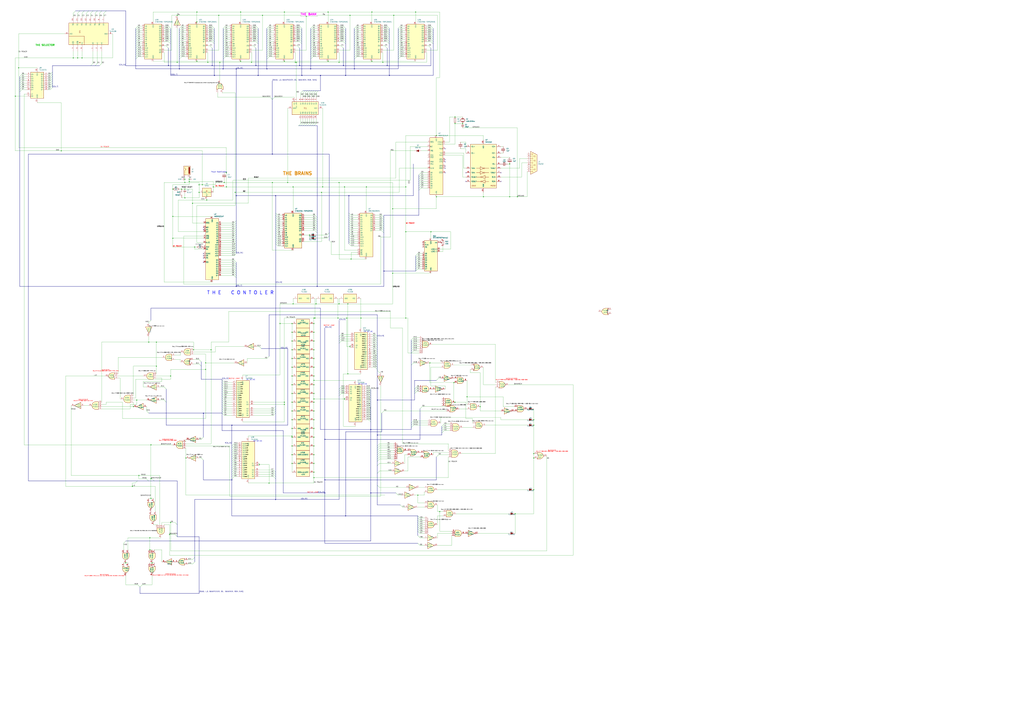
<source format=kicad_sch>
(kicad_sch (version 20231120) (generator "eeschema") (generator_version "8.0")
  (paper "A0")
  (title_block (title "JBD8-8") (date "2024-10-17") (rev "0"))
  (lib_symbols
    (symbol "6502:W65C02SxP"
      (property "Reference" "U" (at 2.54 40.64 0))
      (property "Value" "W65C02SxP" (at 2.54 38.1 0))
      (symbol "W65C02SxP_1_1"
        (pin output line (at -10.16 -7.62 0) (length 2.54) (name "~{VP}") (number "1"))
        (pin tri_state line (at 10.16 27.94 180) (length 2.54) (name "A1") (number "10"))
        (pin tri_state line (at 10.16 25.4 180) (length 2.54) (name "A2") (number "11"))
        (pin tri_state line (at 10.16 22.86 180) (length 2.54) (name "A3") (number "12"))
        (pin tri_state line (at 10.16 20.32 180) (length 2.54) (name "A4") (number "13"))
        (pin tri_state line (at 10.16 17.78 180) (length 2.54) (name "A5") (number "14"))
        (pin tri_state line (at 10.16 15.24 180) (length 2.54) (name "A6") (number "15"))
        (pin tri_state line (at 10.16 12.7 180) (length 2.54) (name "A7") (number "16"))
        (pin tri_state line (at 10.16 10.16 180) (length 2.54) (name "A8") (number "17"))
        (pin tri_state line (at 10.16 7.62 180) (length 2.54) (name "A9") (number "18"))
        (pin tri_state line (at 10.16 5.08 180) (length 2.54) (name "A10") (number "19"))
        (pin open_collector line (at -10.16 2.54 0) (length 2.54) (name "RDY") (number "2"))
        (pin tri_state line (at 10.16 2.54 180) (length 2.54) (name "A11") (number "20"))
        (pin power_in line (at 0 -38.1 90) (length 2.54) (name "VSS") (number "21"))
        (pin tri_state line (at 10.16 0 180) (length 2.54) (name "A12") (number "22"))
        (pin tri_state line (at 10.16 -2.54 180) (length 2.54) (name "A13") (number "23"))
        (pin tri_state line (at 10.16 -5.08 180) (length 2.54) (name "A14") (number "24"))
        (pin tri_state line (at 10.16 -7.62 180) (length 2.54) (name "A15") (number "25"))
        (pin bidirectional line (at 10.16 -30.48 180) (length 2.54) (name "D7") (number "26"))
        (pin bidirectional line (at 10.16 -27.94 180) (length 2.54) (name "D6") (number "27"))
        (pin bidirectional line (at 10.16 -25.4 180) (length 2.54) (name "D5") (number "28"))
        (pin bidirectional line (at 10.16 -22.86 180) (length 2.54) (name "D4") (number "29"))
        (pin output line (at -10.16 22.86 0) (length 2.54) (name "ϕ1") (number "3"))
        (pin bidirectional line (at 10.16 -20.32 180) (length 2.54) (name "D3") (number "30"))
        (pin bidirectional line (at 10.16 -17.78 180) (length 2.54) (name "D2") (number "31"))
        (pin bidirectional line (at 10.16 -15.24 180) (length 2.54) (name "D1") (number "32"))
        (pin bidirectional line (at 10.16 -12.7 180) (length 2.54) (name "D0") (number "33"))
        (pin tri_state line (at -10.16 7.62 0) (length 2.54) (name "R/~{W}") (number "34"))
        (pin no_connect non_logic (at -7.62 -30.48 0) (length 2.54) hide (name "nc") (number "35"))
        (pin input line (at -10.16 0 0) (length 2.54) (name "BE") (number "36"))
        (pin input clock (at -10.16 25.4 0) (length 2.54) (name "ϕ0") (number "37"))
        (pin input line (at -10.16 -15.24 0) (length 2.54) (name "~{SO}") (number "38"))
        (pin output line (at -10.16 20.32 0) (length 2.54) (name "ϕ2") (number "39"))
        (pin input line (at -10.16 15.24 0) (length 2.54) (name "~{IRQ}") (number "4"))
        (pin input line (at -10.16 30.48 0) (length 2.54) (name "~{RES}") (number "40"))
        (pin output line (at -10.16 -10.16 0) (length 2.54) (name "~{ML}") (number "5"))
        (pin input line (at -10.16 12.7 0) (length 2.54) (name "~{NMI}") (number "6"))
        (pin output line (at -10.16 -5.08 0) (length 2.54) (name "SYNC") (number "7"))
        (pin power_in line (at 0 38.1 270) (length 2.54) (name "VDD") (number "8"))
        (pin tri_state line (at 10.16 30.48 180) (length 2.54) (name "A0") (number "9"))
      )
    )
    (symbol "6502:W65C51NxP"
      (property "Reference" "U" (at 2.54 38.1 0))
      (property "Value" "W65C51NxP" (at 2.54 35.56 0))
      (symbol "W65C51NxP_1_1"
        (pin power_in line (at 0 -35.56 90) (length 2.54) (name "VSS") (number "1"))
        (pin output line (at 10.16 15.24 180) (length 2.54) (name "TxD") (number "10"))
        (pin output line (at 10.16 0 180) (length 2.54) (name "~{DTR}") (number "11"))
        (pin input line (at 10.16 12.7 180) (length 2.54) (name "RxD") (number "12"))
        (pin input line (at -10.16 5.08 0) (length 2.54) (name "RS0") (number "13"))
        (pin input line (at -10.16 2.54 0) (length 2.54) (name "RS1") (number "14"))
        (pin power_in line (at 0 35.56 270) (length 2.54) (name "VCC") (number "15"))
        (pin input line (at 10.16 -7.62 180) (length 2.54) (name "~{DCD}") (number "16"))
        (pin input line (at 10.16 -2.54 180) (length 2.54) (name "~{DSR}") (number "17"))
        (pin bidirectional line (at -10.16 -7.62 0) (length 2.54) (name "D0") (number "18"))
        (pin bidirectional line (at -10.16 -10.16 0) (length 2.54) (name "D1") (number "19"))
        (pin input line (at -10.16 12.7 0) (length 2.54) (name "CS1") (number "2"))
        (pin bidirectional line (at -10.16 -12.7 0) (length 2.54) (name "D2") (number "20"))
        (pin bidirectional line (at -10.16 -15.24 0) (length 2.54) (name "D3") (number "21"))
        (pin bidirectional line (at -10.16 -17.78 0) (length 2.54) (name "D4") (number "22"))
        (pin bidirectional line (at -10.16 -20.32 0) (length 2.54) (name "D5") (number "23"))
        (pin bidirectional line (at -10.16 -22.86 0) (length 2.54) (name "D6") (number "24"))
        (pin bidirectional line (at -10.16 -25.4 0) (length 2.54) (name "D7") (number "25"))
        (pin open_collector line (at -10.16 17.78 0) (length 2.54) (name "~{IRQ}") (number "26"))
        (pin input clock (at -10.16 22.86 0) (length 2.54) (name "ϕ2") (number "27"))
        (pin input line (at -10.16 -2.54 0) (length 2.54) (name "R/~{W}") (number "28"))
        (pin input line (at -10.16 10.16 0) (length 2.54) (name "~{CS2}") (number "3"))
        (pin input line (at -10.16 27.94 0) (length 2.54) (name "~{RES}") (number "4"))
        (pin bidirectional clock (at 10.16 20.32 180) (length 2.54) (name "RxC") (number "5"))
        (pin input clock (at 10.16 27.94 180) (length 2.54) (name "XTAL1") (number "6"))
        (pin output line (at 10.16 25.4 180) (length 2.54) (name "XTAL2") (number "7"))
        (pin output line (at 10.16 7.62 180) (length 2.54) (name "~{RTS}") (number "8"))
        (pin input line (at 10.16 5.08 180) (length 2.54) (name "~{CTS}") (number "9"))
      )
    )
    (symbol "74xx:74LS02" (pin_names (offset 1.016))
      (property "Reference" "U" (at 0 1.27 0))
      (property "Value" "74LS02" (at 0 -1.27 0))
      (symbol "74LS02_1_1"
        (pin output inverted (at 7.62 0 180) (length 3.81) (name "~") (number "1"))
        (pin input line (at -7.62 2.54 0) (length 4.318) (name "~") (number "2"))
        (pin input line (at -7.62 -2.54 0) (length 4.318) (name "~") (number "3"))
      )
      (symbol "74LS02_1_2"
        (pin output line (at 7.62 0 180) (length 3.81) (name "~") (number "1"))
        (pin input inverted (at -7.62 2.54 0) (length 3.81) (name "~") (number "2"))
        (pin input inverted (at -7.62 -2.54 0) (length 3.81) (name "~") (number "3"))
      )
      (symbol "74LS02_2_1"
        (pin output inverted (at 7.62 0 180) (length 3.81) (name "~") (number "4"))
        (pin input line (at -7.62 2.54 0) (length 4.318) (name "~") (number "5"))
        (pin input line (at -7.62 -2.54 0) (length 4.318) (name "~") (number "6"))
      )
      (symbol "74LS02_2_2"
        (pin output line (at 7.62 0 180) (length 3.81) (name "~") (number "4"))
        (pin input inverted (at -7.62 2.54 0) (length 3.81) (name "~") (number "5"))
        (pin input inverted (at -7.62 -2.54 0) (length 3.81) (name "~") (number "6"))
      )
      (symbol "74LS02_3_1"
        (pin output inverted (at 7.62 0 180) (length 3.81) (name "~") (number "10"))
        (pin input line (at -7.62 2.54 0) (length 4.318) (name "~") (number "8"))
        (pin input line (at -7.62 -2.54 0) (length 4.318) (name "~") (number "9"))
      )
      (symbol "74LS02_3_2"
        (pin output line (at 7.62 0 180) (length 3.81) (name "~") (number "10"))
        (pin input inverted (at -7.62 2.54 0) (length 3.81) (name "~") (number "8"))
        (pin input inverted (at -7.62 -2.54 0) (length 3.81) (name "~") (number "9"))
      )
      (symbol "74LS02_4_1"
        (pin input line (at -7.62 2.54 0) (length 4.318) (name "~") (number "11"))
        (pin input line (at -7.62 -2.54 0) (length 4.318) (name "~") (number "12"))
        (pin output inverted (at 7.62 0 180) (length 3.81) (name "~") (number "13"))
      )
      (symbol "74LS02_4_2"
        (pin input inverted (at -7.62 2.54 0) (length 3.81) (name "~") (number "11"))
        (pin input inverted (at -7.62 -2.54 0) (length 3.81) (name "~") (number "12"))
        (pin output line (at 7.62 0 180) (length 3.81) (name "~") (number "13"))
      )
      (symbol "74LS02_5_0"
        (pin power_in line (at 0 12.7 270) (length 5.08) (name "VCC") (number "14"))
        (pin power_in line (at 0 -12.7 90) (length 5.08) (name "GND") (number "7"))
      )
    )
    (symbol "74xx:74LS04"
      (property "Reference" "U" (at 0 1.27 0))
      (property "Value" "74LS04" (at 0 -1.27 0))
      (symbol "74LS04_1_0"
        (pin input line (at -7.62 0 0) (length 3.81) (name "~") (number "1"))
        (pin output inverted (at 7.62 0 180) (length 3.81) (name "~") (number "2"))
      )
      (symbol "74LS04_2_0"
        (pin input line (at -7.62 0 0) (length 3.81) (name "~") (number "3"))
        (pin output inverted (at 7.62 0 180) (length 3.81) (name "~") (number "4"))
      )
      (symbol "74LS04_3_0"
        (pin input line (at -7.62 0 0) (length 3.81) (name "~") (number "5"))
        (pin output inverted (at 7.62 0 180) (length 3.81) (name "~") (number "6"))
      )
      (symbol "74LS04_4_0"
        (pin output inverted (at 7.62 0 180) (length 3.81) (name "~") (number "8"))
        (pin input line (at -7.62 0 0) (length 3.81) (name "~") (number "9"))
      )
      (symbol "74LS04_5_0"
        (pin output inverted (at 7.62 0 180) (length 3.81) (name "~") (number "10"))
        (pin input line (at -7.62 0 0) (length 3.81) (name "~") (number "11"))
      )
      (symbol "74LS04_6_0"
        (pin output inverted (at 7.62 0 180) (length 3.81) (name "~") (number "12"))
        (pin input line (at -7.62 0 0) (length 3.81) (name "~") (number "13"))
      )
      (symbol "74LS04_7_0"
        (pin power_in line (at 0 12.7 270) (length 5.08) (name "VCC") (number "14"))
        (pin power_in line (at 0 -12.7 90) (length 5.08) (name "GND") (number "7"))
      )
    )
    (symbol "74xx:74LS08" (pin_names (offset 1.016))
      (property "Reference" "U" (at 0 1.27 0))
      (property "Value" "74LS08" (at 0 -1.27 0))
      (symbol "74LS08_1_1"
        (pin input line (at -7.62 2.54 0) (length 3.81) (name "~") (number "1"))
        (pin input line (at -7.62 -2.54 0) (length 3.81) (name "~") (number "2"))
        (pin output line (at 7.62 0 180) (length 3.81) (name "~") (number "3"))
      )
      (symbol "74LS08_1_2"
        (pin input inverted (at -7.62 2.54 0) (length 4.318) (name "~") (number "1"))
        (pin input inverted (at -7.62 -2.54 0) (length 4.318) (name "~") (number "2"))
        (pin output inverted (at 7.62 0 180) (length 3.81) (name "~") (number "3"))
      )
      (symbol "74LS08_2_1"
        (pin input line (at -7.62 2.54 0) (length 3.81) (name "~") (number "4"))
        (pin input line (at -7.62 -2.54 0) (length 3.81) (name "~") (number "5"))
        (pin output line (at 7.62 0 180) (length 3.81) (name "~") (number "6"))
      )
      (symbol "74LS08_2_2"
        (pin input inverted (at -7.62 2.54 0) (length 4.318) (name "~") (number "4"))
        (pin input inverted (at -7.62 -2.54 0) (length 4.318) (name "~") (number "5"))
        (pin output inverted (at 7.62 0 180) (length 3.81) (name "~") (number "6"))
      )
      (symbol "74LS08_3_1"
        (pin input line (at -7.62 -2.54 0) (length 3.81) (name "~") (number "10"))
        (pin output line (at 7.62 0 180) (length 3.81) (name "~") (number "8"))
        (pin input line (at -7.62 2.54 0) (length 3.81) (name "~") (number "9"))
      )
      (symbol "74LS08_3_2"
        (pin input inverted (at -7.62 -2.54 0) (length 4.318) (name "~") (number "10"))
        (pin output inverted (at 7.62 0 180) (length 3.81) (name "~") (number "8"))
        (pin input inverted (at -7.62 2.54 0) (length 4.318) (name "~") (number "9"))
      )
      (symbol "74LS08_4_1"
        (pin output line (at 7.62 0 180) (length 3.81) (name "~") (number "11"))
        (pin input line (at -7.62 2.54 0) (length 3.81) (name "~") (number "12"))
        (pin input line (at -7.62 -2.54 0) (length 3.81) (name "~") (number "13"))
      )
      (symbol "74LS08_4_2"
        (pin output inverted (at 7.62 0 180) (length 3.81) (name "~") (number "11"))
        (pin input inverted (at -7.62 2.54 0) (length 4.318) (name "~") (number "12"))
        (pin input inverted (at -7.62 -2.54 0) (length 4.318) (name "~") (number "13"))
      )
      (symbol "74LS08_5_0"
        (pin power_in line (at 0 12.7 270) (length 5.08) (name "VCC") (number "14"))
        (pin power_in line (at 0 -12.7 90) (length 5.08) (name "GND") (number "7"))
      )
    )
    (symbol "74xx:74LS11" (pin_names (offset 1.016))
      (property "Reference" "U" (at 0 1.27 0))
      (property "Value" "74LS11" (at 0 -1.27 0))
      (symbol "74LS11_1_1"
        (pin input line (at -7.62 2.54 0) (length 3.81) (name "~") (number "1"))
        (pin output line (at 7.62 0 180) (length 3.81) (name "~") (number "12"))
        (pin input line (at -7.62 -2.54 0) (length 3.81) (name "~") (number "13"))
        (pin input line (at -7.62 0 0) (length 3.81) (name "~") (number "2"))
      )
      (symbol "74LS11_1_2"
        (pin input inverted (at -7.62 2.54 0) (length 4.318) (name "~") (number "1"))
        (pin output inverted (at 7.62 0 180) (length 3.81) (name "~") (number "12"))
        (pin input inverted (at -7.62 -2.54 0) (length 4.318) (name "~") (number "13"))
        (pin input inverted (at -7.62 0 0) (length 4.953) (name "~") (number "2"))
      )
      (symbol "74LS11_2_1"
        (pin input line (at -7.62 2.54 0) (length 3.81) (name "~") (number "3"))
        (pin input line (at -7.62 0 0) (length 3.81) (name "~") (number "4"))
        (pin input line (at -7.62 -2.54 0) (length 3.81) (name "~") (number "5"))
        (pin output line (at 7.62 0 180) (length 3.81) (name "~") (number "6"))
      )
      (symbol "74LS11_2_2"
        (pin input inverted (at -7.62 2.54 0) (length 4.318) (name "~") (number "3"))
        (pin input inverted (at -7.62 0 0) (length 4.953) (name "~") (number "4"))
        (pin input inverted (at -7.62 -2.54 0) (length 4.318) (name "~") (number "5"))
        (pin output inverted (at 7.62 0 180) (length 3.81) (name "~") (number "6"))
      )
      (symbol "74LS11_3_1"
        (pin input line (at -7.62 0 0) (length 3.81) (name "~") (number "10"))
        (pin input line (at -7.62 -2.54 0) (length 3.81) (name "~") (number "11"))
        (pin output line (at 7.62 0 180) (length 3.81) (name "~") (number "8"))
        (pin input line (at -7.62 2.54 0) (length 3.81) (name "~") (number "9"))
      )
      (symbol "74LS11_3_2"
        (pin input inverted (at -7.62 0 0) (length 4.953) (name "~") (number "10"))
        (pin input inverted (at -7.62 -2.54 0) (length 4.318) (name "~") (number "11"))
        (pin output inverted (at 7.62 0 180) (length 3.81) (name "~") (number "8"))
        (pin input inverted (at -7.62 2.54 0) (length 4.318) (name "~") (number "9"))
      )
      (symbol "74LS11_4_0"
        (pin power_in line (at 0 12.7 270) (length 5.08) (name "VCC") (number "14"))
        (pin power_in line (at 0 -12.7 90) (length 5.08) (name "GND") (number "7"))
      )
    )
    (symbol "74xx:74LS154" (pin_names (offset 1.016))
      (property "Reference" "U" (at -7.62 21.59 0))
      (property "Value" "74LS154" (at -7.62 -24.13 0))
      (symbol "74LS154_1_0"
        (pin output line (at 12.7 17.78 180) (length 5.08) (name "S0") (number "1"))
        (pin output line (at 12.7 -5.08 180) (length 5.08) (name "S9") (number "10"))
        (pin output line (at 12.7 -7.62 180) (length 5.08) (name "S10") (number "11"))
        (pin power_in line (at 0 -27.94 90) (length 5.08) (name "GND") (number "12"))
        (pin output line (at 12.7 -10.16 180) (length 5.08) (name "S11") (number "13"))
        (pin output line (at 12.7 -12.7 180) (length 5.08) (name "S12") (number "14"))
        (pin output line (at 12.7 -15.24 180) (length 5.08) (name "S13") (number "15"))
        (pin output line (at 12.7 -17.78 180) (length 5.08) (name "S14") (number "16"))
        (pin output line (at 12.7 -20.32 180) (length 5.08) (name "S15") (number "17"))
        (pin input line (at -12.7 5.08 0) (length 5.08) (name "E0") (number "18"))
        (pin input line (at -12.7 2.54 0) (length 5.08) (name "E1") (number "19"))
        (pin output line (at 12.7 15.24 180) (length 5.08) (name "S1") (number "2"))
        (pin input line (at -12.7 10.16 0) (length 5.08) (name "A3") (number "20"))
        (pin input line (at -12.7 12.7 0) (length 5.08) (name "A2") (number "21"))
        (pin input line (at -12.7 15.24 0) (length 5.08) (name "A1") (number "22"))
        (pin input line (at -12.7 17.78 0) (length 5.08) (name "A0") (number "23"))
        (pin power_in line (at 0 25.4 270) (length 5.08) (name "VCC") (number "24"))
        (pin output line (at 12.7 12.7 180) (length 5.08) (name "S2") (number "3"))
        (pin output line (at 12.7 10.16 180) (length 5.08) (name "S3") (number "4"))
        (pin output line (at 12.7 7.62 180) (length 5.08) (name "S4") (number "5"))
        (pin output line (at 12.7 5.08 180) (length 5.08) (name "S5") (number "6"))
        (pin output line (at 12.7 2.54 180) (length 5.08) (name "S6") (number "7"))
        (pin output line (at 12.7 0 180) (length 5.08) (name "S7") (number "8"))
        (pin output line (at 12.7 -2.54 180) (length 5.08) (name "S8") (number "9"))
      )
    )
    (symbol "74xx:74LS21" (pin_names (offset 1.016))
      (property "Reference" "U" (at 0 1.27 0))
      (property "Value" "74LS21" (at 0 -1.27 0))
      (symbol "74LS21_1_1"
        (pin input line (at -7.62 3.81 0) (length 3.81) (name "~") (number "1"))
        (pin input line (at -7.62 1.27 0) (length 3.81) (name "~") (number "2"))
        (pin input line (at -7.62 -1.27 0) (length 3.81) (name "~") (number "4"))
        (pin input line (at -7.62 -3.81 0) (length 3.81) (name "~") (number "5"))
        (pin output line (at 7.62 0 180) (length 3.81) (name "~") (number "6"))
      )
      (symbol "74LS21_1_2"
        (pin input inverted (at -7.62 3.81 0) (length 3.81) (name "~") (number "1"))
        (pin input inverted (at -7.62 1.27 0) (length 4.826) (name "~") (number "2"))
        (pin input inverted (at -7.62 -1.27 0) (length 4.826) (name "~") (number "4"))
        (pin input inverted (at -7.62 -3.81 0) (length 3.81) (name "~") (number "5"))
        (pin output inverted (at 7.62 0 180) (length 3.81) (name "~") (number "6"))
      )
      (symbol "74LS21_2_1"
        (pin input line (at -7.62 1.27 0) (length 3.81) (name "~") (number "10"))
        (pin input line (at -7.62 -1.27 0) (length 3.81) (name "~") (number "12"))
        (pin input line (at -7.62 -3.81 0) (length 3.81) (name "~") (number "13"))
        (pin output line (at 7.62 0 180) (length 3.81) (name "~") (number "8"))
        (pin input line (at -7.62 3.81 0) (length 3.81) (name "~") (number "9"))
      )
      (symbol "74LS21_2_2"
        (pin input inverted (at -7.62 1.27 0) (length 4.826) (name "~") (number "10"))
        (pin input inverted (at -7.62 -1.27 0) (length 4.826) (name "~") (number "12"))
        (pin input inverted (at -7.62 -3.81 0) (length 3.81) (name "~") (number "13"))
        (pin output inverted (at 7.62 0 180) (length 3.81) (name "~") (number "8"))
        (pin input inverted (at -7.62 3.81 0) (length 3.81) (name "~") (number "9"))
      )
      (symbol "74LS21_3_0"
        (pin power_in line (at 0 12.7 270) (length 5.08) (name "VCC") (number "14"))
        (pin power_in line (at 0 -12.7 90) (length 5.08) (name "GND") (number "7"))
      )
    )
    (symbol "74xx:74LS245" (pin_names (offset 1.016))
      (property "Reference" "U" (at -7.62 16.51 0))
      (property "Value" "74LS245" (at -7.62 -16.51 0))
      (symbol "74LS245_1_0"
        (pin input line (at -12.7 -10.16 0) (length 5.08) (name "A->B") (number "1"))
        (pin power_in line (at 0 -20.32 90) (length 5.08) (name "GND") (number "10"))
        (pin tri_state line (at 12.7 -5.08 180) (length 5.08) (name "B7") (number "11"))
        (pin tri_state line (at 12.7 -2.54 180) (length 5.08) (name "B6") (number "12"))
        (pin tri_state line (at 12.7 0 180) (length 5.08) (name "B5") (number "13"))
        (pin tri_state line (at 12.7 2.54 180) (length 5.08) (name "B4") (number "14"))
        (pin tri_state line (at 12.7 5.08 180) (length 5.08) (name "B3") (number "15"))
        (pin tri_state line (at 12.7 7.62 180) (length 5.08) (name "B2") (number "16"))
        (pin tri_state line (at 12.7 10.16 180) (length 5.08) (name "B1") (number "17"))
        (pin tri_state line (at 12.7 12.7 180) (length 5.08) (name "B0") (number "18"))
        (pin input inverted (at -12.7 -12.7 0) (length 5.08) (name "CE") (number "19"))
        (pin tri_state line (at -12.7 12.7 0) (length 5.08) (name "A0") (number "2"))
        (pin power_in line (at 0 20.32 270) (length 5.08) (name "VCC") (number "20"))
        (pin tri_state line (at -12.7 10.16 0) (length 5.08) (name "A1") (number "3"))
        (pin tri_state line (at -12.7 7.62 0) (length 5.08) (name "A2") (number "4"))
        (pin tri_state line (at -12.7 5.08 0) (length 5.08) (name "A3") (number "5"))
        (pin tri_state line (at -12.7 2.54 0) (length 5.08) (name "A4") (number "6"))
        (pin tri_state line (at -12.7 0 0) (length 5.08) (name "A5") (number "7"))
        (pin tri_state line (at -12.7 -2.54 0) (length 5.08) (name "A6") (number "8"))
        (pin tri_state line (at -12.7 -5.08 0) (length 5.08) (name "A7") (number "9"))
      )
    )
    (symbol "74xx:74LS27" (pin_names (offset 1.016))
      (property "Reference" "U" (at 0 1.27 0))
      (property "Value" "74LS27" (at 0 -1.27 0))
      (symbol "74LS27_1_1"
        (pin input line (at -7.62 2.54 0) (length 4.318) (name "~") (number "1"))
        (pin output inverted (at 7.62 0 180) (length 3.81) (name "~") (number "12"))
        (pin input line (at -7.62 -2.54 0) (length 4.318) (name "~") (number "13"))
        (pin input line (at -7.62 0 0) (length 4.953) (name "~") (number "2"))
      )
      (symbol "74LS27_1_2"
        (pin input inverted (at -7.62 2.54 0) (length 3.81) (name "~") (number "1"))
        (pin output line (at 7.62 0 180) (length 3.81) (name "~") (number "12"))
        (pin input inverted (at -7.62 -2.54 0) (length 3.81) (name "~") (number "13"))
        (pin input inverted (at -7.62 0 0) (length 3.81) (name "~") (number "2"))
      )
      (symbol "74LS27_2_1"
        (pin input line (at -7.62 2.54 0) (length 4.318) (name "~") (number "3"))
        (pin input line (at -7.62 0 0) (length 4.953) (name "~") (number "4"))
        (pin input line (at -7.62 -2.54 0) (length 4.318) (name "~") (number "5"))
        (pin output inverted (at 7.62 0 180) (length 3.81) (name "~") (number "6"))
      )
      (symbol "74LS27_2_2"
        (pin input inverted (at -7.62 2.54 0) (length 3.81) (name "~") (number "3"))
        (pin input inverted (at -7.62 0 0) (length 3.81) (name "~") (number "4"))
        (pin input inverted (at -7.62 -2.54 0) (length 3.81) (name "~") (number "5"))
        (pin output line (at 7.62 0 180) (length 3.81) (name "~") (number "6"))
      )
      (symbol "74LS27_3_1"
        (pin input line (at -7.62 0 0) (length 4.953) (name "~") (number "10"))
        (pin input line (at -7.62 -2.54 0) (length 4.318) (name "~") (number "11"))
        (pin output inverted (at 7.62 0 180) (length 3.81) (name "~") (number "8"))
        (pin input line (at -7.62 2.54 0) (length 4.318) (name "~") (number "9"))
      )
      (symbol "74LS27_3_2"
        (pin input inverted (at -7.62 0 0) (length 3.81) (name "~") (number "10"))
        (pin input inverted (at -7.62 -2.54 0) (length 3.81) (name "~") (number "11"))
        (pin output line (at 7.62 0 180) (length 3.81) (name "~") (number "8"))
        (pin input inverted (at -7.62 2.54 0) (length 3.81) (name "~") (number "9"))
      )
      (symbol "74LS27_4_0"
        (pin power_in line (at 0 12.7 270) (length 5.08) (name "VCC") (number "14"))
        (pin power_in line (at 0 -12.7 90) (length 5.08) (name "GND") (number "7"))
      )
    )
    (symbol "74xx:74LS30" (pin_names (offset 1.016))
      (property "Reference" "U" (at 0 1.27 0))
      (property "Value" "74LS30" (at 0 -1.27 0))
      (symbol "74LS30_1_1"
        (pin input line (at -7.62 7.62 0) (length 3.81) (name "~") (number "1"))
        (pin input line (at -7.62 -7.62 0) (length 3.81) (name "~") (number "11"))
        (pin input line (at -7.62 -10.16 0) (length 3.81) (name "~") (number "12"))
        (pin input line (at -7.62 5.08 0) (length 3.81) (name "~") (number "2"))
        (pin input line (at -7.62 2.54 0) (length 3.81) (name "~") (number "3"))
        (pin input line (at -7.62 0 0) (length 3.81) (name "~") (number "4"))
        (pin input line (at -7.62 -2.54 0) (length 3.81) (name "~") (number "5"))
        (pin input line (at -7.62 -5.08 0) (length 3.81) (name "~") (number "6"))
        (pin output inverted (at 7.62 0 180) (length 3.81) (name "~") (number "8"))
      )
      (symbol "74LS30_1_2"
        (pin input inverted (at -7.62 7.62 0) (length 3.81) (name "~") (number "1"))
        (pin input inverted (at -7.62 -7.62 0) (length 3.81) (name "~") (number "11"))
        (pin input inverted (at -7.62 -10.16 0) (length 3.81) (name "~") (number "12"))
        (pin input inverted (at -7.62 5.08 0) (length 3.81) (name "~") (number "2"))
        (pin input inverted (at -7.62 2.54 0) (length 4.5466) (name "~") (number "3"))
        (pin input inverted (at -7.62 0 0) (length 5.08) (name "~") (number "4"))
        (pin input inverted (at -7.62 -2.54 0) (length 4.5466) (name "~") (number "5"))
        (pin input inverted (at -7.62 -5.08 0) (length 3.81) (name "~") (number "6"))
        (pin output line (at 7.62 0 180) (length 3.81) (name "~") (number "8"))
      )
      (symbol "74LS30_2_0"
        (pin power_in line (at 0 12.7 270) (length 5.08) (name "VCC") (number "14"))
        (pin power_in line (at 0 -12.7 90) (length 5.08) (name "GND") (number "7"))
      )
    )
    (symbol "74xx:74LS32" (pin_names (offset 1.016))
      (property "Reference" "U" (at 0 1.27 0))
      (property "Value" "74LS32" (at 0 -1.27 0))
      (symbol "74LS32_1_1"
        (pin input line (at -7.62 2.54 0) (length 4.318) (name "~") (number "1"))
        (pin input line (at -7.62 -2.54 0) (length 4.318) (name "~") (number "2"))
        (pin output line (at 7.62 0 180) (length 3.81) (name "~") (number "3"))
      )
      (symbol "74LS32_1_2"
        (pin input inverted (at -7.62 2.54 0) (length 3.81) (name "~") (number "1"))
        (pin input inverted (at -7.62 -2.54 0) (length 3.81) (name "~") (number "2"))
        (pin output inverted (at 7.62 0 180) (length 3.81) (name "~") (number "3"))
      )
      (symbol "74LS32_2_1"
        (pin input line (at -7.62 2.54 0) (length 4.318) (name "~") (number "4"))
        (pin input line (at -7.62 -2.54 0) (length 4.318) (name "~") (number "5"))
        (pin output line (at 7.62 0 180) (length 3.81) (name "~") (number "6"))
      )
      (symbol "74LS32_2_2"
        (pin input inverted (at -7.62 2.54 0) (length 3.81) (name "~") (number "4"))
        (pin input inverted (at -7.62 -2.54 0) (length 3.81) (name "~") (number "5"))
        (pin output inverted (at 7.62 0 180) (length 3.81) (name "~") (number "6"))
      )
      (symbol "74LS32_3_1"
        (pin input line (at -7.62 -2.54 0) (length 4.318) (name "~") (number "10"))
        (pin output line (at 7.62 0 180) (length 3.81) (name "~") (number "8"))
        (pin input line (at -7.62 2.54 0) (length 4.318) (name "~") (number "9"))
      )
      (symbol "74LS32_3_2"
        (pin input inverted (at -7.62 -2.54 0) (length 3.81) (name "~") (number "10"))
        (pin output inverted (at 7.62 0 180) (length 3.81) (name "~") (number "8"))
        (pin input inverted (at -7.62 2.54 0) (length 3.81) (name "~") (number "9"))
      )
      (symbol "74LS32_4_1"
        (pin output line (at 7.62 0 180) (length 3.81) (name "~") (number "11"))
        (pin input line (at -7.62 2.54 0) (length 4.318) (name "~") (number "12"))
        (pin input line (at -7.62 -2.54 0) (length 4.318) (name "~") (number "13"))
      )
      (symbol "74LS32_4_2"
        (pin output inverted (at 7.62 0 180) (length 3.81) (name "~") (number "11"))
        (pin input inverted (at -7.62 2.54 0) (length 3.81) (name "~") (number "12"))
        (pin input inverted (at -7.62 -2.54 0) (length 3.81) (name "~") (number "13"))
      )
      (symbol "74LS32_5_0"
        (pin power_in line (at 0 12.7 270) (length 5.08) (name "VCC") (number "14"))
        (pin power_in line (at 0 -12.7 90) (length 5.08) (name "GND") (number "7"))
      )
    )
    (symbol "74xx:74LS373"
      (property "Reference" "U" (at -7.62 16.51 0))
      (property "Value" "74LS373" (at -7.62 -16.51 0))
      (symbol "74LS373_1_0"
        (pin input inverted (at -12.7 -12.7 0) (length 5.08) (name "OE") (number "1"))
        (pin power_in line (at 0 -20.32 90) (length 5.08) (name "GND") (number "10"))
        (pin input line (at -12.7 -10.16 0) (length 5.08) (name "LE") (number "11"))
        (pin tri_state line (at 12.7 2.54 180) (length 5.08) (name "O4") (number "12"))
        (pin input line (at -12.7 2.54 0) (length 5.08) (name "D4") (number "13"))
        (pin input line (at -12.7 0 0) (length 5.08) (name "D5") (number "14"))
        (pin tri_state line (at 12.7 0 180) (length 5.08) (name "O5") (number "15"))
        (pin tri_state line (at 12.7 -2.54 180) (length 5.08) (name "O6") (number "16"))
        (pin input line (at -12.7 -2.54 0) (length 5.08) (name "D6") (number "17"))
        (pin input line (at -12.7 -5.08 0) (length 5.08) (name "D7") (number "18"))
        (pin tri_state line (at 12.7 -5.08 180) (length 5.08) (name "O7") (number "19"))
        (pin tri_state line (at 12.7 12.7 180) (length 5.08) (name "O0") (number "2"))
        (pin power_in line (at 0 20.32 270) (length 5.08) (name "VCC") (number "20"))
        (pin input line (at -12.7 12.7 0) (length 5.08) (name "D0") (number "3"))
        (pin input line (at -12.7 10.16 0) (length 5.08) (name "D1") (number "4"))
        (pin tri_state line (at 12.7 10.16 180) (length 5.08) (name "O1") (number "5"))
        (pin tri_state line (at 12.7 7.62 180) (length 5.08) (name "O2") (number "6"))
        (pin input line (at -12.7 7.62 0) (length 5.08) (name "D2") (number "7"))
        (pin input line (at -12.7 5.08 0) (length 5.08) (name "D3") (number "8"))
        (pin tri_state line (at 12.7 5.08 180) (length 5.08) (name "O3") (number "9"))
      )
    )
    (symbol "74xx:74LS86" (pin_names (offset 1.016))
      (property "Reference" "U" (at 0 1.27 0))
      (property "Value" "74LS86" (at 0 -1.27 0))
      (symbol "74LS86_1_0"
        (pin input line (at -7.62 2.54 0) (length 4.445) (name "~") (number "1"))
        (pin input line (at -7.62 -2.54 0) (length 4.445) (name "~") (number "2"))
        (pin output line (at 7.62 0 180) (length 3.81) (name "~") (number "3"))
      )
      (symbol "74LS86_2_0"
        (pin input line (at -7.62 2.54 0) (length 4.445) (name "~") (number "4"))
        (pin input line (at -7.62 -2.54 0) (length 4.445) (name "~") (number "5"))
        (pin output line (at 7.62 0 180) (length 3.81) (name "~") (number "6"))
      )
      (symbol "74LS86_3_0"
        (pin input line (at -7.62 -2.54 0) (length 4.445) (name "~") (number "10"))
        (pin output line (at 7.62 0 180) (length 3.81) (name "~") (number "8"))
        (pin input line (at -7.62 2.54 0) (length 4.445) (name "~") (number "9"))
      )
      (symbol "74LS86_4_0"
        (pin output line (at 7.62 0 180) (length 3.81) (name "~") (number "11"))
        (pin input line (at -7.62 2.54 0) (length 4.445) (name "~") (number "12"))
        (pin input line (at -7.62 -2.54 0) (length 4.445) (name "~") (number "13"))
      )
      (symbol "74LS86_5_0"
        (pin power_in line (at 0 12.7 270) (length 5.08) (name "VCC") (number "14"))
        (pin power_in line (at 0 -12.7 90) (length 5.08) (name "GND") (number "7"))
      )
    )
    (symbol "74xx_IEEE:74LS138"
      (property "Reference" "U" (at 7.62 17.78 0))
      (property "Value" "74LS138" (at 17.78 -33.02 0))
      (symbol "74LS138_0_0"
        (text "&" (at -10.16 2.54 0) (effects (font (size 1.524 1.524))))
        (text "EN" (at 2.54 2.54 0) (effects (font (size 1.524 1.524))))
        (pin power_in line (at 0 20.32 270) (length 5.08) (name "VCC") (number "16"))
      )
      (symbol "74LS138_1_1"
        (pin input line (at -20.32 -12.7 0) (length 7.62) (name "A0") (number "1"))
        (pin output line (at 20.32 -15.24 180) (length 7.62) (name "~{Y5}") (number "10"))
        (pin output line (at 20.32 -10.16 180) (length 7.62) (name "~{Y4}") (number "11"))
        (pin output line (at 20.32 -5.08 180) (length 7.62) (name "~{Y3}") (number "12"))
        (pin output line (at 20.32 0 180) (length 7.62) (name "~{Y2}") (number "13"))
        (pin output line (at 20.32 5.08 180) (length 7.62) (name "~{Y1}") (number "14"))
        (pin output line (at 20.32 10.16 180) (length 7.62) (name "~{Y0}") (number "15"))
        (pin input line (at -20.32 -17.78 0) (length 7.62) (name "A1") (number "2"))
        (pin input line (at -20.32 -22.86 0) (length 7.62) (name "A2") (number "3"))
        (pin input line (at -20.32 10.16 0) (length 7.62) (name "~{G2A}") (number "4"))
        (pin input line (at -20.32 5.08 0) (length 7.62) (name "~{G2B}") (number "5"))
        (pin input line (at -20.32 0 0) (length 7.62) (name "G1") (number "6"))
        (pin output line (at 20.32 -25.4 180) (length 7.62) (name "~{Y7}") (number "7"))
        (pin power_in line (at 0 -35.56 90) (length 5.08) (name "GND") (number "8"))
        (pin output line (at 20.32 -20.32 180) (length 7.62) (name "~{Y6}") (number "9"))
      )
    )
    (symbol "Connector:DE9_Receptacle" (pin_names (offset 1.016) hide)
      (property "Reference" "J" (at 0 13.97 0))
      (property "Value" "DE9_Receptacle" (at 0 -14.605 0))
      (symbol "DE9_Receptacle_1_1"
        (pin passive line (at -7.62 10.16 0) (length 3.81) (name "1") (number "1"))
        (pin passive line (at -7.62 5.08 0) (length 3.81) (name "2") (number "2"))
        (pin passive line (at -7.62 0 0) (length 3.81) (name "3") (number "3"))
        (pin passive line (at -7.62 -5.08 0) (length 3.81) (name "4") (number "4"))
        (pin passive line (at -7.62 -10.16 0) (length 3.81) (name "5") (number "5"))
        (pin passive line (at -7.62 7.62 0) (length 3.81) (name "6") (number "6"))
        (pin passive line (at -7.62 2.54 0) (length 3.81) (name "7") (number "7"))
        (pin passive line (at -7.62 -2.54 0) (length 3.81) (name "8") (number "8"))
        (pin passive line (at -7.62 -7.62 0) (length 3.81) (name "9") (number "9"))
      )
    )
    (symbol "Connector:Jack-DC" (pin_names (offset 1.016))
      (property "Reference" "J" (at 0 5.334 0))
      (property "Value" "Jack-DC" (at 0 -5.08 0))
      (symbol "Jack-DC_1_1"
        (pin passive line (at 7.62 2.54 180) (length 2.54) (name "~") (number "1"))
        (pin passive line (at 7.62 -2.54 180) (length 2.54) (name "~") (number "2"))
      )
    )
    (symbol "Device:C" (pin_numbers hide) (pin_names (offset 0.254))
      (property "Reference" "C" (at 0.635 2.54 0))
      (property "Value" "C" (at 0.635 -2.54 0))
      (symbol "C_1_1"
        (pin passive line (at 0 3.81 270) (length 2.794) (name "~") (number "1"))
        (pin passive line (at 0 -3.81 90) (length 2.794) (name "~") (number "2"))
      )
    )
    (symbol "Device:C_Polarized" (pin_numbers hide) (pin_names (offset 0.254))
      (property "Reference" "C" (at 0.635 2.54 0))
      (property "Value" "C_Polarized" (at 0.635 -2.54 0))
      (symbol "C_Polarized_1_1"
        (pin passive line (at 0 3.81 270) (length 2.794) (name "~") (number "1"))
        (pin passive line (at 0 -3.81 90) (length 2.794) (name "~") (number "2"))
      )
    )
    (symbol "Device:C_Small" (pin_numbers hide) (pin_names (offset 0.254) hide)
      (property "Reference" "C" (at 0.254 1.778 0))
      (property "Value" "C_Small" (at 0.254 -2.032 0))
      (symbol "C_Small_1_1"
        (pin passive line (at 0 2.54 270) (length 2.032) (name "~") (number "1"))
        (pin passive line (at 0 -2.54 90) (length 2.032) (name "~") (number "2"))
      )
    )
    (symbol "Device:Crystal" (pin_numbers hide) (pin_names (offset 1.016) hide)
      (property "Reference" "Y" (at 0 3.81 0))
      (property "Value" "Crystal" (at 0 -3.81 0))
      (symbol "Crystal_1_1"
        (pin passive line (at -3.81 0 0) (length 1.27) (name "1") (number "1"))
        (pin passive line (at 3.81 0 180) (length 1.27) (name "2") (number "2"))
      )
    )
    (symbol "Device:D_Filled" (pin_numbers hide) (pin_names (offset 1.016) hide)
      (property "Reference" "D" (at 0 2.54 0))
      (property "Value" "D_Filled" (at 0 -2.54 0))
      (symbol "D_Filled_1_1"
        (pin passive line (at -3.81 0 0) (length 2.54) (name "K") (number "1"))
        (pin passive line (at 3.81 0 180) (length 2.54) (name "A") (number "2"))
      )
    )
    (symbol "Device:R" (pin_numbers hide) (pin_names (offset 0))
      (property "Reference" "R" (at 2.032 0 90))
      (property "Value" "R" (at 0 0 90))
      (symbol "R_1_1"
        (pin passive line (at 0 3.81 270) (length 1.27) (name "~") (number "1"))
        (pin passive line (at 0 -3.81 90) (length 1.27) (name "~") (number "2"))
      )
    )
    (symbol "Device:R_Potentiometer" (pin_names (offset 1.016) hide)
      (property "Reference" "RV" (at -4.445 0 90))
      (property "Value" "R_Potentiometer" (at -2.54 0 90))
      (symbol "R_Potentiometer_1_1"
        (pin passive line (at 0 3.81 270) (length 1.27) (name "1") (number "1"))
        (pin passive line (at 3.81 0 180) (length 1.27) (name "2") (number "2"))
        (pin passive line (at 0 -3.81 90) (length 1.27) (name "3") (number "3"))
      )
    )
    (symbol "Display_Character:WC1602A"
      (property "Reference" "DS" (at -5.842 19.05 0))
      (property "Value" "WC1602A" (at 5.334 19.05 0))
      (symbol "WC1602A_1_1"
        (pin power_in line (at 0 -20.32 90) (length 2.54) (name "VSS") (number "1"))
        (pin input line (at -10.16 -5.08 0) (length 2.54) (name "D3") (number "10"))
        (pin input line (at -10.16 -7.62 0) (length 2.54) (name "D4") (number "11"))
        (pin input line (at -10.16 -10.16 0) (length 2.54) (name "D5") (number "12"))
        (pin input line (at -10.16 -12.7 0) (length 2.54) (name "D6") (number "13"))
        (pin input line (at -10.16 -15.24 0) (length 2.54) (name "D7") (number "14"))
        (pin power_in line (at 10.16 7.62 180) (length 2.54) (name "LED(+)") (number "15"))
        (pin power_in line (at 10.16 5.08 180) (length 2.54) (name "LED(-)") (number "16"))
        (pin power_in line (at 0 20.32 270) (length 2.54) (name "VDD") (number "2"))
        (pin input line (at 10.16 15.24 180) (length 2.54) (name "VO") (number "3"))
        (pin input line (at -10.16 10.16 0) (length 2.54) (name "RS") (number "4"))
        (pin input line (at -10.16 12.7 0) (length 2.54) (name "R/W") (number "5"))
        (pin input line (at -10.16 15.24 0) (length 2.54) (name "E") (number "6"))
        (pin input line (at -10.16 2.54 0) (length 2.54) (name "D0") (number "7"))
        (pin input line (at -10.16 0 0) (length 2.54) (name "D1") (number "8"))
        (pin input line (at -10.16 -2.54 0) (length 2.54) (name "D2") (number "9"))
      )
    )
    (symbol "Interface_UART:MAX232" (pin_names (offset 1.016))
      (property "Reference" "U" (at -2.54 28.575 0))
      (property "Value" "MAX232" (at -2.54 26.67 0))
      (symbol "MAX232_0_0"
        (text "LOGIC" (at -11.43 -22.86 0) (effects (font (size 1.27 1.27))))
        (text "RS232" (at 11.43 -22.86 0) (effects (font (size 1.27 1.27))))
      )
      (symbol "MAX232_1_1"
        (pin passive line (at -20.32 22.86 0) (length 5.08) (name "C1+") (number "1"))
        (pin input line (at -20.32 -7.62 0) (length 5.08) (name "T2IN") (number "10"))
        (pin input line (at -20.32 -2.54 0) (length 5.08) (name "T1IN") (number "11"))
        (pin output line (at -20.32 -12.7 0) (length 5.08) (name "R1OUT") (number "12"))
        (pin input line (at 20.32 -12.7 180) (length 5.08) (name "R1IN") (number "13"))
        (pin output line (at 20.32 -2.54 180) (length 5.08) (name "T1OUT") (number "14"))
        (pin power_in line (at 0 -30.48 90) (length 5.08) (name "GND") (number "15"))
        (pin power_in line (at 0 30.48 270) (length 5.08) (name "VCC") (number "16"))
        (pin power_out line (at 20.32 10.16 180) (length 5.08) (name "VS+") (number "2"))
        (pin passive line (at -20.32 15.24 0) (length 5.08) (name "C1-") (number "3"))
        (pin passive line (at 20.32 22.86 180) (length 5.08) (name "C2+") (number "4"))
        (pin passive line (at 20.32 15.24 180) (length 5.08) (name "C2-") (number "5"))
        (pin power_out line (at 20.32 2.54 180) (length 5.08) (name "VS-") (number "6"))
        (pin output line (at 20.32 -7.62 180) (length 5.08) (name "T2OUT") (number "7"))
        (pin input line (at 20.32 -17.78 180) (length 5.08) (name "R2IN") (number "8"))
        (pin output line (at -20.32 -17.78 0) (length 5.08) (name "R2OUT") (number "9"))
      )
    )
    (symbol "Memory_EEPROM:28C256"
      (property "Reference" "U" (at -7.62 26.67 0))
      (property "Value" "28C256" (at 2.54 -26.67 0))
      (symbol "28C256_1_1"
        (pin input line (at -10.16 -12.7 0) (length 2.54) (name "A14") (number "1"))
        (pin input line (at -10.16 22.86 0) (length 2.54) (name "A0") (number "10"))
        (pin tri_state line (at 10.16 22.86 180) (length 2.54) (name "D0") (number "11"))
        (pin tri_state line (at 10.16 20.32 180) (length 2.54) (name "D1") (number "12"))
        (pin tri_state line (at 10.16 17.78 180) (length 2.54) (name "D2") (number "13"))
        (pin power_in line (at 0 -27.94 90) (length 2.54) (name "GND") (number "14"))
        (pin tri_state line (at 10.16 15.24 180) (length 2.54) (name "D3") (number "15"))
        (pin tri_state line (at 10.16 12.7 180) (length 2.54) (name "D4") (number "16"))
        (pin tri_state line (at 10.16 10.16 180) (length 2.54) (name "D5") (number "17"))
        (pin tri_state line (at 10.16 7.62 180) (length 2.54) (name "D6") (number "18"))
        (pin tri_state line (at 10.16 5.08 180) (length 2.54) (name "D7") (number "19"))
        (pin input line (at -10.16 -7.62 0) (length 2.54) (name "A12") (number "2"))
        (pin input line (at -10.16 -22.86 0) (length 2.54) (name "~{CS}") (number "20"))
        (pin input line (at -10.16 -2.54 0) (length 2.54) (name "A10") (number "21"))
        (pin input line (at -10.16 -20.32 0) (length 2.54) (name "~{OE}") (number "22"))
        (pin input line (at -10.16 -5.08 0) (length 2.54) (name "A11") (number "23"))
        (pin input line (at -10.16 0 0) (length 2.54) (name "A9") (number "24"))
        (pin input line (at -10.16 2.54 0) (length 2.54) (name "A8") (number "25"))
        (pin input line (at -10.16 -10.16 0) (length 2.54) (name "A13") (number "26"))
        (pin input line (at -10.16 -17.78 0) (length 2.54) (name "~{WE}") (number "27"))
        (pin power_in line (at 0 27.94 270) (length 2.54) (name "VCC") (number "28"))
        (pin input line (at -10.16 5.08 0) (length 2.54) (name "A7") (number "3"))
        (pin input line (at -10.16 7.62 0) (length 2.54) (name "A6") (number "4"))
        (pin input line (at -10.16 10.16 0) (length 2.54) (name "A5") (number "5"))
        (pin input line (at -10.16 12.7 0) (length 2.54) (name "A4") (number "6"))
        (pin input line (at -10.16 15.24 0) (length 2.54) (name "A3") (number "7"))
        (pin input line (at -10.16 17.78 0) (length 2.54) (name "A2") (number "8"))
        (pin input line (at -10.16 20.32 0) (length 2.54) (name "A1") (number "9"))
      )
    )
    (symbol "Memory_RAM:CY62256-70PC"
      (property "Reference" "U" (at -10.16 20.955 0))
      (property "Value" "CY62256-70PC" (at 2.54 20.955 0))
      (symbol "CY62256-70PC_0_0"
        (pin power_in line (at 0 -22.86 90) (length 2.54) (name "GND") (number "14"))
        (pin power_in line (at 0 22.86 270) (length 2.54) (name "VCC") (number "28"))
      )
      (symbol "CY62256-70PC_1_1"
        (pin input line (at -12.7 -17.78 0) (length 2.54) (name "A14") (number "1"))
        (pin input line (at -12.7 17.78 0) (length 2.54) (name "A0") (number "10"))
        (pin tri_state line (at 12.7 17.78 180) (length 2.54) (name "Q0") (number "11"))
        (pin tri_state line (at 12.7 15.24 180) (length 2.54) (name "Q1") (number "12"))
        (pin tri_state line (at 12.7 12.7 180) (length 2.54) (name "Q2") (number "13"))
        (pin tri_state line (at 12.7 10.16 180) (length 2.54) (name "Q3") (number "15"))
        (pin tri_state line (at 12.7 7.62 180) (length 2.54) (name "Q4") (number "16"))
        (pin tri_state line (at 12.7 5.08 180) (length 2.54) (name "Q5") (number "17"))
        (pin tri_state line (at 12.7 2.54 180) (length 2.54) (name "Q6") (number "18"))
        (pin tri_state line (at 12.7 0 180) (length 2.54) (name "Q7") (number "19"))
        (pin input line (at -12.7 -12.7 0) (length 2.54) (name "A12") (number "2"))
        (pin input line (at 12.7 -5.08 180) (length 2.54) (name "~{CS}") (number "20"))
        (pin input line (at -12.7 -7.62 0) (length 2.54) (name "A10") (number "21"))
        (pin input line (at 12.7 -10.16 180) (length 2.54) (name "~{OE}") (number "22"))
        (pin input line (at -12.7 -10.16 0) (length 2.54) (name "A11") (number "23"))
        (pin input line (at -12.7 -5.08 0) (length 2.54) (name "A9") (number "24"))
        (pin input line (at -12.7 -2.54 0) (length 2.54) (name "A8") (number "25"))
        (pin input line (at -12.7 -15.24 0) (length 2.54) (name "A13") (number "26"))
        (pin input line (at 12.7 -12.7 180) (length 2.54) (name "~{WE}") (number "27"))
        (pin input line (at -12.7 0 0) (length 2.54) (name "A7") (number "3"))
        (pin input line (at -12.7 2.54 0) (length 2.54) (name "A6") (number "4"))
        (pin input line (at -12.7 5.08 0) (length 2.54) (name "A5") (number "5"))
        (pin input line (at -12.7 7.62 0) (length 2.54) (name "A4") (number "6"))
        (pin input line (at -12.7 10.16 0) (length 2.54) (name "A3") (number "7"))
        (pin input line (at -12.7 12.7 0) (length 2.54) (name "A2") (number "8"))
        (pin input line (at -12.7 15.24 0) (length 2.54) (name "A1") (number "9"))
      )
    )
    (symbol "Oscillator:DGOF5S3" (pin_names (offset 0.254))
      (property "Reference" "X" (at -5.08 6.35 0))
      (property "Value" "DGOF5S3" (at 1.27 -6.35 0))
      (symbol "DGOF5S3_1_1"
        (pin no_connect line (at -5.08 2.54 0) (length 2.54) hide (name "NC") (number "1"))
        (pin power_in line (at 0 7.62 270) (length 2.54) (name "Vcc") (number "14"))
        (pin power_in line (at 0 -7.62 90) (length 2.54) (name "GND") (number "7"))
        (pin output line (at 7.62 0 180) (length 2.54) (name "OUT") (number "8"))
      )
    )
    (symbol "Switch:SW_Push" (pin_numbers hide) (pin_names (offset 1.016) hide)
      (property "Reference" "SW" (at 1.27 2.54 0))
      (property "Value" "SW_Push" (at 0 -1.524 0))
      (symbol "SW_Push_0_1"
        (pin passive line (at -5.08 0 0) (length 2.54) (name "1") (number "1"))
        (pin passive line (at 5.08 0 180) (length 2.54) (name "2") (number "2"))
      )
    )
    (symbol "power:+5V" (power) (pin_numbers hide) (pin_names (offset 0) hide)
      (property "Value" "+5V" (at 0 3.556 0))
      (symbol "+5V_1_1"
        (pin power_in line (at 0 0 90) (length 0) (name "~") (number "1"))
      )
    )
    (symbol "power:GND" (power) (pin_numbers hide) (pin_names (offset 0) hide)
      (property "Value" "GND" (at 0 -3.81 0))
      (symbol "GND_1_1"
        (pin power_in line (at 0 0 270) (length 0) (name "~") (number "1"))
      )
    )
  )
  (junction (at 372.11 87.63))
  (junction (at 340.36 217.17))
  (junction (at 95.25 67.31))
  (junction (at 234.95 214.63))
  (junction (at 316.23 212.09))
  (junction (at 334.01 212.09))
  (junction (at 309.88 80.01))
  (junction (at 430.53 572.77))
  (junction (at 240.03 232.41))
  (junction (at 304.8 17.78))
  (junction (at 339.09 518.16))
  (junction (at 400.05 463.55))
  (junction (at 312.42 561.34))
  (junction (at 400.05 217.17))
  (junction (at 254 17.78))
  (junction (at 364.49 375.92))
  (junction (at 172.72 397.51))
  (junction (at 407.67 300.99))
  (junction (at 364.49 548.64))
  (junction (at 406.4 402.59))
  (junction (at 71.12 175.26))
  (junction (at 279.4 71.12))
  (junction (at 219.71 208.28))
  (junction (at 402.59 369.57))
  (junction (at 591.82 190.5))
  (junction (at 325.12 375.92))
  (junction (at 154.94 472.44))
  (junction (at 146.05 654.05))
  (junction (at 238.76 429.26))
  (junction (at 200.66 276.86))
  (junction (at 403.86 434.34))
  (junction (at 364.49 386.08))
  (junction (at 500.38 269.24))
  (junction (at 367.03 353.06))
  (junction (at 506.73 228.6))
  (junction (at 452.12 87.63))
  (junction (at 245.11 406.4))
  (junction (at 223.52 236.22))
  (junction (at 393.7 72.39))
  (junction (at 198.12 607.06))
  (junction (at 347.98 76.2))
  (junction (at 381 13.97))
  (junction (at 364.49 508))
  (junction (at 339.09 467.36))
  (junction (at 482.6 13.97))
  (junction (at 200.66 251.46))
  (junction (at 339.09 497.84))
  (junction (at 173.99 624.84))
  (junction (at 377.19 572.77))
  (junction (at 403.86 353.06))
  (junction (at 350.52 87.63))
  (junction (at 401.32 599.44))
  (junction (at 591.82 228.6))
  (junction (at 431.8 71.12))
  (junction (at 297.18 76.2))
  (junction (at 339.09 436.88))
  (junction (at 262.89 217.17))
  (junction (at 330.2 13.97))
  (junction (at 364.49 463.55))
  (junction (at 485.14 575.31))
  (junction (at 438.15 464.82))
  (junction (at 425.45 217.17))
  (junction (at 364.49 416.56))
  (junction (at 205.74 72.39))
  (junction (at 344.17 72.39))
  (junction (at 364.49 487.68))
  (junction (at 619.76 487.68))
  (junction (at 339.09 508))
  (junction (at 339.09 386.08))
  (junction (at 364.49 497.84))
  (junction (at 393.7 353.06))
  (junction (at 455.93 242.57))
  (junction (at 259.08 80.01))
  (junction (at 359.41 273.05))
  (junction (at 528.32 143.51))
  (junction (at 228.6 25.4))
  (junction (at 228.6 13.97))
  (junction (at 510.54 594.36))
  (junction (at 364.49 426.72))
  (junction (at 269.24 557.53))
  (junction (at 339.09 375.92))
  (junction (at 339.09 426.72))
  (junction (at 499.11 421.64))
  (junction (at 21.59 78.74))
  (junction (at 262.89 200.66))
  (junction (at 393.7 212.09))
  (junction (at 339.09 406.4))
  (junction (at 228.6 71.12))
  (junction (at 598.17 596.9))
  (junction (at 406.4 17.78))
  (junction (at 236.22 480.06))
  (junction (at 339.09 447.04))
  (junction (at 527.05 444.5))
  (junction (at 364.49 554.99))
  (junction (at 600.71 228.6))
  (junction (at 241.3 72.39))
  (junction (at 292.1 72.39))
  (junction (at 339.09 457.2))
  (junction (at 247.65 217.17))
  (junction (at 373.38 223.52))
  (junction (at 364.49 538.48))
  (junction (at 300.99 539.75))
  (junction (at 320.04 227.33))
  (junction (at 17.78 111.76))
  (junction (at 471.17 217.17))
  (junction (at 210.82 219.71))
  (junction (at 438.15 505.46))
  (junction (at 392.43 369.57))
  (junction (at 274.32 332.74))
  (junction (at 339.09 477.52))
  (junction (at 224.79 406.4))
  (junction (at 557.53 472.44))
  (junction (at 214.63 208.28))
  (junction (at 181.61 397.51))
  (junction (at 205.74 17.78))
  (junction (at 339.09 506.73))
  (junction (at 457.2 17.78))
  (junction (at 175.26 579.12))
  (junction (at 226.06 287.02))
  (junction (at 246.38 76.2))
  (junction (at 279.4 13.97))
  (junction (at 528.32 467.36))
  (junction (at 214.63 229.87))
  (junction (at 537.21 143.51))
  (junction (at 405.13 227.33))
  (junction (at 208.28 80.01))
  (junction (at 445.77 314.96))
  (junction (at 528.32 135.89))
  (junction (at 364.49 369.57))
  (junction (at 196.85 621.03))
  (junction (at 176.53 654.05))
  (junction (at 214.63 212.09))
  (junction (at 195.58 76.2))
  (junction (at 260.35 212.09))
  (junction (at 175.26 516.89))
  (junction (at 85.09 67.31))
  (junction (at 619.76 527.05))
  (junction (at 364.49 441.96))
  (junction (at 368.3 332.74))
  (junction (at 619.76 532.13))
  (junction (at 365.76 369.57))
  (junction (at 214.63 219.71))
  (junction (at 364.49 528.32))
  (junction (at 561.34 228.6))
  (junction (at 339.09 528.32))
  (junction (at 215.9 532.13))
  (junction (at 377.19 557.53))
  (junction (at 158.75 464.82))
  (junction (at 364.49 396.24))
  (junction (at 181.61 425.45))
  (junction (at 269.24 494.03))
  (junction (at 248.92 87.63))
  (junction (at 455.93 317.5))
  (junction (at 340.36 353.06))
  (junction (at 330.2 469.9))
  (junction (at 200.66 219.71))
  (junction (at 619.76 494.03))
  (junction (at 339.09 538.48))
  (junction (at 175.26 556.26))
  (junction (at 316.23 179.07))
  (junction (at 364.49 467.36))
  (junction (at 444.5 72.39))
  (junction (at 173.99 638.81))
  (junction (at 374.65 217.17))
  (junction (at 364.49 436.88))
  (junction (at 330.2 71.12))
  (junction (at 90.17 67.31))
  (junction (at 431.8 13.97))
  (junction (at 274.32 227.33))
  (junction (at 339.09 487.68))
  (junction (at 273.05 223.52))
  (junction (at 542.29 461.01))
  (junction (at 161.29 552.45))
  (junction (at 355.6 19.05))
  (junction (at 198.12 436.88))
  (junction (at 411.48 80.01))
  (junction (at 360.68 80.01))
  (junction (at 401.32 87.63))
  (junction (at 471.17 269.24))
  (junction (at 231.14 214.63))
  (junction (at 231.14 223.52))
  (junction (at 430.53 499.11))
  (junction (at 419.1 369.57))
  (junction (at 238.76 421.64))
  (junction (at 449.58 76.2))
  (junction (at 381 71.12))
  (junction (at 339.09 416.56))
  (junction (at 619.76 568.96))
  (junction (at 342.9 72.39))
  (junction (at 364.49 457.2))
  (junction (at 320.04 580.39))
  (junction (at 506.73 157.48))
  (junction (at 377.19 510.54))
  (junction (at 153.67 565.15))
  (junction (at 274.32 80.01))
  (junction (at 219.71 210.82))
  (junction (at 299.72 87.63))
  (junction (at 339.09 396.24))
  (junction (at 398.78 76.2))
  (junction (at 364.49 518.16))
  (junction (at 330.2 467.36))
  (junction (at 471.17 369.57))
  (junction (at 364.49 447.04))
  (junction (at 255.27 72.39))
  (junction (at 364.49 406.4))
  (junction (at 364.49 477.52))
  (no_connect (at 581.66 210.82))
  (no_connect (at 516.89 172.72))
  (no_connect (at 541.02 200.66))
  (no_connect (at 516.89 185.42))
  (no_connect (at 516.89 200.66))
  (no_connect (at 581.66 200.66))
  (no_connect (at 236.22 294.64))
  (no_connect (at 516.89 195.58))
  (no_connect (at 236.22 297.18))
  (no_connect (at 236.22 264.16))
  (no_connect (at 516.89 187.96))
  (no_connect (at 236.22 266.7))
  (no_connect (at 236.22 299.72))
  (no_connect (at 516.89 193.04))
  (no_connect (at 541.02 210.82))
  (no_connect (at 236.22 304.8))
  (bus_entry (at 445.77 255.27) (size -2.54 -2.54))
  (bus_entry (at 430.53 474.98) (size -2.54 -2.54))
  (bus_entry (at 430.53 459.74) (size -2.54 -2.54))
  (bus_entry (at 226.06 647.7) (size -2.54 2.54))
  (bus_entry (at 274.32 292.1) (size -2.54 2.54))
  (bus_entry (at 309.88 58.42) (size 2.54 -2.54))
  (bus_entry (at 208.28 43.18) (size 2.54 -2.54))
  (bus_entry (at 430.53 490.22) (size -2.54 -2.54))
  (bus_entry (at 462.28 60.96) (size 2.54 -2.54))
  (bus_entry (at 405.13 265.43) (size 2.54 2.54))
  (bus_entry (at 309.88 35.56) (size 2.54 -2.54))
  (bus_entry (at 157.48 58.42) (size 2.54 -2.54))
  (bus_entry (at 486.41 220.98) (size 2.54 -2.54))
  (bus_entry (at 350.52 48.26) (size -2.54 -2.54))
  (bus_entry (at 477.52 424.18) (size 2.54 -2.54))
  (bus_entry (at 477.52 496.57) (size 2.54 -2.54))
  (bus_entry (at 438.15 419.1) (size -2.54 -2.54))
  (bus_entry (at 393.7 454.66) (size 2.54 -2.54))
  (bus_entry (at 438.15 429.26) (size -2.54 -2.54))
  (bus_entry (at 438.15 396.24) (size -2.54 -2.54))
  (bus_entry (at 438.15 520.7) (size 2.54 -2.54))
  (bus_entry (at 513.08 500.38) (size 2.54 -2.54))
  (bus_entry (at 485.14 622.3) (size 2.54 2.54))
  (bus_entry (at 269.24 533.4) (size 2.54 -2.54))
  (bus_entry (at 438.15 530.86) (size 2.54 -2.54))
  (bus_entry (at 87.63 12.7) (size -2.54 2.54))
  (bus_entry (at 269.24 520.7) (size 2.54 -2.54))
  (bus_entry (at 346.71 146.304) (size 2.54 -2.54))
  (bus_entry (at 401.32 40.64) (size -2.54 -2.54))
  (bus_entry (at 477.52 402.59) (size 2.54 -2.54))
  (bus_entry (at 438.15 525.78) (size 2.54 -2.54))
  (bus_entry (at 208.28 45.72) (size 2.54 -2.54))
  (bus_entry (at 486.41 203.2) (size 2.54 -2.54))
  (bus_entry (at 198.12 35.56) (size -2.54 -2.54))
  (bus_entry (at 364.49 105.41) (size -2.54 2.54))
  (bus_entry (at 115.57 76.2) (size 2.54 -2.54))
  (bus_entry (at 481.33 457.2) (size 2.54 -2.54))
  (bus_entry (at 320.04 250.19) (size 2.54 2.54))
  (bus_entry (at 438.15 421.64) (size -2.54 -2.54))
  (bus_entry (at 118.11 12.7) (size -2.54 2.54))
  (bus_entry (at 438.15 430.53) (size 2.54 2.54))
  (bus_entry (at 205.74 609.6) (size -2.54 -2.54))
  (bus_entry (at 462.28 63.5) (size 2.54 -2.54))
  (bus_entry (at 438.15 563.88) (size 2.54 2.54))
  (bus_entry (at 259.08 48.26) (size 2.54 -2.54))
  (bus_entry (at 360.68 50.8) (size 2.54 -2.54))
  (bus_entry (at 411.48 53.34) (size 2.54 -2.54))
  (bus_entry (at 462.28 40.64) (size 2.54 -2.54))
  (bus_entry (at 60.96 93.98) (size -2.54 2.54))
  (bus_entry (at 309.88 48.26) (size 2.54 -2.54))
  (bus_entry (at 208.28 33.02) (size 2.54 -2.54))
  (bus_entry (at 351.79 146.05) (size 2.54 -2.54))
  (bus_entry (at 405.13 270.51) (size 2.54 2.54))
  (bus_entry (at 506.73 530.86) (size 2.54 -2.54))
  (bus_entry (at 359.41 105.41) (size -2.54 2.54))
  (bus_entry (at 157.48 40.64) (size 2.54 -2.54))
  (bus_entry (at 179.07 558.8) (size -2.54 -2.54))
  (bus_entry (at 198.12 48.26) (size -2.54 -2.54))
  (bus_entry (at 320.04 270.51) (size 2.54 2.54))
  (bus_entry (at 259.08 35.56) (size 2.54 -2.54))
  (bus_entry (at 157.48 33.02) (size 2.54 -2.54))
  (bus_entry (at 356.87 105.41) (size -2.54 2.54))
  (bus_entry (at 309.88 55.88) (size 2.54 -2.54))
  (bus_entry (at 350.52 50.8) (size -2.54 -2.54))
  (bus_entry (at 445.77 252.73) (size -2.54 -2.54))
  (bus_entry (at 438.15 406.4) (size -2.54 -2.54))
  (bus_entry (at 246.38 55.88) (size -2.54 -2.54))
  (bus_entry (at 320.04 480.06) (size -2.54 2.54))
  (bus_entry (at 157.48 66.04) (size 2.54 -2.54))
  (bus_entry (at 360.68 35.56) (size 2.54 -2.54))
  (bus_entry (at 269.24 523.24) (size 2.54 -2.54))
  (bus_entry (at 411.48 40.64) (size 2.54 -2.54))
  (bus_entry (at 449.58 55.88) (size -2.54 -2.54))
  (bus_entry (at 162.56 681.99) (size 2.54 -2.54))
  (bus_entry (at 60.96 99.06) (size -2.54 2.54))
  (bus_entry (at 320.04 474.98) (size -2.54 2.54))
  (bus_entry (at 274.32 294.64) (size -2.54 2.54))
  (bus_entry (at 430.53 480.06) (size -2.54 -2.54))
  (bus_entry (at 438.15 416.56) (size -2.54 -2.54))
  (bus_entry (at 502.92 40.64) (size -2.54 -2.54))
  (bus_entry (at 102.87 12.7) (size -2.54 2.54))
  (bus_entry (at 274.32 264.16) (size -2.54 2.54))
  (bus_entry (at 368.3 252.73) (size -2.54 -2.54))
  (bus_entry (at 462.28 48.26) (size 2.54 -2.54))
  (bus_entry (at 351.79 105.41) (size -2.54 2.54))
  (bus_entry (at 22.86 93.98) (size 2.54 -2.54))
  (bus_entry (at 269.24 538.48) (size 2.54 -2.54))
  (bus_entry (at 350.52 43.18) (size -2.54 -2.54))
  (bus_entry (at 393.7 396.24) (size 2.54 -2.54))
  (bus_entry (at 411.48 58.42) (size 2.54 -2.54))
  (bus_entry (at 393.7 391.16) (size 2.54 -2.54))
  (bus_entry (at 462.28 68.58) (size 2.54 -2.54))
  (bus_entry (at 92.71 12.7) (size -2.54 2.54))
  (bus_entry (at 269.24 543.56) (size 2.54 -2.54))
  (bus_entry (at 411.48 63.5) (size 2.54 -2.54))
  (bus_entry (at 320.04 257.81) (size 2.54 2.54))
  (bus_entry (at 411.48 68.58) (size 2.54 -2.54))
  (bus_entry (at 349.25 146.05) (size 2.54 -2.54))
  (bus_entry (at 22.86 101.6) (size 2.54 -2.54))
  (bus_entry (at 438.15 424.18) (size -2.54 -2.54))
  (bus_entry (at 60.96 91.44) (size -2.54 2.54))
  (bus_entry (at 269.24 535.94) (size 2.54 -2.54))
  (bus_entry (at 360.68 48.26) (size 2.54 -2.54))
  (bus_entry (at 257.81 441.96) (size 2.54 2.54))
  (bus_entry (at 274.32 279.4) (size -2.54 2.54))
  (bus_entry (at 259.08 63.5) (size 2.54 -2.54))
  (bus_entry (at 430.53 472.44) (size -2.54 -2.54))
  (bus_entry (at 320.04 548.64) (size -2.54 -2.54))
  (bus_entry (at 502.92 33.02) (size -2.54 -2.54))
  (bus_entry (at 354.33 146.05) (size 2.54 -2.54))
  (bus_entry (at 157.48 55.88) (size 2.54 -2.54))
  (bus_entry (at 359.41 146.05) (size 2.54 -2.54))
  (bus_entry (at 477.52 405.13) (size 2.54 -2.54))
  (bus_entry (at 274.32 259.08) (size -2.54 2.54))
  (bus_entry (at 438.15 535.94) (size 2.54 -2.54))
  (bus_entry (at 269.24 525.78) (size 2.54 -2.54))
  (bus_entry (at 274.32 266.7) (size -2.54 2.54))
  (bus_entry (at 462.28 33.02) (size 2.54 -2.54))
  (bus_entry (at 309.88 66.04) (size 2.54 -2.54))
  (bus_entry (at 487.68 474.98) (size 2.54 -2.54))
  (bus_entry (at 360.68 68.58) (size 2.54 -2.54))
  (bus_entry (at 462.28 45.72) (size 2.54 -2.54))
  (bus_entry (at 236.22 508) (size -2.54 2.54))
  (bus_entry (at 299.72 38.1) (size -2.54 -2.54))
  (bus_entry (at 411.48 48.26) (size 2.54 -2.54))
  (bus_entry (at 309.88 38.1) (size 2.54 -2.54))
  (bus_entry (at 462.28 55.88) (size 2.54 -2.54))
  (bus_entry (at 309.88 63.5) (size 2.54 -2.54))
  (bus_entry (at 320.04 267.97) (size 2.54 2.54))
  (bus_entry (at 360.68 58.42) (size 2.54 -2.54))
  (bus_entry (at 259.08 33.02) (size 2.54 -2.54))
  (bus_entry (at 513.08 497.84) (size 2.54 -2.54))
  (bus_entry (at 320.04 275.59) (size 2.54 2.54))
  (bus_entry (at 259.08 58.42) (size 2.54 -2.54))
  (bus_entry (at 248.92 33.02) (size -2.54 -2.54))
  (bus_entry (at 411.48 45.72) (size 2.54 -2.54))
  (bus_entry (at 452.12 38.1) (size -2.54 -2.54))
  (bus_entry (at 462.28 35.56) (size 2.54 -2.54))
  (bus_entry (at 405.13 260.35) (size 2.54 2.54))
  (bus_entry (at 274.32 281.94) (size -2.54 2.54))
  (bus_entry (at 502.92 45.72) (size -2.54 -2.54))
  (bus_entry (at 401.32 35.56) (size -2.54 -2.54))
  (bus_entry (at 405.13 255.27) (size 2.54 2.54))
  (bus_entry (at 193.04 467.36) (size -2.54 -2.54))
  (bus_entry (at 157.48 35.56) (size 2.54 -2.54))
  (bus_entry (at 477.52 394.97) (size 2.54 -2.54))
  (bus_entry (at 445.77 257.81) (size -2.54 -2.54))
  (bus_entry (at 269.24 528.32) (size 2.54 -2.54))
  (bus_entry (at 22.86 91.44) (size 2.54 -2.54))
  (bus_entry (at 438.15 411.48) (size -2.54 -2.54))
  (bus_entry (at 172.72 480.06) (size -2.54 -2.54))
  (bus_entry (at 269.24 556.26) (size 2.54 -2.54))
  (bus_entry (at 208.28 53.34) (size 2.54 -2.54))
  (bus_entry (at 309.88 40.64) (size 2.54 -2.54))
  (bus_entry (at 477.52 410.21) (size 2.54 -2.54))
  (bus_entry (at 157.48 53.34) (size 2.54 -2.54))
  (bus_entry (at 430.53 487.68) (size -2.54 -2.54))
  (bus_entry (at 226.314 652.78) (size -2.54 2.54))
  (bus_entry (at 248.92 38.1) (size -2.54 -2.54))
  (bus_entry (at 309.88 68.58) (size 2.54 -2.54))
  (bus_entry (at 146.05 628.65) (size -2.54 2.54))
  (bus_entry (at 411.48 38.1) (size 2.54 -2.54))
  (bus_entry (at 60.96 88.9) (size -2.54 2.54))
  (bus_entry (at 257.81 472.44) (size 2.54 2.54))
  (bus_entry (at 462.28 58.42) (size 2.54 -2.54))
  (bus_entry (at 438.15 549.91) (size 2.54 -2.54))
  (bus_entry (at 360.68 45.72) (size 2.54 -2.54))
  (bus_entry (at 320.04 252.73) (size 2.54 2.54))
  (bus_entry (at 445.77 260.35) (size -2.54 -2.54))
  (bus_entry (at 452.12 33.02) (size -2.54 -2.54))
  (bus_entry (at 309.88 50.8) (size 2.54 -2.54))
  (bus_entry (at 274.32 276.86) (size -2.54 2.54))
  (bus_entry (at 486.41 208.28) (size 2.54 -2.54))
  (bus_entry (at 368.3 267.97) (size -2.54 -2.54))
  (bus_entry (at 97.79 12.7) (size -2.54 2.54))
  (bus_entry (at 269.24 518.16) (size 2.54 -2.54))
  (bus_entry (at 22.86 88.9) (size 2.54 -2.54))
  (bus_entry (at 60.96 86.36) (size -2.54 2.54))
  (bus_entry (at 320.04 472.44) (size -2.54 2.54))
  (bus_entry (at 208.28 55.88) (size 2.54 -2.54))
  (bus_entry (at 269.24 546.1) (size 2.54 -2.54))
  (bus_entry (at 398.78 55.88) (size -2.54 -2.54))
  (bus_entry (at 405.13 247.65) (size 2.54 2.54))
  (bus_entry (at 274.32 271.78) (size -2.54 2.54))
  (bus_entry (at 259.08 45.72) (size 2.54 -2.54))
  (bus_entry (at 500.38 55.88) (size -2.54 -2.54))
  (bus_entry (at 485.14 631.19) (size 2.54 2.54))
  (bus_entry (at 438.15 408.94) (size -2.54 -2.54))
  (bus_entry (at 257.81 459.74) (size 2.54 2.54))
  (bus_entry (at 430.53 469.9) (size -2.54 -2.54))
  (bus_entry (at 360.68 33.02) (size 2.54 -2.54))
  (bus_entry (at 411.48 60.96) (size 2.54 -2.54))
  (bus_entry (at 486.41 218.44) (size 2.54 -2.54))
  (bus_entry (at 405.13 275.59) (size 2.54 2.54))
  (bus_entry (at 157.48 48.26) (size 2.54 -2.54))
  (bus_entry (at 257.81 467.36) (size 2.54 2.54))
  (bus_entry (at 274.32 287.02) (size -2.54 2.54))
  (bus_entry (at 411.48 50.8) (size 2.54 -2.54))
  (bus_entry (at 462.28 50.8) (size 2.54 -2.54))
  (bus_entry (at 248.92 48.26) (size -2.54 -2.54))
  (bus_entry (at 430.53 462.28) (size -2.54 -2.54))
  (bus_entry (at 320.04 556.26) (size -2.54 -2.54))
  (bus_entry (at 274.32 312.42) (size -2.54 -2.54))
  (bus_entry (at 361.95 146.05) (size 2.54 -2.54))
  (bus_entry (at 198.12 33.02) (size -2.54 -2.54))
  (bus_entry (at 269.24 548.64) (size 2.54 -2.54))
  (bus_entry (at 259.08 40.64) (size 2.54 -2.54))
  (bus_entry (at 513.08 495.3) (size 2.54 -2.54))
  (bus_entry (at 411.48 35.56) (size 2.54 -2.54))
  (bus_entry (at 477.52 397.51) (size 2.54 -2.54))
  (bus_entry (at 105.41 76.2) (size 2.54 -2.54))
  (bus_entry (at 405.13 278.13) (size 2.54 2.54))
  (bus_entry (at 438.15 523.24) (size 2.54 -2.54))
  (bus_entry (at 208.28 66.04) (size 2.54 -2.54))
  (bus_entry (at 401.32 38.1) (size -2.54 -2.54))
  (bus_entry (at 485.14 601.98) (size 2.54 2.54))
  (bus_entry (at 269.24 551.18) (size 2.54 -2.54))
  (bus_entry (at 259.08 60.96) (size 2.54 -2.54))
  (bus_entry (at 486.41 213.36) (size 2.54 -2.54))
  (bus_entry (at 482.6 297.18) (size 2.54 -2.54))
  (bus_entry (at 482.6 307.34) (size 2.54 -2.54))
  (bus_entry (at 60.96 96.52) (size -2.54 2.54))
  (bus_entry (at 316.23 115.57) (size 2.54 -2.54))
  (bus_entry (at 193.04 452.12) (size -2.54 -2.54))
  (bus_entry (at 320.04 280.67) (size 2.54 2.54))
  (bus_entry (at 368.3 270.51) (size -2.54 -2.54))
  (bus_entry (at 320.04 477.52) (size -2.54 2.54))
  (bus_entry (at 401.32 33.02) (size -2.54 -2.54))
  (bus_entry (at 485.14 612.14) (size 2.54 2.54))
  (bus_entry (at 257.81 477.52) (size 2.54 2.54))
  (bus_entry (at 22.86 104.14) (size 2.54 -2.54))
  (bus_entry (at 320.04 262.89) (size 2.54 2.54))
  (bus_entry (at 205.74 623.57) (size -2.54 -2.54))
  (bus_entry (at 157.48 60.96) (size 2.54 -2.54))
  (bus_entry (at 208.28 68.58) (size 2.54 -2.54))
  (bus_entry (at 274.32 307.34) (size -2.54 -2.54))
  (bus_entry (at 502.92 38.1) (size -2.54 -2.54))
  (bus_entry (at 368.3 262.89) (size -2.54 -2.54))
  (bus_entry (at 411.48 43.18) (size 2.54 -2.54))
  (bus_entry (at 175.26 372.11) (size -2.54 2.54))
  (bus_entry (at 157.48 38.1) (size 2.54 -2.54))
  (bus_entry (at 274.32 274.32) (size -2.54 2.54))
  (bus_entry (at 477.52 494.03) (size 2.54 -2.54))
  (bus_entry (at 22.86 106.68) (size 2.54 -2.54))
  (bus_entry (at 393.7 393.7) (size 2.54 -2.54))
  (bus_entry (at 157.48 45.72) (size 2.54 -2.54))
  (bus_entry (at 360.68 55.88) (size 2.54 -2.54))
  (bus_entry (at 382.27 274.32) (size -2.54 2.54))
  (bus_entry (at 208.28 38.1) (size 2.54 -2.54))
  (bus_entry (at 274.32 304.8) (size -2.54 -2.54))
  (bus_entry (at 438.15 393.7) (size -2.54 -2.54))
  (bus_entry (at 452.12 45.72) (size -2.54 -2.54))
  (bus_entry (at 452.12 40.64) (size -2.54 -2.54))
  (bus_entry (at 438.15 401.32) (size -2.54 -2.54))
  (bus_entry (at 405.13 280.67) (size 2.54 2.54))
  (bus_entry (at 477.52 491.49) (size 2.54 -2.54))
  (bus_entry (at 259.08 55.88) (size 2.54 -2.54))
  (bus_entry (at 257.81 449.58) (size 2.54 2.54))
  (bus_entry (at 485.14 607.06) (size 2.54 2.54))
  (bus_entry (at 502.92 43.18) (size -2.54 -2.54))
  (bus_entry (at 368.3 260.35) (size -2.54 -2.54))
  (bus_entry (at 162.56 681.99) (size -2.54 -2.54))
  (bus_entry (at 259.08 38.1) (size 2.54 -2.54))
  (bus_entry (at 274.32 261.62) (size -2.54 2.54))
  (bus_entry (at 157.48 63.5) (size 2.54 -2.54))
  (bus_entry (at 303.53 405.13) (size -2.54 -2.54))
  (bus_entry (at 309.88 33.02) (size 2.54 -2.54))
  (bus_entry (at 502.92 50.8) (size -2.54 -2.54))
  (bus_entry (at 316.23 115.57) (size -2.54 -2.54))
  (bus_entry (at 368.3 255.27) (size -2.54 -2.54))
  (bus_entry (at 257.81 469.9) (size 2.54 2.54))
  (bus_entry (at 430.53 464.82) (size -2.54 -2.54))
  (bus_entry (at 393.7 459.74) (size 2.54 -2.54))
  (bus_entry (at 360.68 66.04) (size 2.54 -2.54))
  (bus_entry (at 438.15 528.32) (size 2.54 -2.54))
  (bus_entry (at 172.466 558.8) (size -2.54 -2.54))
  (bus_entry (at 350.52 35.56) (size -2.54 -2.54))
  (bus_entry (at 233.68 425.45) (size -2.54 -2.54))
  (bus_entry (at 464.82 586.74) (size 2.54 2.54))
  (bus_entry (at 459.74 572.77) (size 2.54 2.54))
  (bus_entry (at 320.04 260.35) (size 2.54 2.54))
  (bus_entry (at 274.32 309.88) (size -2.54 -2.54))
  (bus_entry (at 430.53 485.14) (size -2.54 -2.54))
  (bus_entry (at 486.41 210.82) (size 2.54 -2.54))
  (bus_entry (at 274.32 320.04) (size -2.54 -2.54))
  (bus_entry (at 107.95 12.7) (size -2.54 2.54))
  (bus_entry (at 477.52 400.05) (size 2.54 -2.54))
  (bus_entry (at 405.13 267.97) (size 2.54 2.54))
  (bus_entry (at 360.68 63.5) (size 2.54 -2.54))
  (bus_entry (at 438.15 426.72) (size -2.54 -2.54))
  (bus_entry (at 368.3 257.81) (size -2.54 -2.54))
  (bus_entry (at 481.33 452.12) (size 2.54 -2.54))
  (bus_entry (at 481.33 454.66) (size 2.54 -2.54))
  (bus_entry (at 195.58 55.88) (size -2.54 -2.54))
  (bus_entry (at 299.72 48.26) (size -2.54 -2.54))
  (bus_entry (at 269.24 530.86) (size 2.54 -2.54))
  (bus_entry (at 299.72 40.64) (size -2.54 -2.54))
  (bus_entry (at 438.15 414.02) (size -2.54 -2.54))
  (bus_entry (at 482.6 302.26) (size 2.54 -2.54))
  (bus_entry (at 236.22 534.67) (size -2.54 -2.54))
  (bus_entry (at 123.19 12.7) (size -2.54 2.54))
  (bus_entry (at 405.13 250.19) (size 2.54 2.54))
  (bus_entry (at 157.48 43.18) (size 2.54 -2.54))
  (bus_entry (at 411.48 33.02) (size 2.54 -2.54))
  (bus_entry (at 257.81 464.82) (size 2.54 2.54))
  (bus_entry (at 462.28 66.04) (size 2.54 -2.54))
  (bus_entry (at 198.12 43.18) (size -2.54 -2.54))
  (bus_entry (at 269.24 553.72) (size 2.54 -2.54))
  (bus_entry (at 477.52 407.67) (size 2.54 -2.54))
  (bus_entry (at 430.53 467.36) (size -2.54 -2.54))
  (bus_entry (at 299.72 43.18) (size -2.54 -2.54))
  (bus_entry (at 350.52 45.72) (size -2.54 -2.54))
  (bus_entry (at 320.04 553.72) (size -2.54 -2.54))
  (bus_entry (at 208.28 40.64) (size 2.54 -2.54))
  (bus_entry (at 274.32 269.24) (size -2.54 2.54))
  (bus_entry (at 347.98 55.88) (size -2.54 -2.54))
  (bus_entry (at 513.08 502.92) (size 2.54 -2.54))
  (bus_entry (at 299.72 45.72) (size -2.54 -2.54))
  (bus_entry (at 438.15 541.02) (size 2.54 -2.54))
  (bus_entry (at 430.53 454.66) (size -2.54 -2.54))
  (bus_entry (at 393.7 457.2) (size 2.54 -2.54))
  (bus_entry (at 485.14 604.52) (size 2.54 2.54))
  (bus_entry (at 257.81 444.5) (size 2.54 2.54))
  (bus_entry (at 350.52 38.1) (size -2.54 -2.54))
  (bus_entry (at 248.92 50.8) (size -2.54 -2.54))
  (bus_entry (at 257.81 452.12) (size 2.54 2.54))
  (bus_entry (at 233.68 420.37) (size -2.54 -2.54))
  (bus_entry (at 274.32 284.48) (size -2.54 2.54))
  (bus_entry (at 198.12 45.72) (size -2.54 -2.54))
  (bus_entry (at 320.04 255.27) (size 2.54 2.54))
  (bus_entry (at 485.14 617.22) (size 2.54 2.54))
  (bus_entry (at 438.15 518.16) (size 2.54 -2.54))
  (bus_entry (at 445.77 262.89) (size -2.54 -2.54))
  (bus_entry (at 430.53 457.2) (size -2.54 -2.54))
  (bus_entry (at 502.92 35.56) (size -2.54 -2.54))
  (bus_entry (at 208.28 48.26) (size 2.54 -2.54))
  (bus_entry (at 257.81 474.98) (size 2.54 2.54))
  (bus_entry (at 462.28 53.34) (size 2.54 -2.54))
  (bus_entry (at 405.13 257.81) (size 2.54 2.54))
  (bus_entry (at 452.12 43.18) (size -2.54 -2.54))
  (bus_entry (at 259.08 53.34) (size 2.54 -2.54))
  (bus_entry (at 274.32 289.56) (size -2.54 2.54))
  (bus_entry (at 506.73 441.96) (size 2.54 -2.54))
  (bus_entry (at 259.08 43.18) (size 2.54 -2.54))
  (bus_entry (at 405.13 283.21) (size 2.54 2.54))
  (bus_entry (at 248.92 43.18) (size -2.54 -2.54))
  (bus_entry (at 257.81 462.28) (size 2.54 2.54))
  (bus_entry (at 361.95 105.41) (size -2.54 2.54))
  (bus_entry (at 443.23 480.06) (size 2.54 -2.54))
  (bus_entry (at 274.32 314.96) (size -2.54 -2.54))
  (bus_entry (at 382.27 270.51) (size -2.54 2.54))
  (bus_entry (at 274.32 317.5) (size -2.54 -2.54))
  (bus_entry (at 411.48 66.04) (size 2.54 -2.54))
  (bus_entry (at 22.86 96.52) (size 2.54 -2.54))
  (bus_entry (at 360.68 53.34) (size 2.54 -2.54))
  (bus_entry (at 248.92 45.72) (size -2.54 -2.54))
  (bus_entry (at 438.15 403.86) (size -2.54 -2.54))
  (bus_entry (at 350.52 33.02) (size -2.54 -2.54))
  (bus_entry (at 157.48 68.58) (size 2.54 -2.54))
  (bus_entry (at 297.18 55.88) (size -2.54 -2.54))
  (bus_entry (at 257.81 480.06) (size 2.54 2.54))
  (bus_entry (at 257.81 447.04) (size 2.54 2.54))
  (bus_entry (at 259.08 50.8) (size 2.54 -2.54))
  (bus_entry (at 438.15 391.16) (size -2.54 -2.54))
  (bus_entry (at 274.32 322.58) (size -2.54 -2.54))
  (bus_entry (at 462.28 43.18) (size 2.54 -2.54))
  (bus_entry (at 157.48 50.8) (size 2.54 -2.54))
  (bus_entry (at 257.81 454.66) (size 2.54 2.54))
  (bus_entry (at 401.32 45.72) (size -2.54 -2.54))
  (bus_entry (at 198.12 50.8) (size -2.54 -2.54))
  (bus_entry (at 430.53 477.52) (size -2.54 -2.54))
  (bus_entry (at 482.6 312.42) (size 2.54 -2.54))
  (bus_entry (at 198.12 40.64) (size -2.54 -2.54))
  (bus_entry (at 482.6 314.96) (size 2.54 -2.54))
  (bus_entry (at 486.41 215.9) (size 2.54 -2.54))
  (bus_entry (at 393.7 398.78) (size 2.54 -2.54))
  (bus_entry (at 452.12 50.8) (size -2.54 -2.54))
  (bus_entry (at 356.87 146.05) (size 2.54 -2.54))
  (bus_entry (at 248.92 40.64) (size -2.54 -2.54))
  (bus_entry (at 360.68 38.1) (size 2.54 -2.54))
  (bus_entry (at 430.53 452.12) (size -2.54 -2.54))
  (bus_entry (at 405.13 273.05) (size 2.54 2.54))
  (bus_entry (at 320.04 278.13) (size 2.54 2.54))
  (bus_entry (at 502.92 48.26) (size -2.54 -2.54))
  (bus_entry (at 320.04 273.05) (size 2.54 2.54))
  (bus_entry (at 482.6 299.72) (size 2.54 -2.54))
  (bus_entry (at 299.72 33.02) (size -2.54 -2.54))
  (bus_entry (at 438.15 398.78) (size -2.54 -2.54))
  (bus_entry (at 309.88 53.34) (size 2.54 -2.54))
  (bus_entry (at 274.32 256.54) (size -2.54 2.54))
  (bus_entry (at 405.13 262.89) (size 2.54 2.54))
  (bus_entry (at 382.27 279.4) (size 2.54 2.54))
  (bus_entry (at 259.08 68.58) (size 2.54 -2.54))
  (bus_entry (at 208.28 58.42) (size 2.54 -2.54))
  (bus_entry (at 309.88 43.18) (size 2.54 -2.54))
  (bus_entry (at 269.24 541.02) (size 2.54 -2.54))
  (bus_entry (at 159.512 558.8) (size -2.54 2.54))
  (bus_entry (at 482.6 304.8) (size 2.54 -2.54))
  (bus_entry (at 411.48 55.88) (size 2.54 -2.54))
  (bus_entry (at 312.42 414.02) (size -2.54 2.54))
  (bus_entry (at 309.88 60.96) (size 2.54 -2.54))
  (bus_entry (at 110.49 76.2) (size 2.54 -2.54))
  (bus_entry (at 350.52 40.64) (size -2.54 -2.54))
  (bus_entry (at 486.41 205.74) (size 2.54 -2.54))
  (bus_entry (at 393.7 452.12) (size 2.54 -2.54))
  (bus_entry (at 60.96 101.6) (size -2.54 2.54))
  (bus_entry (at 360.68 60.96) (size 2.54 -2.54))
  (bus_entry (at 320.04 247.65) (size 2.54 2.54))
  (bus_entry (at 485.14 609.6) (size 2.54 2.54))
  (bus_entry (at 208.28 50.8) (size 2.54 -2.54))
  (bus_entry (at 405.13 252.73) (size 2.54 2.54))
  (bus_entry (at 320.04 265.43) (size 2.54 2.54))
  (bus_entry (at 364.49 146.05) (size 2.54 -2.54))
  (bus_entry (at 368.3 265.43) (size -2.54 -2.54))
  (bus_entry (at 445.77 265.43) (size -2.54 -2.54))
  (bus_entry (at 259.08 66.04) (size 2.54 -2.54))
  (bus_entry (at 208.28 35.56) (size 2.54 -2.54))
  (bus_entry (at 299.72 35.56) (size -2.54 -2.54))
  (bus_entry (at 401.32 50.8) (size -2.54 -2.54))
  (bus_entry (at 438.15 533.4) (size 2.54 -2.54))
  (bus_entry (at 208.28 63.5) (size 2.54 -2.54))
  (bus_entry (at 257.81 457.2) (size 2.54 2.54))
  (bus_entry (at 248.92 35.56) (size -2.54 -2.54))
  (bus_entry (at 430.53 482.6) (size -2.54 -2.54))
  (bus_entry (at 462.28 38.1) (size 2.54 -2.54))
  (bus_entry (at 367.03 105.41) (size -2.54 2.54))
  (bus_entry (at 320.04 551.18) (size -2.54 -2.54))
  (bus_entry (at 60.96 83.82) (size -2.54 2.54))
  (bus_entry (at 452.12 48.26) (size -2.54 -2.54))
  (bus_entry (at 401.32 48.26) (size -2.54 -2.54))
  (bus_entry (at 113.03 12.7) (size -2.54 2.54))
  (bus_entry (at 354.33 105.41) (size -2.54 2.54))
  (bus_entry (at 369.57 105.41) (size -2.54 2.54))
  (bus_entry (at 445.77 270.51) (size -2.54 -2.54))
  (bus_entry (at 299.72 50.8) (size -2.54 -2.54))
  (bus_entry (at 22.86 99.06) (size 2.54 -2.54))
  (bus_entry (at 360.68 43.18) (size 2.54 -2.54))
  (bus_entry (at 309.88 45.72) (size 2.54 -2.54))
  (bus_entry (at 485.14 614.68) (size 2.54 2.54))
  (bus_entry (at 320.04 283.21) (size 2.54 2.54))
  (bus_entry (at 360.68 40.64) (size 2.54 -2.54))
  (bus_entry (at 485.14 599.44) (size 2.54 2.54))
  (bus_entry (at 452.12 35.56) (size -2.54 -2.54))
  (bus_entry (at 401.32 43.18) (size -2.54 -2.54))
  (bus_entry (at 198.12 38.1) (size -2.54 -2.54))
  (bus_entry (at 208.28 60.96) (size 2.54 -2.54))
  (bus_entry (at 482.6 309.88) (size 2.54 -2.54))
  (bus_entry (at 445.77 267.97) (size -2.54 -2.54))
  (wire (pts (xy 161.29 552.45) (xy 185.42 552.45)))
  (wire (pts (xy 464.82 38.1) (xy 469.9 38.1)))
  (bus (pts (xy 113.03 12.7) (xy 118.11 12.7)))
  (bus (pts (xy 22.86 93.98) (xy 22.86 96.52)))
  (bus (pts (xy 430.53 482.6) (xy 430.53 485.14)))
  (wire (pts (xy 156.972 561.34) (xy 153.67 561.34)))
  (wire (pts (xy 431.8 426.72) (xy 435.61 426.72)))
  (bus (pts (xy 269.24 557.53) (xy 269.24 599.44)))
  (wire (pts (xy 190.5 38.1) (xy 195.58 38.1)))
  (wire (pts (xy 440.69 523.24) (xy 457.2 523.24)))
  (wire (pts (xy 196.85 609.6) (xy 196.85 621.03)))
  (wire (pts (xy 425.45 462.28) (xy 427.99 462.28)))
  (wire (pts (xy 234.95 214.63) (xy 250.19 214.63)))
  (bus (pts (xy 445.77 267.97) (xy 445.77 270.51)))
  (wire (pts (xy 271.78 515.62) (xy 275.59 515.62)))
  (wire (pts (xy 414.02 58.42) (xy 419.1 58.42)))
  (bus (pts (xy 208.28 35.56) (xy 208.28 38.1)))
  (wire (pts (xy 260.35 459.74) (xy 269.24 459.74)))
  (wire (pts (xy 190.5 212.09) (xy 214.63 212.09)))
  (wire (pts (xy 325.12 375.92) (xy 325.12 435.61)))
  (bus (pts (xy 208.28 53.34) (xy 208.28 55.88)))
  (wire (pts (xy 210.82 43.18) (xy 215.9 43.18)))
  (wire (pts (xy 261.62 38.1) (xy 266.7 38.1)))
  (bus (pts (xy 102.87 12.7) (xy 107.95 12.7)))
  (bus (pts (xy 257.81 440.69) (xy 257.81 441.96)))
  (bus (pts (xy 259.08 43.18) (xy 259.08 45.72)))
  (wire (pts (xy 143.51 631.19) (xy 143.51 638.81)))
  (wire (pts (xy 480.06 405.13) (xy 486.41 405.13)))
  (wire (pts (xy 444.5 53.34) (xy 447.04 53.34)))
  (wire (pts (xy 330.2 467.36) (xy 294.64 467.36)))
  (bus (pts (xy 205.74 623.57) (xy 205.74 609.6)))
  (wire (pts (xy 160.02 53.34) (xy 165.1 53.34)))
  (wire (pts (xy 415.29 290.83) (xy 400.05 290.83)))
  (wire (pts (xy 635 640.08) (xy 198.12 640.08)))
  (wire (pts (xy 581.66 170.18) (xy 584.2 170.18)))
  (wire (pts (xy 444.5 60.96) (xy 444.5 72.39)))
  (bus (pts (xy 485.14 607.06) (xy 485.14 609.6)))
  (wire (pts (xy 485.14 575.31) (xy 485.14 584.2)))
  (wire (pts (xy 190.5 45.72) (xy 195.58 45.72)))
  (wire (pts (xy 241.3 38.1) (xy 246.38 38.1)))
  (wire (pts (xy 425.45 469.9) (xy 427.99 469.9)))
  (wire (pts (xy 396.24 391.16) (xy 406.4 391.16)))
  (wire (pts (xy 85.09 67.31) (xy 90.17 67.31)))
  (wire (pts (xy 160.02 33.02) (xy 165.1 33.02)))
  (wire (pts (xy 340.36 346.71) (xy 340.36 353.06)))
  (bus (pts (xy 502.92 48.26) (xy 502.92 50.8)))
  (bus (pts (xy 477.52 410.21) (xy 477.52 424.18)))
  (wire (pts (xy 481.33 575.31) (xy 485.14 575.31)))
  (wire (pts (xy 488.95 205.74) (xy 496.57 205.74)))
  (wire (pts (xy 139.7 439.42) (xy 137.16 439.42)))
  (wire (pts (xy 146.05 679.45) (xy 160.02 679.45)))
  (wire (pts (xy 541.02 165.1) (xy 541.02 170.18)))
  (bus (pts (xy 377.19 510.54) (xy 487.68 510.54)))
  (wire (pts (xy 261.62 35.56) (xy 266.7 35.56)))
  (wire (pts (xy 241.3 35.56) (xy 246.38 35.56)))
  (wire (pts (xy 148.59 624.84) (xy 148.59 638.81)))
  (wire (pts (xy 445.77 477.52) (xy 518.16 477.52)))
  (bus (pts (xy 320.04 580.39) (xy 393.7 580.39)))
  (wire (pts (xy 488.95 210.82) (xy 496.57 210.82)))
  (wire (pts (xy 440.69 518.16) (xy 457.2 518.16)))
  (bus (pts (xy 369.57 105.41) (xy 372.11 105.41)))
  (wire (pts (xy 528.32 467.36) (xy 541.02 467.36)))
  (bus (pts (xy 368.3 265.43) (xy 368.3 267.97)))
  (wire (pts (xy 271.78 525.78) (xy 275.59 525.78)))
  (bus (pts (xy 269.24 518.16) (xy 269.24 520.7)))
  (wire (pts (xy 260.35 447.04) (xy 269.24 447.04)))
  (wire (pts (xy 151.13 474.98) (xy 151.13 469.9)))
  (wire (pts (xy 340.36 353.06) (xy 325.12 353.06)))
  (bus (pts (xy 22.86 99.06) (xy 22.86 101.6)))
  (wire (pts (xy 384.81 281.94) (xy 384.81 295.91)))
  (wire (pts (xy 300.99 548.64) (xy 317.5 548.64)))
  (wire (pts (xy 464.82 66.04) (xy 469.9 66.04)))
  (wire (pts (xy 255.27 72.39) (xy 255.27 92.71)))
  (wire (pts (xy 425.45 482.6) (xy 427.99 482.6)))
  (wire (pts (xy 17.78 111.76) (xy 17.78 67.31)))
  (wire (pts (xy 364.49 467.36) (xy 364.49 477.52)))
  (wire (pts (xy 279.4 13.97) (xy 330.2 13.97)))
  (wire (pts (xy 250.19 212.09) (xy 260.35 212.09)))
  (wire (pts (xy 590.55 447.04) (xy 665.48 447.04)))
  (bus (pts (xy 274.32 292.1) (xy 274.32 294.64)))
  (bus (pts (xy 360.68 60.96) (xy 360.68 63.5)))
  (wire (pts (xy 516.89 448.31) (xy 516.89 452.12)))
  (wire (pts (xy 172.72 391.16) (xy 172.72 397.51)))
  (bus (pts (xy 248.92 87.63) (xy 299.72 87.63)))
  (bus (pts (xy 438.15 549.91) (xy 438.15 563.88)))
  (wire (pts (xy 294.64 469.9) (xy 330.2 469.9)))
  (wire (pts (xy 300.99 538.48) (xy 300.99 539.75)))
  (wire (pts (xy 485.14 297.18) (xy 490.22 297.18)))
  (bus (pts (xy 411.48 63.5) (xy 411.48 66.04)))
  (wire (pts (xy 393.7 40.64) (xy 398.78 40.64)))
  (wire (pts (xy 363.22 50.8) (xy 368.3 50.8)))
  (wire (pts (xy 224.79 408.94) (xy 250.19 408.94)))
  (bus (pts (xy 257.81 440.69) (xy 233.68 440.69)))
  (wire (pts (xy 208.28 219.71) (xy 210.82 219.71)))
  (wire (pts (xy 312.42 30.48) (xy 317.5 30.48)))
  (wire (pts (xy 262.89 200.66) (xy 262.89 171.45)))
  (wire (pts (xy 241.3 53.34) (xy 243.84 53.34)))
  (wire (pts (xy 353.06 260.35) (xy 365.76 260.35)))
  (wire (pts (xy 464.82 63.5) (xy 469.9 63.5)))
  (wire (pts (xy 273.05 223.52) (xy 373.38 223.52)))
  (wire (pts (xy 292.1 33.02) (xy 297.18 33.02)))
  (wire (pts (xy 292.1 48.26) (xy 297.18 48.26)))
  (wire (pts (xy 557.53 472.44) (xy 557.53 433.07)))
  (bus (pts (xy 309.88 80.01) (xy 360.68 80.01)))
  (bus (pts (xy 274.32 312.42) (xy 274.32 314.96)))
  (bus (pts (xy 462.28 55.88) (xy 462.28 58.42)))
  (wire (pts (xy 185.42 552.45) (xy 185.42 609.6)))
  (wire (pts (xy 322.58 280.67) (xy 327.66 280.67)))
  (wire (pts (xy 515.62 495.3) (xy 521.97 495.3)))
  (bus (pts (xy 320.04 250.19) (xy 320.04 252.73)))
  (wire (pts (xy 524.51 633.73) (xy 524.51 622.3)))
  (wire (pts (xy 495.3 60.96) (xy 495.3 72.39)))
  (wire (pts (xy 210.82 55.88) (xy 215.9 55.88)))
  (bus (pts (xy 316.23 115.57) (xy 316.23 179.07)))
  (wire (pts (xy 353.06 252.73) (xy 365.76 252.73)))
  (wire (pts (xy 304.8 17.78) (xy 349.25 17.78)))
  (wire (pts (xy 471.17 217.17) (xy 471.17 157.48)))
  (wire (pts (xy 575.31 400.05) (xy 575.31 444.5)))
  (bus (pts (xy 198.12 35.56) (xy 198.12 38.1)))
  (wire (pts (xy 339.09 396.24) (xy 339.09 406.4)))
  (bus (pts (xy 193.04 467.36) (xy 193.04 494.03)))
  (bus (pts (xy 320.04 472.44) (xy 320.04 474.98)))
  (bus (pts (xy 401.32 33.02) (xy 401.32 35.56)))
  (bus (pts (xy 320.04 283.21) (xy 320.04 472.44)))
  (wire (pts (xy 261.62 66.04) (xy 266.7 66.04)))
  (wire (pts (xy 364.49 107.95) (xy 364.49 113.03)))
  (wire (pts (xy 312.42 43.18) (xy 317.5 43.18)))
  (bus (pts (xy 445.77 314.96) (xy 482.6 314.96)))
  (wire (pts (xy 365.76 369.57) (xy 392.43 369.57)))
  (wire (pts (xy 521.97 135.89) (xy 528.32 135.89)))
  (wire (pts (xy 223.52 259.08) (xy 223.52 236.22)))
  (wire (pts (xy 166.37 449.58) (xy 170.18 449.58)))
  (wire (pts (xy 374.65 217.17) (xy 400.05 217.17)))
  (wire (pts (xy 561.34 447.04) (xy 575.31 447.04)))
  (bus (pts (xy 487.68 474.98) (xy 487.68 510.54)))
  (wire (pts (xy 368.3 19.05) (xy 368.3 17.78)))
  (wire (pts (xy 214.63 229.87) (xy 231.14 229.87)))
  (wire (pts (xy 414.02 48.26) (xy 419.1 48.26)))
  (wire (pts (xy 444.5 35.56) (xy 449.58 35.56)))
  (wire (pts (xy 612.14 184.15) (xy 603.25 184.15)))
  (wire (pts (xy 260.35 474.98) (xy 269.24 474.98)))
  (bus (pts (xy 299.72 48.26) (xy 299.72 50.8)))
  (wire (pts (xy 398.78 434.34) (xy 403.86 434.34)))
  (wire (pts (xy 224.79 406.4) (xy 245.11 406.4)))
  (wire (pts (xy 322.58 257.81) (xy 327.66 257.81)))
  (bus (pts (xy 401.32 40.64) (xy 401.32 43.18)))
  (bus (pts (xy 502.92 40.64) (xy 502.92 43.18)))
  (wire (pts (xy 480.06 421.64) (xy 483.87 421.64)))
  (wire (pts (xy 330.2 469.9) (xy 330.2 467.36)))
  (bus (pts (xy 347.98 76.2) (xy 398.78 76.2)))
  (wire (pts (xy 485.14 589.28) (xy 492.76 589.28)))
  (bus (pts (xy 22.86 106.68) (xy 22.86 332.74)))
  (wire (pts (xy 160.02 43.18) (xy 165.1 43.18)))
  (bus (pts (xy 269.24 528.32) (xy 269.24 530.86)))
  (wire (pts (xy 175.26 556.26) (xy 176.53 556.26)))
  (bus (pts (xy 393.7 396.24) (xy 393.7 398.78)))
  (wire (pts (xy 247.65 217.17) (xy 247.65 210.82)))
  (wire (pts (xy 495.3 35.56) (xy 500.38 35.56)))
  (wire (pts (xy 363.22 60.96) (xy 368.3 60.96)))
  (wire (pts (xy 161.29 556.26) (xy 161.29 552.45)))
  (wire (pts (xy 407.67 300.99) (xy 393.7 300.99)))
  (wire (pts (xy 508 586.74) (xy 508 594.36)))
  (wire (pts (xy 240.03 232.41) (xy 207.01 232.41)))
  (bus (pts (xy 195.58 76.2) (xy 246.38 76.2)))
  (wire (pts (xy 480.06 400.05) (xy 486.41 400.05)))
  (wire (pts (xy 364.49 457.2) (xy 364.49 463.55)))
  (wire (pts (xy 485.14 299.72) (xy 490.22 299.72)))
  (bus (pts (xy 208.28 58.42) (xy 208.28 60.96)))
  (wire (pts (xy 261.62 63.5) (xy 266.7 63.5)))
  (wire (pts (xy 393.7 30.48) (xy 398.78 30.48)))
  (wire (pts (xy 25.4 104.14) (xy 30.48 104.14)))
  (wire (pts (xy 254 58.42) (xy 241.3 58.42)))
  (wire (pts (xy 151.13 469.9) (xy 158.75 469.9)))
  (bus (pts (xy 259.08 45.72) (xy 259.08 48.26)))
  (wire (pts (xy 367.03 353.06) (xy 340.36 353.06)))
  (bus (pts (xy 146.05 76.2) (xy 195.58 76.2)))
  (wire (pts (xy 440.69 520.7) (xy 457.2 520.7)))
  (wire (pts (xy 407.67 260.35) (xy 415.29 260.35)))
  (wire (pts (xy 187.96 439.42) (xy 181.61 439.42)))
  (wire (pts (xy 561.34 223.52) (xy 561.34 228.6)))
  (wire (pts (xy 506.73 242.57) (xy 455.93 242.57)))
  (wire (pts (xy 364.49 518.16) (xy 364.49 528.32)))
  (wire (pts (xy 541.02 177.8) (xy 541.02 172.72)))
  (wire (pts (xy 118.11 474.98) (xy 151.13 474.98)))
  (wire (pts (xy 261.62 45.72) (xy 266.7 45.72)))
  (wire (pts (xy 407.67 275.59) (xy 415.29 275.59)))
  (bus (pts (xy 259.08 80.01) (xy 208.28 80.01)))
  (wire (pts (xy 55.88 96.52) (xy 58.42 96.52)))
  (wire (pts (xy 270.51 209.55) (xy 476.25 209.55)))
  (bus (pts (xy 320.04 278.13) (xy 320.04 280.67)))
  (bus (pts (xy 462.28 45.72) (xy 462.28 48.26)))
  (wire (pts (xy 444.5 72.39) (xy 495.3 72.39)))
  (wire (pts (xy 100.33 15.24) (xy 100.33 19.05)))
  (wire (pts (xy 256.54 312.42) (xy 271.78 312.42)))
  (wire (pts (xy 363.22 58.42) (xy 368.3 58.42)))
  (wire (pts (xy 353.06 267.97) (xy 365.76 267.97)))
  (bus (pts (xy 350.52 35.56) (xy 350.52 38.1)))
  (wire (pts (xy 265.43 361.95) (xy 265.43 397.51)))
  (wire (pts (xy 414.02 40.64) (xy 419.1 40.64)))
  (wire (pts (xy 528.32 135.89) (xy 537.21 135.89)))
  (bus (pts (xy 346.71 146.05) (xy 349.25 146.05)))
  (bus (pts (xy 482.6 297.18) (xy 482.6 299.72)))
  (wire (pts (xy 25.4 99.06) (xy 30.48 99.06)))
  (bus (pts (xy 502.92 43.18) (xy 502.92 45.72)))
  (wire (pts (xy 342.9 30.48) (xy 347.98 30.48)))
  (wire (pts (xy 82.55 471.17) (xy 82.55 552.45)))
  (wire (pts (xy 485.14 575.31) (xy 492.76 575.31)))
  (wire (pts (xy 419.1 369.57) (xy 471.17 369.57)))
  (bus (pts (xy 259.08 55.88) (xy 259.08 58.42)))
  (wire (pts (xy 209.55 417.83) (xy 209.55 420.37)))
  (wire (pts (xy 271.78 421.64) (xy 238.76 421.64)))
  (wire (pts (xy 361.95 138.43) (xy 361.95 143.51)))
  (wire (pts (xy 342.9 45.72) (xy 347.98 45.72)))
  (wire (pts (xy 173.99 654.05) (xy 176.53 654.05)))
  (bus (pts (xy 356.87 146.05) (xy 359.41 146.05)))
  (bus (pts (xy 485.14 599.44) (xy 485.14 601.98)))
  (wire (pts (xy 256.54 309.88) (xy 271.78 309.88)))
  (wire (pts (xy 425.45 477.52) (xy 427.99 477.52)))
  (wire (pts (xy 292.1 45.72) (xy 297.18 45.72)))
  (wire (pts (xy 364.49 406.4) (xy 364.49 416.56)))
  (wire (pts (xy 160.02 40.64) (xy 165.1 40.64)))
  (bus (pts (xy 485.14 604.52) (xy 485.14 607.06)))
  (wire (pts (xy 292.1 40.64) (xy 297.18 40.64)))
  (bus (pts (xy 269.24 548.64) (xy 269.24 551.18)))
  (wire (pts (xy 118.11 59.69) (xy 118.11 73.66)))
  (wire (pts (xy 364.49 528.32) (xy 364.49 538.48)))
  (bus (pts (xy 438.15 563.88) (xy 438.15 586.74)))
  (bus (pts (xy 157.48 43.18) (xy 157.48 45.72)))
  (wire (pts (xy 353.06 262.89) (xy 365.76 262.89)))
  (bus (pts (xy 118.11 12.7) (xy 123.19 12.7)))
  (wire (pts (xy 361.95 107.95) (xy 361.95 113.03)))
  (wire (pts (xy 241.3 43.18) (xy 246.38 43.18)))
  (wire (pts (xy 464.82 58.42) (xy 469.9 58.42)))
  (bus (pts (xy 246.38 55.88) (xy 246.38 76.2)))
  (wire (pts (xy 322.58 265.43) (xy 327.66 265.43)))
  (wire (pts (xy 502.92 525.78) (xy 520.7 525.78)))
  (wire (pts (xy 55.88 104.14) (xy 58.42 104.14)))
  (bus (pts (xy 445.77 255.27) (xy 445.77 257.81)))
  (wire (pts (xy 510.54 289.56) (xy 523.24 289.56)))
  (wire (pts (xy 342.9 38.1) (xy 347.98 38.1)))
  (wire (pts (xy 118.11 467.36) (xy 118.11 397.51)))
  (bus (pts (xy 401.32 599.44) (xy 485.14 599.44)))
  (wire (pts (xy 464.82 30.48) (xy 469.9 30.48)))
  (wire (pts (xy 288.29 236.22) (xy 223.52 236.22)))
  (bus (pts (xy 92.71 12.7) (xy 97.79 12.7)))
  (wire (pts (xy 256.54 287.02) (xy 271.78 287.02)))
  (wire (pts (xy 160.02 38.1) (xy 165.1 38.1)))
  (wire (pts (xy 635 529.59) (xy 635 640.08)))
  (bus (pts (xy 246.38 76.2) (xy 297.18 76.2)))
  (wire (pts (xy 158.75 469.9) (xy 158.75 464.82)))
  (wire (pts (xy 528.32 167.64) (xy 528.32 143.51)))
  (bus (pts (xy 443.23 501.65) (xy 401.32 501.65)))
  (wire (pts (xy 238.76 421.64) (xy 238.76 429.26)))
  (bus (pts (xy 382.27 270.51) (xy 382.27 274.32)))
  (wire (pts (xy 312.42 50.8) (xy 317.5 50.8)))
  (wire (pts (xy 487.68 609.6) (xy 492.76 609.6)))
  (wire (pts (xy 455.93 353.06) (xy 403.86 353.06)))
  (wire (pts (xy 515.62 497.84) (xy 521.97 497.84)))
  (bus (pts (xy 438.15 419.1) (xy 438.15 421.64)))
  (wire (pts (xy 260.35 208.28) (xy 260.35 212.09)))
  (wire (pts (xy 407.67 283.21) (xy 415.29 283.21)))
  (wire (pts (xy 238.76 429.26) (xy 238.76 486.41)))
  (bus (pts (xy 411.48 48.26) (xy 411.48 50.8)))
  (bus (pts (xy 157.48 50.8) (xy 157.48 53.34)))
  (wire (pts (xy 414.02 60.96) (xy 419.1 60.96)))
  (bus (pts (xy 452.12 38.1) (xy 452.12 40.64)))
  (wire (pts (xy 349.25 17.78) (xy 349.25 19.05)))
  (wire (pts (xy 160.02 35.56) (xy 165.1 35.56)))
  (wire (pts (xy 175.26 516.89) (xy 175.26 556.26)))
  (bus (pts (xy 299.72 45.72) (xy 299.72 48.26)))
  (wire (pts (xy 364.49 497.84) (xy 364.49 508)))
  (wire (pts (xy 177.8 13.97) (xy 228.6 13.97)))
  (wire (pts (xy 21.59 78.74) (xy 21.59 39.37)))
  (wire (pts (xy 527.05 424.18) (xy 546.1 424.18)))
  (wire (pts (xy 441.96 448.31) (xy 441.96 576.58)))
  (bus (pts (xy 438.15 401.32) (xy 438.15 403.86)))
  (wire (pts (xy 339.09 457.2) (xy 339.09 467.36)))
  (wire (pts (xy 487.68 612.14) (xy 492.76 612.14)))
  (wire (pts (xy 170.18 472.44) (xy 170.18 477.52)))
  (wire (pts (xy 213.36 274.32) (xy 236.22 274.32)))
  (bus (pts (xy 350.52 43.18) (xy 350.52 45.72)))
  (bus (pts (xy 259.08 63.5) (xy 259.08 66.04)))
  (wire (pts (xy 207.01 232.41) (xy 207.01 269.24)))
  (wire (pts (xy 506.73 90.17) (xy 510.54 90.17)))
  (wire (pts (xy 241.3 72.39) (xy 205.74 72.39)))
  (wire (pts (xy 469.9 528.32) (xy 472.44 528.32)))
  (bus (pts (xy 354.33 105.41) (xy 356.87 105.41)))
  (wire (pts (xy 260.35 212.09) (xy 316.23 212.09)))
  (wire (pts (xy 172.72 397.51) (xy 181.61 397.51)))
  (bus (pts (xy 477.52 402.59) (xy 477.52 405.13)))
  (bus (pts (xy 438.15 528.32) (xy 438.15 530.86)))
  (bus (pts (xy 430.53 467.36) (xy 430.53 469.9)))
  (wire (pts (xy 261.62 43.18) (xy 266.7 43.18)))
  (bus (pts (xy 269.24 525.78) (xy 269.24 528.32)))
  (wire (pts (xy 665.48 447.04) (xy 665.48 645.16)))
  (bus (pts (xy 269.24 551.18) (xy 269.24 553.72)))
  (wire (pts (xy 175.26 579.12) (xy 177.8 579.12)))
  (bus (pts (xy 485.14 609.6) (xy 485.14 612.14)))
  (bus (pts (xy 198.12 48.26) (xy 198.12 50.8)))
  (bus (pts (xy 405.13 278.13) (xy 405.13 280.67)))
  (wire (pts (xy 425.45 472.44) (xy 427.99 472.44)))
  (wire (pts (xy 419.1 434.34) (xy 403.86 434.34)))
  (wire (pts (xy 527.05 467.36) (xy 528.32 467.36)))
  (wire (pts (xy 407.67 280.67) (xy 415.29 280.67)))
  (wire (pts (xy 407.67 273.05) (xy 415.29 273.05)))
  (bus (pts (xy 398.78 76.2) (xy 449.58 76.2)))
  (wire (pts (xy 294.64 474.98) (xy 317.5 474.98)))
  (wire (pts (xy 187.96 652.78) (xy 187.96 638.81)))
  (wire (pts (xy 261.62 60.96) (xy 266.7 60.96)))
  (wire (pts (xy 261.62 33.02) (xy 266.7 33.02)))
  (wire (pts (xy 256.54 304.8) (xy 271.78 304.8)))
  (bus (pts (xy 350.52 48.26) (xy 350.52 50.8)))
  (wire (pts (xy 271.78 520.7) (xy 275.59 520.7)))
  (wire (pts (xy 241.3 40.64) (xy 246.38 40.64)))
  (bus (pts (xy 269.24 546.1) (xy 269.24 548.64)))
  (wire (pts (xy 210.82 30.48) (xy 215.9 30.48)))
  (bus (pts (xy 462.28 35.56) (xy 462.28 38.1)))
  (bus (pts (xy 438.15 411.48) (xy 438.15 414.02)))
  (bus (pts (xy 438.15 535.94) (xy 438.15 541.02)))
  (wire (pts (xy 322.58 278.13) (xy 327.66 278.13)))
  (bus (pts (xy 430.53 454.66) (xy 430.53 457.2)))
  (bus (pts (xy 309.88 66.04) (xy 309.88 68.58)))
  (wire (pts (xy 330.2 71.12) (xy 381 71.12)))
  (wire (pts (xy 200.66 214.63) (xy 200.66 219.71)))
  (wire (pts (xy 619.76 532.13) (xy 619.76 568.96)))
  (bus (pts (xy 462.28 53.34) (xy 462.28 55.88)))
  (bus (pts (xy 269.24 494.03) (xy 334.01 494.03)))
  (wire (pts (xy 441.96 576.58) (xy 266.7 576.58)))
  (bus (pts (xy 500.38 55.88) (xy 500.38 76.2)))
  (wire (pts (xy 557.53 477.52) (xy 581.66 477.52)))
  (wire (pts (xy 483.87 452.12) (xy 486.41 452.12)))
  (wire (pts (xy 292.1 43.18) (xy 297.18 43.18)))
  (wire (pts (xy 363.22 45.72) (xy 368.3 45.72)))
  (bus (pts (xy 477.52 405.13) (xy 477.52 407.67)))
  (wire (pts (xy 440.69 538.48) (xy 454.66 538.48)))
  (wire (pts (xy 516.89 167.64) (xy 528.32 167.64)))
  (wire (pts (xy 469.9 547.37) (xy 473.71 547.37)))
  (bus (pts (xy 411.48 66.04) (xy 411.48 68.58)))
  (wire (pts (xy 367.03 138.43) (xy 367.03 143.51)))
  (wire (pts (xy 288.29 561.34) (xy 312.42 561.34)))
  (wire (pts (xy 393.7 43.18) (xy 398.78 43.18)))
  (wire (pts (xy 581.66 177.8) (xy 584.2 177.8)))
  (wire (pts (xy 312.42 40.64) (xy 317.5 40.64)))
  (bus (pts (xy 320.04 477.52) (xy 320.04 480.06)))
  (bus (pts (xy 438.15 426.72) (xy 438.15 429.26)))
  (wire (pts (xy 215.9 520.7) (xy 215.9 532.13)))
  (bus (pts (xy 309.88 38.1) (xy 309.88 40.64)))
  (wire (pts (xy 490.22 472.44) (xy 518.16 472.44)))
  (wire (pts (xy 187.96 607.06) (xy 187.96 609.6)))
  (bus (pts (xy 462.28 40.64) (xy 462.28 43.18)))
  (wire (pts (xy 85.09 15.24) (xy 85.09 19.05)))
  (wire (pts (xy 548.64 486.41) (xy 548.64 491.49)))
  (bus (pts (xy 162.56 681.99) (xy 162.56 689.61)))
  (bus (pts (xy 208.28 63.5) (xy 208.28 66.04)))
  (wire (pts (xy 257.81 107.95) (xy 273.05 107.95)))
  (bus (pts (xy 438.15 393.7) (xy 438.15 396.24)))
  (wire (pts (xy 17.78 67.31) (xy 85.09 67.31)))
  (wire (pts (xy 561.34 157.48) (xy 506.73 157.48)))
  (wire (pts (xy 330.2 13.97) (xy 381 13.97)))
  (bus (pts (xy 274.32 304.8) (xy 274.32 307.34)))
  (wire (pts (xy 612.14 199.39) (xy 612.14 228.6)))
  (bus (pts (xy 430.53 487.68) (xy 430.53 490.22)))
  (wire (pts (xy 90.17 15.24) (xy 90.17 19.05)))
  (bus (pts (xy 320.04 273.05) (xy 320.04 275.59)))
  (bus (pts (xy 430.53 462.28) (xy 430.53 464.82)))
  (bus (pts (xy 198.12 87.63) (xy 248.92 87.63)))
  (wire (pts (xy 396.24 452.12) (xy 400.05 452.12)))
  (bus (pts (xy 361.95 105.41) (xy 364.49 105.41)))
  (bus (pts (xy 354.33 146.05) (xy 356.87 146.05)))
  (wire (pts (xy 344.17 72.39) (xy 344.17 113.03)))
  (wire (pts (xy 214.63 208.28) (xy 214.63 212.09)))
  (wire (pts (xy 473.71 530.86) (xy 487.68 530.86)))
  (bus (pts (xy 368.3 252.73) (xy 368.3 255.27)))
  (bus (pts (xy 269.24 530.86) (xy 269.24 533.4)))
  (bus (pts (xy 274.32 314.96) (xy 274.32 317.5)))
  (wire (pts (xy 322.58 260.35) (xy 327.66 260.35)))
  (wire (pts (xy 471.17 217.17) (xy 471.17 269.24)))
  (wire (pts (xy 240.03 231.14) (xy 240.03 232.41)))
  (bus (pts (xy 33.02 558.8) (xy 33.02 179.07)))
  (wire (pts (xy 455.93 212.09) (xy 455.93 242.57)))
  (wire (pts (xy 500.38 426.72) (xy 511.81 426.72)))
  (wire (pts (xy 363.22 66.04) (xy 368.3 66.04)))
  (wire (pts (xy 55.88 91.44) (xy 58.42 91.44)))
  (wire (pts (xy 260.35 454.66) (xy 269.24 454.66)))
  (bus (pts (xy 350.52 50.8) (xy 350.52 87.63)))
  (wire (pts (xy 368.3 17.78) (xy 406.4 17.78)))
  (wire (pts (xy 228.6 25.4) (xy 228.6 27.94)))
  (wire (pts (xy 218.44 650.24) (xy 223.52 650.24)))
  (bus (pts (xy 477.52 494.03) (xy 477.52 496.57)))
  (wire (pts (xy 354.33 107.95) (xy 354.33 113.03)))
  (bus (pts (xy 430.53 572.77) (xy 430.53 628.65)))
  (wire (pts (xy 541.02 195.58) (xy 538.48 195.58)))
  (wire (pts (xy 223.52 236.22) (xy 223.52 219.71)))
  (bus (pts (xy 320.04 267.97) (xy 320.04 270.51)))
  (wire (pts (xy 153.67 561.34) (xy 153.67 565.15)))
  (wire (pts (xy 325.12 353.06) (xy 325.12 375.92)))
  (bus (pts (xy 411.48 68.58) (xy 411.48 80.01)))
  (wire (pts (xy 364.49 463.55) (xy 364.49 467.36)))
  (wire (pts (xy 190.5 35.56) (xy 195.58 35.56)))
  (wire (pts (xy 322.58 275.59) (xy 327.66 275.59)))
  (wire (pts (xy 288.29 508) (xy 288.29 506.73)))
  (wire (pts (xy 241.3 33.02) (xy 246.38 33.02)))
  (bus (pts (xy 405.13 262.89) (xy 405.13 265.43)))
  (wire (pts (xy 440.69 525.78) (xy 457.2 525.78)))
  (bus (pts (xy 405.13 227.33) (xy 480.06 227.33)))
  (wire (pts (xy 367.03 346.71) (xy 367.03 353.06)))
  (wire (pts (xy 322.58 270.51) (xy 327.66 270.51)))
  (wire (pts (xy 561.34 426.72) (xy 561.34 447.04)))
  (bus (pts (xy 33.02 558.8) (xy 159.512 558.8)))
  (bus (pts (xy 87.63 12.7) (xy 92.71 12.7)))
  (bus (pts (xy 485.14 612.14) (xy 485.14 614.68)))
  (wire (pts (xy 200.66 276.86) (xy 200.66 287.02)))
  (wire (pts (xy 538.48 195.58) (xy 538.48 177.8)))
  (wire (pts (xy 236.22 281.94) (xy 228.6 281.94)))
  (bus (pts (xy 157.48 40.64) (xy 157.48 43.18)))
  (wire (pts (xy 160.02 45.72) (xy 165.1 45.72)))
  (wire (pts (xy 300.99 539.75) (xy 312.42 539.75)))
  (wire (pts (xy 198.12 607.06) (xy 187.96 607.06)))
  (wire (pts (xy 396.24 457.2) (xy 400.05 457.2)))
  (bus (pts (xy 309.88 43.18) (xy 309.88 45.72)))
  (wire (pts (xy 419.1 346.71) (xy 419.1 369.57)))
  (bus (pts (xy 401.32 50.8) (xy 401.32 87.63)))
  (wire (pts (xy 431.8 419.1) (xy 435.61 419.1)))
  (bus (pts (xy 269.24 557.53) (xy 236.22 557.53)))
  (bus (pts (xy 482.6 309.88) (xy 482.6 312.42)))
  (bus (pts (xy 297.18 55.88) (xy 297.18 76.2)))
  (wire (pts (xy 292.1 60.96) (xy 292.1 72.39)))
  (wire (pts (xy 400.05 462.28) (xy 400.05 463.55)))
  (bus (pts (xy 445.77 270.51) (xy 445.77 314.96)))
  (wire (pts (xy 538.48 177.8) (xy 516.89 177.8)))
  (wire (pts (xy 342.9 48.26) (xy 347.98 48.26)))
  (wire (pts (xy 137.16 415.29) (xy 137.16 434.34)))
  (bus (pts (xy 430.53 457.2) (xy 430.53 459.74)))
  (bus (pts (xy 477.52 397.51) (xy 477.52 400.05)))
  (bus (pts (xy 110.49 76.2) (xy 115.57 76.2)))
  (wire (pts (xy 363.22 30.48) (xy 368.3 30.48)))
  (bus (pts (xy 449.58 76.2) (xy 500.38 76.2)))
  (bus (pts (xy 405.13 255.27) (xy 405.13 257.81)))
  (wire (pts (xy 55.88 99.06) (xy 58.42 99.06)))
  (bus (pts (xy 259.08 48.26) (xy 259.08 50.8)))
  (bus (pts (xy 438.15 398.78) (xy 438.15 401.32)))
  (bus (pts (xy 257.81 480.06) (xy 257.81 500.38)))
  (bus (pts (xy 193.04 452.12) (xy 193.04 467.36)))
  (wire (pts (xy 425.45 487.68) (xy 427.99 487.68)))
  (wire (pts (xy 339.09 467.36) (xy 339.09 477.52)))
  (wire (pts (xy 256.54 292.1) (xy 271.78 292.1)))
  (wire (pts (xy 55.88 86.36) (xy 58.42 86.36)))
  (wire (pts (xy 598.17 596.9) (xy 619.76 596.9)))
  (wire (pts (xy 292.1 72.39) (xy 342.9 72.39)))
  (wire (pts (xy 187.96 638.81) (xy 179.07 638.81)))
  (wire (pts (xy 180.34 565.15) (xy 180.34 594.36)))
  (wire (pts (xy 665.48 645.16) (xy 196.85 645.16)))
  (wire (pts (xy 363.22 63.5) (xy 368.3 63.5)))
  (wire (pts (xy 407.67 250.19) (xy 415.29 250.19)))
  (wire (pts (xy 364.49 441.96) (xy 412.75 441.96)))
  (bus (pts (xy 299.72 43.18) (xy 299.72 45.72)))
  (bus (pts (xy 430.53 459.74) (xy 430.53 462.28)))
  (wire (pts (xy 200.66 251.46) (xy 200.66 276.86)))
  (wire (pts (xy 485.14 307.34) (xy 490.22 307.34)))
  (wire (pts (xy 312.42 60.96) (xy 317.5 60.96)))
  (wire (pts (xy 406.4 402.59) (xy 406.4 403.86)))
  (wire (pts (xy 464.82 53.34) (xy 469.9 53.34)))
  (wire (pts (xy 435.61 262.89) (xy 443.23 262.89)))
  (wire (pts (xy 339.09 506.73) (xy 339.09 508)))
  (bus (pts (xy 445.77 262.89) (xy 445.77 265.43)))
  (wire (pts (xy 600.71 148.59) (xy 537.21 148.59)))
  (wire (pts (xy 198.12 436.88) (xy 181.61 436.88)))
  (bus (pts (xy 259.08 58.42) (xy 259.08 60.96)))
  (bus (pts (xy 405.13 273.05) (xy 405.13 275.59)))
  (wire (pts (xy 340.36 217.17) (xy 374.65 217.17)))
  (wire (pts (xy 487.68 604.52) (xy 492.76 604.52)))
  (wire (pts (xy 210.82 38.1) (xy 215.9 38.1)))
  (bus (pts (xy 405.13 252.73) (xy 405.13 255.27)))
  (bus (pts (xy 274.32 227.33) (xy 274.32 256.54)))
  (bus (pts (xy 482.6 312.42) (xy 482.6 314.96)))
  (bus (pts (xy 377.19 557.53) (xy 506.73 557.53)))
  (wire (pts (xy 312.42 66.04) (xy 317.5 66.04)))
  (wire (pts (xy 256.54 320.04) (xy 271.78 320.04)))
  (bus (pts (xy 257.81 441.96) (xy 257.81 444.5)))
  (wire (pts (xy 25.4 88.9) (xy 30.48 88.9)))
  (wire (pts (xy 499.11 421.64) (xy 499.11 444.5)))
  (wire (pts (xy 425.45 467.36) (xy 427.99 467.36)))
  (wire (pts (xy 210.82 45.72) (xy 215.9 45.72)))
  (wire (pts (xy 190.5 33.02) (xy 195.58 33.02)))
  (wire (pts (xy 508 633.73) (xy 524.51 633.73)))
  (bus (pts (xy 485.14 614.68) (xy 485.14 617.22)))
  (bus (pts (xy 405.13 247.65) (xy 405.13 250.19)))
  (wire (pts (xy 312.42 55.88) (xy 317.5 55.88)))
  (wire (pts (xy 600.71 228.6) (xy 591.82 228.6)))
  (bus (pts (xy 349.25 146.05) (xy 351.79 146.05)))
  (bus (pts (xy 430.53 472.44) (xy 430.53 474.98)))
  (wire (pts (xy 245.11 515.62) (xy 215.9 515.62)))
  (wire (pts (xy 123.19 467.36) (xy 142.24 467.36)))
  (wire (pts (xy 210.82 66.04) (xy 215.9 66.04)))
  (bus (pts (xy 462.28 38.1) (xy 462.28 40.64)))
  (wire (pts (xy 245.11 406.4) (xy 245.11 515.62)))
  (wire (pts (xy 354.33 138.43) (xy 354.33 143.51)))
  (bus (pts (xy 486.41 210.82) (xy 486.41 213.36)))
  (bus (pts (xy 274.32 320.04) (xy 274.32 322.58)))
  (wire (pts (xy 25.4 101.6) (xy 30.48 101.6)))
  (wire (pts (xy 598.17 596.9) (xy 598.17 619.76)))
  (wire (pts (xy 414.02 43.18) (xy 419.1 43.18)))
  (wire (pts (xy 322.58 252.73) (xy 327.66 252.73)))
  (wire (pts (xy 261.62 48.26) (xy 266.7 48.26)))
  (bus (pts (xy 438.15 408.94) (xy 438.15 411.48)))
  (bus (pts (xy 438.15 586.74) (xy 464.82 586.74)))
  (bus (pts (xy 312.42 365.76) (xy 312.42 414.02)))
  (bus (pts (xy 438.15 533.4) (xy 438.15 535.94)))
  (bus (pts (xy 372.11 358.14) (xy 175.26 358.14)))
  (bus (pts (xy 360.68 58.42) (xy 360.68 60.96)))
  (wire (pts (xy 483.87 454.66) (xy 486.41 454.66)))
  (wire (pts (xy 431.8 13.97) (xy 482.6 13.97)))
  (bus (pts (xy 438.15 530.86) (xy 438.15 533.4)))
  (wire (pts (xy 359.41 138.43) (xy 359.41 143.51)))
  (bus (pts (xy 320.04 275.59) (xy 320.04 278.13)))
  (bus (pts (xy 320.04 252.73) (xy 320.04 255.27)))
  (wire (pts (xy 95.25 67.31) (xy 130.81 67.31)))
  (bus (pts (xy 208.28 60.96) (xy 208.28 63.5)))
  (wire (pts (xy 339.09 508) (xy 339.09 518.16)))
  (bus (pts (xy 274.32 279.4) (xy 274.32 281.94)))
  (bus (pts (xy 372.11 87.63) (xy 372.11 105.41)))
  (wire (pts (xy 342.9 53.34) (xy 345.44 53.34)))
  (wire (pts (xy 154.94 467.36) (xy 154.94 472.44)))
  (wire (pts (xy 487.68 633.73) (xy 492.76 633.73)))
  (bus (pts (xy 60.96 99.06) (xy 60.96 101.6)))
  (bus (pts (xy 368.3 255.27) (xy 368.3 257.81)))
  (wire (pts (xy 355.6 58.42) (xy 342.9 58.42)))
  (bus (pts (xy 401.32 38.1) (xy 401.32 40.64)))
  (bus (pts (xy 309.88 55.88) (xy 309.88 58.42)))
  (wire (pts (xy 464.82 48.26) (xy 469.9 48.26)))
  (wire (pts (xy 294.64 477.52) (xy 317.5 477.52)))
  (wire (pts (xy 121.92 436.88) (xy 76.2 436.88)))
  (wire (pts (xy 453.39 361.95) (xy 453.39 381)))
  (bus (pts (xy 208.28 48.26) (xy 208.28 50.8)))
  (wire (pts (xy 241.3 30.48) (xy 246.38 30.48)))
  (bus (pts (xy 172.72 480.06) (xy 236.22 480.06)))
  (bus (pts (xy 360.68 50.8) (xy 360.68 53.34)))
  (bus (pts (xy 320.04 262.89) (xy 320.04 265.43)))
  (wire (pts (xy 431.8 393.7) (xy 435.61 393.7)))
  (wire (pts (xy 440.69 530.86) (xy 457.2 530.86)))
  (wire (pts (xy 393.7 60.96) (xy 393.7 72.39)))
  (wire (pts (xy 260.35 482.6) (xy 269.24 482.6)))
  (wire (pts (xy 459.74 207.01) (xy 459.74 165.1)))
  (bus (pts (xy 248.92 45.72) (xy 248.92 48.26)))
  (wire (pts (xy 414.02 30.48) (xy 419.1 30.48)))
  (wire (pts (xy 210.82 53.34) (xy 215.9 53.34)))
  (bus (pts (xy 513.08 500.38) (xy 513.08 502.92)))
  (wire (pts (xy 515.62 500.38) (xy 521.97 500.38)))
  (wire (pts (xy 392.43 369.57) (xy 402.59 369.57)))
  (wire (pts (xy 181.61 425.45) (xy 154.94 425.45)))
  (bus (pts (xy 452.12 40.64) (xy 452.12 43.18)))
  (wire (pts (xy 495.3 38.1) (xy 500.38 38.1)))
  (bus (pts (xy 445.77 252.73) (xy 445.77 255.27)))
  (bus (pts (xy 481.33 454.66) (xy 481.33 457.2)))
  (wire (pts (xy 176.53 654.05) (xy 179.07 654.05)))
  (bus (pts (xy 377.19 557.53) (xy 377.19 572.77)))
  (wire (pts (xy 198.12 607.06) (xy 203.2 607.06)))
  (wire (pts (xy 143.51 654.05) (xy 146.05 654.05)))
  (wire (pts (xy 205.74 17.78) (xy 254 17.78)))
  (wire (pts (xy 198.12 640.08) (xy 198.12 607.06)))
  (bus (pts (xy 257.81 500.38) (xy 328.93 500.38)))
  (wire (pts (xy 527.05 444.5) (xy 527.05 467.36)))
  (bus (pts (xy 159.512 558.8) (xy 172.466 558.8)))
  (wire (pts (xy 339.09 538.48) (xy 339.09 548.64)))
  (wire (pts (xy 120.65 15.24) (xy 120.65 19.05)))
  (bus (pts (xy 309.88 40.64) (xy 309.88 43.18)))
  (wire (pts (xy 160.02 48.26) (xy 165.1 48.26)))
  (wire (pts (xy 271.78 553.72) (xy 275.59 553.72)))
  (wire (pts (xy 431.8 408.94) (xy 435.61 408.94)))
  (bus (pts (xy 248.92 50.8) (xy 248.92 87.63)))
  (bus (pts (xy 411.48 33.02) (xy 411.48 35.56)))
  (wire (pts (xy 300.99 539.75) (xy 300.99 541.02)))
  (wire (pts (xy 181.61 397.51) (xy 181.61 425.45)))
  (bus (pts (xy 274.32 332.74) (xy 22.86 332.74)))
  (wire (pts (xy 154.94 425.45) (xy 154.94 459.74)))
  (wire (pts (xy 485.14 309.88) (xy 490.22 309.88)))
  (wire (pts (xy 542.29 461.01) (xy 542.29 469.9)))
  (wire (pts (xy 453.39 275.59) (xy 441.96 275.59)))
  (wire (pts (xy 457.2 17.78) (xy 457.2 58.42)))
  (bus (pts (xy 226.06 580.39) (xy 226.06 647.7)))
  (wire (pts (xy 367.03 276.86) (xy 379.73 276.86)))
  (wire (pts (xy 381 71.12) (xy 431.8 71.12)))
  (wire (pts (xy 292.1 58.42) (xy 304.8 58.42)))
  (wire (pts (xy 238.76 421.64) (xy 238.76 411.48)))
  (wire (pts (xy 528.32 143.51) (xy 537.21 143.51)))
  (wire (pts (xy 339.09 518.16) (xy 339.09 528.32)))
  (wire (pts (xy 414.02 38.1) (xy 419.1 38.1)))
  (bus (pts (xy 405.13 265.43) (xy 405.13 267.97)))
  (bus (pts (xy 351.79 105.41) (xy 354.33 105.41)))
  (wire (pts (xy 339.09 386.08) (xy 339.09 396.24)))
  (wire (pts (xy 364.49 441.96) (xy 364.49 447.04)))
  (wire (pts (xy 231.14 214.63) (xy 234.95 214.63)))
  (bus (pts (xy 274.32 317.5) (xy 274.32 320.04)))
  (bus (pts (xy 443.23 480.06) (xy 443.23 501.65)))
  (wire (pts (xy 231.14 223.52) (xy 232.41 223.52)))
  (wire (pts (xy 396.24 388.62) (xy 406.4 388.62)))
  (bus (pts (xy 269.24 599.44) (xy 401.32 599.44)))
  (bus (pts (xy 309.88 35.56) (xy 309.88 38.1)))
  (bus (pts (xy 259.08 53.34) (xy 259.08 55.88)))
  (bus (pts (xy 274.32 284.48) (xy 274.32 287.02)))
  (wire (pts (xy 464.82 35.56) (xy 469.9 35.56)))
  (wire (pts (xy 407.67 255.27) (xy 415.29 255.27)))
  (bus (pts (xy 328.93 572.77) (xy 377.19 572.77)))
  (wire (pts (xy 485.14 304.8) (xy 490.22 304.8)))
  (bus (pts (xy 359.41 146.05) (xy 361.95 146.05)))
  (bus (pts (xy 438.15 429.26) (xy 438.15 430.53)))
  (wire (pts (xy 425.45 452.12) (xy 427.99 452.12)))
  (bus (pts (xy 208.28 43.18) (xy 208.28 45.72)))
  (bus (pts (xy 309.88 33.02) (xy 309.88 35.56)))
  (wire (pts (xy 334.01 125.73) (xy 334.01 212.09)))
  (wire (pts (xy 312.42 45.72) (xy 317.5 45.72)))
  (wire (pts (xy 407.67 270.51) (xy 415.29 270.51)))
  (wire (pts (xy 240.03 232.41) (xy 270.51 232.41)))
  (bus (pts (xy 438.15 520.7) (xy 438.15 523.24)))
  (wire (pts (xy 246.38 251.46) (xy 200.66 251.46)))
  (bus (pts (xy 377.19 510.54) (xy 377.19 557.53)))
  (wire (pts (xy 486.41 410.21) (xy 477.52 410.21)))
  (bus (pts (xy 274.32 264.16) (xy 274.32 266.7)))
  (wire (pts (xy 363.22 38.1) (xy 368.3 38.1)))
  (bus (pts (xy 438.15 505.46) (xy 438.15 518.16)))
  (wire (pts (xy 254 17.78) (xy 304.8 17.78)))
  (wire (pts (xy 373.38 223.52) (xy 373.38 280.67)))
  (bus (pts (xy 60.96 76.2) (xy 105.41 76.2)))
  (wire (pts (xy 425.45 449.58) (xy 427.99 449.58)))
  (bus (pts (xy 350.52 38.1) (xy 350.52 40.64)))
  (wire (pts (xy 485.14 584.2) (xy 492.76 584.2)))
  (wire (pts (xy 205.74 33.02) (xy 205.74 72.39)))
  (wire (pts (xy 435.61 260.35) (xy 443.23 260.35)))
  (bus (pts (xy 259.08 35.56) (xy 259.08 38.1)))
  (wire (pts (xy 318.77 113.03) (xy 341.63 113.03)))
  (wire (pts (xy 364.49 375.92) (xy 364.49 386.08)))
  (wire (pts (xy 292.1 35.56) (xy 297.18 35.56)))
  (wire (pts (xy 511.81 491.49) (xy 511.81 485.14)))
  (wire (pts (xy 619.76 474.98) (xy 619.76 487.68)))
  (wire (pts (xy 25.4 93.98) (xy 30.48 93.98)))
  (wire (pts (xy 281.94 435.61) (xy 281.94 436.88)))
  (wire (pts (xy 535.94 527.05) (xy 575.31 527.05)))
  (wire (pts (xy 393.7 58.42) (xy 406.4 58.42)))
  (wire (pts (xy 198.12 429.26) (xy 198.12 436.88)))
  (wire (pts (xy 214.63 212.09) (xy 231.14 212.09)))
  (wire (pts (xy 256.54 274.32) (xy 271.78 274.32)))
  (wire (pts (xy 541.02 467.36) (xy 541.02 486.41)))
  (wire (pts (xy 256.54 271.78) (xy 271.78 271.78)))
  (bus (pts (xy 477.52 394.97) (xy 477.52 397.51)))
  (wire (pts (xy 414.02 63.5) (xy 419.1 63.5)))
  (bus (pts (xy 477.52 407.67) (xy 477.52 410.21)))
  (bus (pts (xy 269.24 494.03) (xy 269.24 518.16)))
  (bus (pts (xy 269.24 541.02) (xy 269.24 543.56)))
  (bus (pts (xy 393.7 393.7) (xy 393.7 396.24)))
  (wire (pts (xy 396.24 449.58) (xy 400.05 449.58)))
  (bus (pts (xy 368.3 332.74) (xy 445.77 332.74)))
  (wire (pts (xy 455.93 317.5) (xy 455.93 353.06)))
  (wire (pts (xy 312.42 53.34) (xy 317.5 53.34)))
  (wire (pts (xy 196.85 621.03) (xy 203.2 621.03)))
  (wire (pts (xy 363.22 43.18) (xy 368.3 43.18)))
  (wire (pts (xy 21.59 78.74) (xy 43.18 78.74)))
  (wire (pts (xy 210.82 33.02) (xy 215.9 33.02)))
  (wire (pts (xy 364.49 386.08) (xy 364.49 396.24)))
  (wire (pts (xy 457.2 17.78) (xy 508 17.78)))
  (bus (pts (xy 477.52 496.57) (xy 477.52 499.11)))
  (wire (pts (xy 105.41 15.24) (xy 105.41 19.05)))
  (wire (pts (xy 381 13.97) (xy 431.8 13.97)))
  (bus (pts (xy 328.93 500.38) (xy 328.93 572.77)))
  (wire (pts (xy 241.3 72.39) (xy 255.27 72.39)))
  (bus (pts (xy 299.72 40.64) (xy 299.72 43.18)))
  (bus (pts (xy 372.11 87.63) (xy 401.32 87.63)))
  (bus (pts (xy 60.96 83.82) (xy 60.96 86.36)))
  (bus (pts (xy 257.81 447.04) (xy 257.81 449.58)))
  (bus (pts (xy 438.15 365.76) (xy 312.42 365.76)))
  (wire (pts (xy 356.87 107.95) (xy 356.87 113.03)))
  (wire (pts (xy 173.99 624.84) (xy 186.69 624.84)))
  (bus (pts (xy 269.24 533.4) (xy 269.24 535.94)))
  (bus (pts (xy 320.04 556.26) (xy 320.04 580.39)))
  (wire (pts (xy 273.05 223.52) (xy 273.05 107.95)))
  (wire (pts (xy 256.54 314.96) (xy 271.78 314.96)))
  (bus (pts (xy 430.53 480.06) (xy 430.53 482.6)))
  (wire (pts (xy 393.7 35.56) (xy 398.78 35.56)))
  (bus (pts (xy 320.04 480.06) (xy 320.04 548.64)))
  (wire (pts (xy 492.76 571.5) (xy 492.76 575.31)))
  (bus (pts (xy 445.77 260.35) (xy 445.77 262.89)))
  (wire (pts (xy 160.02 30.48) (xy 165.1 30.48)))
  (wire (pts (xy 412.75 495.3) (xy 398.78 495.3)))
  (wire (pts (xy 483.87 449.58) (xy 486.41 449.58)))
  (bus (pts (xy 198.12 33.02) (xy 198.12 35.56)))
  (wire (pts (xy 256.54 261.62) (xy 271.78 261.62)))
  (wire (pts (xy 250.19 402.59) (xy 283.21 402.59)))
  (bus (pts (xy 162.56 689.61) (xy 231.14 689.61)))
  (wire (pts (xy 485.14 294.64) (xy 490.22 294.64)))
  (bus (pts (xy 208.28 40.64) (xy 208.28 43.18)))
  (bus (pts (xy 445.77 250.19) (xy 445.77 252.73)))
  (wire (pts (xy 435.61 250.19) (xy 443.23 250.19)))
  (bus (pts (xy 157.48 60.96) (xy 157.48 63.5)))
  (wire (pts (xy 464.82 60.96) (xy 469.9 60.96)))
  (wire (pts (xy 435.61 252.73) (xy 443.23 252.73)))
  (bus (pts (xy 320.04 280.67) (xy 320.04 283.21)))
  (wire (pts (xy 467.36 381) (xy 467.36 515.62)))
  (wire (pts (xy 209.55 412.75) (xy 209.55 408.94)))
  (bus (pts (xy 462.28 60.96) (xy 462.28 63.5)))
  (wire (pts (xy 213.36 274.32) (xy 213.36 330.2)))
  (wire (pts (xy 419.1 369.57) (xy 419.1 381)))
  (wire (pts (xy 322.58 267.97) (xy 327.66 267.97)))
  (bus (pts (xy 411.48 58.42) (xy 411.48 60.96)))
  (wire (pts (xy 364.49 416.56) (xy 364.49 426.72)))
  (bus (pts (xy 445.77 314.96) (xy 445.77 332.74)))
  (bus (pts (xy 430.53 477.52) (xy 430.53 480.06)))
  (wire (pts (xy 406.4 58.42) (xy 406.4 17.78)))
  (bus (pts (xy 438.15 403.86) (xy 438.15 406.4)))
  (wire (pts (xy 353.06 255.27) (xy 365.76 255.27)))
  (wire (pts (xy 425.45 217.17) (xy 471.17 217.17)))
  (wire (pts (xy 508 594.36) (xy 510.54 594.36)))
  (wire (pts (xy 619.76 487.68) (xy 619.76 494.03)))
  (wire (pts (xy 500.38 276.86) (xy 500.38 269.24)))
  (bus (pts (xy 430.53 499.11) (xy 430.53 572.77)))
  (bus (pts (xy 22.86 88.9) (xy 22.86 91.44)))
  (wire (pts (xy 146.05 654.05) (xy 148.59 654.05)))
  (bus (pts (xy 393.7 452.12) (xy 393.7 454.66)))
  (wire (pts (xy 400.05 290.83) (xy 400.05 217.17)))
  (wire (pts (xy 261.62 58.42) (xy 266.7 58.42)))
  (bus (pts (xy 482.6 304.8) (xy 482.6 307.34)))
  (wire (pts (xy 160.02 55.88) (xy 165.1 55.88)))
  (wire (pts (xy 396.24 393.7) (xy 406.4 393.7)))
  (bus (pts (xy 198.12 50.8) (xy 198.12 87.63)))
  (wire (pts (xy 236.22 289.56) (xy 226.06 289.56)))
  (wire (pts (xy 364.49 369.57) (xy 365.76 369.57)))
  (wire (pts (xy 482.6 13.97) (xy 510.54 13.97)))
  (bus (pts (xy 157.48 68.58) (xy 157.48 80.01)))
  (wire (pts (xy 203.2 417.83) (xy 209.55 417.83)))
  (wire (pts (xy 396.24 454.66) (xy 400.05 454.66)))
  (wire (pts (xy 364.49 554.99) (xy 520.7 554.99)))
  (wire (pts (xy 252.73 113.03) (xy 313.69 113.03)))
  (wire (pts (xy 175.26 516.89) (xy 200.66 516.89)))
  (wire (pts (xy 214.63 224.79) (xy 214.63 229.87)))
  (bus (pts (xy 360.68 33.02) (xy 360.68 35.56)))
  (wire (pts (xy 480.06 494.03) (xy 496.57 494.03)))
  (wire (pts (xy 542.29 441.96) (xy 542.29 461.01)))
  (wire (pts (xy 146.05 669.29) (xy 146.05 679.45)))
  (wire (pts (xy 95.25 15.24) (xy 95.25 19.05)))
  (bus (pts (xy 481.33 452.12) (xy 481.33 441.96)))
  (bus (pts (xy 299.72 87.63) (xy 350.52 87.63)))
  (wire (pts (xy 431.8 421.64) (xy 435.61 421.64)))
  (wire (pts (xy 431.8 401.32) (xy 435.61 401.32)))
  (wire (pts (xy 271.78 538.48) (xy 275.59 538.48)))
  (wire (pts (xy 325.12 435.61) (xy 281.94 435.61)))
  (bus (pts (xy 105.41 76.2) (xy 110.49 76.2)))
  (wire (pts (xy 534.67 165.1) (xy 541.02 165.1)))
  (wire (pts (xy 196.85 621.03) (xy 196.85 645.16)))
  (bus (pts (xy 172.466 558.8) (xy 179.07 558.8)))
  (bus (pts (xy 430.53 474.98) (xy 430.53 477.52)))
  (wire (pts (xy 487.68 624.84) (xy 492.76 624.84)))
  (bus (pts (xy 452.12 33.02) (xy 452.12 35.56)))
  (bus (pts (xy 438.15 406.4) (xy 438.15 408.94)))
  (bus (pts (xy 157.48 45.72) (xy 157.48 48.26)))
  (wire (pts (xy 153.67 565.15) (xy 180.34 565.15)))
  (wire (pts (xy 198.12 440.69) (xy 157.48 440.69)))
  (wire (pts (xy 400.05 463.55) (xy 400.05 464.82)))
  (wire (pts (xy 510.54 13.97) (xy 510.54 90.17)))
  (wire (pts (xy 431.8 13.97) (xy 431.8 25.4)))
  (wire (pts (xy 260.35 469.9) (xy 269.24 469.9)))
  (bus (pts (xy 351.79 146.05) (xy 354.33 146.05)))
  (wire (pts (xy 107.95 59.69) (xy 107.95 73.66)))
  (wire (pts (xy 441.96 275.59) (xy 441.96 330.2)))
  (wire (pts (xy 589.28 190.5) (xy 591.82 190.5)))
  (wire (pts (xy 207.01 269.24) (xy 236.22 269.24)))
  (bus (pts (xy 438.15 424.18) (xy 438.15 426.72)))
  (wire (pts (xy 557.53 472.44) (xy 557.53 477.52)))
  (wire (pts (xy 603.25 195.58) (xy 581.66 195.58)))
  (bus (pts (xy 477.52 491.49) (xy 477.52 494.03)))
  (wire (pts (xy 406.4 17.78) (xy 457.2 17.78)))
  (wire (pts (xy 228.6 238.76) (xy 273.05 238.76)))
  (wire (pts (xy 261.62 55.88) (xy 266.7 55.88)))
  (wire (pts (xy 219.71 208.28) (xy 219.71 210.82)))
  (wire (pts (xy 440.69 533.4) (xy 457.2 533.4)))
  (wire (pts (xy 255.27 72.39) (xy 292.1 72.39)))
  (wire (pts (xy 510.54 617.22) (xy 524.51 617.22)))
  (wire (pts (xy 262.89 200.66) (xy 260.35 200.66)))
  (bus (pts (xy 482.6 302.26) (xy 482.6 304.8)))
  (wire (pts (xy 508 58.42) (xy 495.3 58.42)))
  (bus (pts (xy 486.41 205.74) (xy 486.41 208.28)))
  (wire (pts (xy 292.1 53.34) (xy 294.64 53.34)))
  (bus (pts (xy 411.48 53.34) (xy 411.48 55.88)))
  (bus (pts (xy 360.68 35.56) (xy 360.68 38.1)))
  (wire (pts (xy 364.49 138.43) (xy 364.49 143.51)))
  (wire (pts (xy 596.9 472.44) (xy 584.2 472.44)))
  (wire (pts (xy 76.2 436.88) (xy 76.2 565.15)))
  (wire (pts (xy 407.67 252.73) (xy 415.29 252.73)))
  (wire (pts (xy 506.73 157.48) (xy 506.73 90.17)))
  (wire (pts (xy 298.45 402.59) (xy 300.99 402.59)))
  (bus (pts (xy 405.13 275.59) (xy 405.13 278.13)))
  (wire (pts (xy 510.54 594.36) (xy 510.54 617.22)))
  (bus (pts (xy 502.92 50.8) (xy 502.92 87.63)))
  (bus (pts (xy 481.33 441.96) (xy 506.73 441.96)))
  (wire (pts (xy 353.06 257.81) (xy 365.76 257.81)))
  (wire (pts (xy 363.22 48.26) (xy 368.3 48.26)))
  (wire (pts (xy 515.62 492.76) (xy 521.97 492.76)))
  (wire (pts (xy 473.71 410.21) (xy 473.71 369.57)))
  (bus (pts (xy 257.81 452.12) (xy 257.81 454.66)))
  (bus (pts (xy 320.04 227.33) (xy 405.13 227.33)))
  (wire (pts (xy 342.9 72.39) (xy 344.17 72.39)))
  (wire (pts (xy 260.35 444.5) (xy 269.24 444.5)))
  (bus (pts (xy 411.48 40.64) (xy 411.48 43.18)))
  (wire (pts (xy 431.8 388.62) (xy 435.61 388.62)))
  (wire (pts (xy 312.42 539.75) (xy 312.42 561.34)))
  (wire (pts (xy 241.3 60.96) (xy 241.3 72.39)))
  (wire (pts (xy 603.25 184.15) (xy 603.25 195.58)))
  (bus (pts (xy 257.81 462.28) (xy 257.81 464.82)))
  (bus (pts (xy 257.81 477.52) (xy 257.81 480.06)))
  (wire (pts (xy 312.42 561.34) (xy 364.49 561.34)))
  (wire (pts (xy 300.99 546.1) (xy 317.5 546.1)))
  (wire (pts (xy 502.92 528.32) (xy 502.92 525.78)))
  (bus (pts (xy 257.81 457.2) (xy 257.81 459.74)))
  (bus (pts (xy 22.86 96.52) (xy 22.86 99.06)))
  (wire (pts (xy 25.4 86.36) (xy 30.48 86.36)))
  (bus (pts (xy 438.15 416.56) (xy 438.15 419.1)))
  (bus (pts (xy 360.68 68.58) (xy 360.68 80.01)))
  (wire (pts (xy 619.76 596.9) (xy 619.76 568.96)))
  (wire (pts (xy 425.45 485.14) (xy 427.99 485.14)))
  (wire (pts (xy 252.73 113.03) (xy 252.73 107.95)))
  (wire (pts (xy 364.49 477.52) (xy 364.49 487.68)))
  (bus (pts (xy 60.96 93.98) (xy 60.96 96.52)))
  (wire (pts (xy 520.7 554.99) (xy 520.7 530.86)))
  (wire (pts (xy 476.25 209.55) (xy 476.25 170.18)))
  (wire (pts (xy 523.24 269.24) (xy 500.38 269.24)))
  (wire (pts (xy 363.22 55.88) (xy 368.3 55.88)))
  (wire (pts (xy 514.35 285.75) (xy 514.35 292.1)))
  (wire (pts (xy 137.16 415.29) (xy 187.96 415.29)))
  (wire (pts (xy 393.7 72.39) (xy 444.5 72.39)))
  (wire (pts (xy 316.23 212.09) (xy 316.23 290.83)))
  (wire (pts (xy 351.79 138.43) (xy 351.79 143.51)))
  (wire (pts (xy 605.79 189.23) (xy 605.79 205.74)))
  (wire (pts (xy 444.5 45.72) (xy 449.58 45.72)))
  (wire (pts (xy 215.9 532.13) (xy 215.9 575.31)))
  (wire (pts (xy 97.79 471.17) (xy 102.87 471.17)))
  (bus (pts (xy 259.08 68.58) (xy 259.08 80.01)))
  (wire (pts (xy 367.03 273.05) (xy 379.73 273.05)))
  (bus (pts (xy 411.48 38.1) (xy 411.48 40.64)))
  (wire (pts (xy 349.25 19.05) (xy 355.6 19.05)))
  (bus (pts (xy 269.24 494.03) (xy 193.04 494.03)))
  (wire (pts (xy 431.8 406.4) (xy 435.61 406.4)))
  (wire (pts (xy 431.8 396.24) (xy 435.61 396.24)))
  (wire (pts (xy 271.78 533.4) (xy 275.59 533.4)))
  (wire (pts (xy 281.94 490.22) (xy 330.2 490.22)))
  (wire (pts (xy 444.5 43.18) (xy 449.58 43.18)))
  (wire (pts (xy 488.95 200.66) (xy 496.57 200.66)))
  (wire (pts (xy 200.66 251.46) (xy 200.66 219.71)))
  (wire (pts (xy 415.29 293.37) (xy 407.67 293.37)))
  (bus (pts (xy 430.53 469.9) (xy 430.53 472.44)))
  (wire (pts (xy 516.89 165.1) (xy 521.97 165.1)))
  (bus (pts (xy 259.08 38.1) (xy 259.08 40.64)))
  (bus (pts (xy 157.48 66.04) (xy 157.48 68.58)))
  (bus (pts (xy 60.96 86.36) (xy 60.96 88.9)))
  (wire (pts (xy 546.1 433.07) (xy 546.1 429.26)))
  (bus (pts (xy 462.28 50.8) (xy 462.28 53.34)))
  (bus (pts (xy 452.12 48.26) (xy 452.12 50.8)))
  (bus (pts (xy 360.68 40.64) (xy 360.68 43.18)))
  (wire (pts (xy 353.06 273.05) (xy 359.41 273.05)))
  (wire (pts (xy 407.67 267.97) (xy 415.29 267.97)))
  (wire (pts (xy 339.09 528.32) (xy 339.09 538.48)))
  (wire (pts (xy 95.25 59.69) (xy 95.25 67.31)))
  (wire (pts (xy 339.09 426.72) (xy 339.09 436.88)))
  (wire (pts (xy 185.42 464.82) (xy 190.5 464.82)))
  (wire (pts (xy 506.73 228.6) (xy 506.73 242.57)))
  (bus (pts (xy 198.12 45.72) (xy 198.12 48.26)))
  (bus (pts (xy 257.81 449.58) (xy 257.81 452.12)))
  (bus (pts (xy 438.15 518.16) (xy 438.15 520.7)))
  (bus (pts (xy 411.48 45.72) (xy 411.48 48.26)))
  (wire (pts (xy 260.35 449.58) (xy 269.24 449.58)))
  (bus (pts (xy 502.92 38.1) (xy 502.92 40.64)))
  (wire (pts (xy 165.1 679.45) (xy 176.53 679.45)))
  (bus (pts (xy 259.08 50.8) (xy 259.08 53.34)))
  (wire (pts (xy 190.5 53.34) (xy 193.04 53.34)))
  (bus (pts (xy 438.15 414.02) (xy 438.15 416.56)))
  (wire (pts (xy 261.62 40.64) (xy 266.7 40.64)))
  (wire (pts (xy 488.95 218.44) (xy 496.57 218.44)))
  (wire (pts (xy 256.54 264.16) (xy 271.78 264.16)))
  (wire (pts (xy 364.49 396.24) (xy 364.49 406.4)))
  (bus (pts (xy 356.87 105.41) (xy 359.41 105.41)))
  (bus (pts (xy 438.15 525.78) (xy 438.15 528.32)))
  (bus (pts (xy 157.48 58.42) (xy 157.48 60.96)))
  (wire (pts (xy 339.09 487.68) (xy 339.09 497.84)))
  (wire (pts (xy 322.58 262.89) (xy 327.66 262.89)))
  (wire (pts (xy 241.3 48.26) (xy 246.38 48.26)))
  (bus (pts (xy 481.33 457.2) (xy 481.33 464.82)))
  (wire (pts (xy 256.54 284.48) (xy 271.78 284.48)))
  (bus (pts (xy 60.96 91.44) (xy 60.96 93.98)))
  (bus (pts (xy 405.13 280.67) (xy 405.13 283.21)))
  (bus (pts (xy 445.77 265.43) (xy 445.77 267.97)))
  (bus (pts (xy 513.08 495.3) (xy 513.08 497.84)))
  (wire (pts (xy 527.05 444.5) (xy 499.11 444.5)))
  (bus (pts (xy 309.88 60.96) (xy 309.88 63.5)))
  (bus (pts (xy 462.28 33.02) (xy 462.28 35.56)))
  (wire (pts (xy 177.8 71.12) (xy 228.6 71.12)))
  (bus (pts (xy 195.58 55.88) (xy 195.58 76.2)))
  (bus (pts (xy 382.27 179.07) (xy 382.27 270.51)))
  (wire (pts (xy 260.35 472.44) (xy 269.24 472.44)))
  (wire (pts (xy 200.66 287.02) (xy 226.06 287.02)))
  (wire (pts (xy 256.54 259.08) (xy 271.78 259.08)))
  (wire (pts (xy 403.86 353.06) (xy 393.7 353.06)))
  (wire (pts (xy 334.01 212.09) (xy 393.7 212.09)))
  (wire (pts (xy 176.53 679.45) (xy 176.53 669.29)))
  (wire (pts (xy 393.7 346.71) (xy 393.7 353.06)))
  (bus (pts (xy 430.53 452.12) (xy 430.53 454.66)))
  (wire (pts (xy 364.49 548.64) (xy 364.49 554.99)))
  (wire (pts (xy 339.09 436.88) (xy 339.09 447.04)))
  (wire (pts (xy 407.67 262.89) (xy 415.29 262.89)))
  (wire (pts (xy 203.2 412.75) (xy 209.55 412.75)))
  (bus (pts (xy 367.03 105.41) (xy 369.57 105.41)))
  (wire (pts (xy 312.42 48.26) (xy 317.5 48.26)))
  (bus (pts (xy 430.53 464.82) (xy 430.53 467.36)))
  (wire (pts (xy 431.8 71.12) (xy 482.6 71.12)))
  (bus (pts (xy 393.7 457.2) (xy 393.7 459.74)))
  (wire (pts (xy 210.82 219.71) (xy 214.63 219.71)))
  (bus (pts (xy 486.41 218.44) (xy 486.41 220.98)))
  (wire (pts (xy 480.06 394.97) (xy 486.41 394.97)))
  (wire (pts (xy 161.29 556.26) (xy 169.926 556.26)))
  (bus (pts (xy 179.07 558.8) (xy 205.74 558.8)))
  (wire (pts (xy 238.76 411.48) (xy 224.79 411.48)))
  (bus (pts (xy 274.32 256.54) (xy 274.32 259.08)))
  (wire (pts (xy 160.02 60.96) (xy 165.1 60.96)))
  (wire (pts (xy 214.63 205.74) (xy 214.63 208.28)))
  (wire (pts (xy 205.74 17.78) (xy 199.39 17.78)))
  (bus (pts (xy 259.08 40.64) (xy 259.08 43.18)))
  (wire (pts (xy 190.5 327.66) (xy 246.38 327.66)))
  (wire (pts (xy 166.37 449.58) (xy 166.37 443.23)))
  (wire (pts (xy 339.09 375.92) (xy 339.09 386.08)))
  (wire (pts (xy 256.54 269.24) (xy 271.78 269.24)))
  (wire (pts (xy 224.79 417.83) (xy 231.14 417.83)))
  (wire (pts (xy 619.76 494.03) (xy 619.76 527.05)))
  (wire (pts (xy 435.61 267.97) (xy 443.23 267.97)))
  (wire (pts (xy 55.88 88.9) (xy 58.42 88.9)))
  (wire (pts (xy 118.11 397.51) (xy 172.72 397.51)))
  (wire (pts (xy 444.5 30.48) (xy 449.58 30.48)))
  (bus (pts (xy 398.78 55.88) (xy 398.78 76.2)))
  (wire (pts (xy 17.78 111.76) (xy 30.48 111.76)))
  (bus (pts (xy 360.68 45.72) (xy 360.68 48.26)))
  (wire (pts (xy 266.7 576.58) (xy 266.7 518.16)))
  (wire (pts (xy 480.06 407.67) (xy 486.41 407.67)))
  (bus (pts (xy 449.58 55.88) (xy 449.58 76.2)))
  (wire (pts (xy 288.29 207.01) (xy 288.29 236.22)))
  (wire (pts (xy 463.55 195.58) (xy 463.55 223.52)))
  (bus (pts (xy 382.27 274.32) (xy 382.27 279.4)))
  (bus (pts (xy 401.32 48.26) (xy 401.32 50.8)))
  (wire (pts (xy 190.5 72.39) (xy 190.5 60.96)))
  (wire (pts (xy 431.8 411.48) (xy 435.61 411.48)))
  (bus (pts (xy 208.28 68.58) (xy 208.28 80.01)))
  (bus (pts (xy 405.13 260.35) (xy 405.13 262.89)))
  (wire (pts (xy 407.67 293.37) (xy 407.67 300.99)))
  (wire (pts (xy 414.02 35.56) (xy 419.1 35.56)))
  (wire (pts (xy 363.22 33.02) (xy 368.3 33.02)))
  (bus (pts (xy 320.04 257.81) (xy 320.04 260.35)))
  (bus (pts (xy 452.12 45.72) (xy 452.12 48.26)))
  (wire (pts (xy 199.39 58.42) (xy 190.5 58.42)))
  (bus (pts (xy 269.24 543.56) (xy 269.24 546.1)))
  (wire (pts (xy 471.17 369.57) (xy 473.71 369.57)))
  (wire (pts (xy 464.82 40.64) (xy 469.9 40.64)))
  (bus (pts (xy 360.68 55.88) (xy 360.68 58.42)))
  (wire (pts (xy 288.29 506.73) (xy 339.09 506.73)))
  (bus (pts (xy 438.15 523.24) (xy 438.15 525.78)))
  (wire (pts (xy 260.35 477.52) (xy 269.24 477.52)))
  (bus (pts (xy 462.28 48.26) (xy 462.28 50.8)))
  (bus (pts (xy 438.15 464.82) (xy 438.15 505.46)))
  (bus (pts (xy 513.08 502.92) (xy 513.08 505.46)))
  (wire (pts (xy 287.02 416.56) (xy 309.88 416.56)))
  (wire (pts (xy 270.51 232.41) (xy 270.51 209.55)))
  (wire (pts (xy 514.35 292.1) (xy 510.54 292.1)))
  (wire (pts (xy 482.6 13.97) (xy 482.6 25.4)))
  (wire (pts (xy 271.78 551.18) (xy 275.59 551.18)))
  (wire (pts (xy 228.6 71.12) (xy 279.4 71.12)))
  (wire (pts (xy 384.81 295.91) (xy 415.29 295.91)))
  (wire (pts (xy 292.1 30.48) (xy 297.18 30.48)))
  (wire (pts (xy 287.02 416.56) (xy 287.02 421.64)))
  (bus (pts (xy 462.28 43.18) (xy 462.28 45.72)))
  (wire (pts (xy 495.3 48.26) (xy 500.38 48.26)))
  (wire (pts (xy 488.95 208.28) (xy 496.57 208.28)))
  (wire (pts (xy 175.26 556.26) (xy 175.26 579.12)))
  (wire (pts (xy 236.22 259.08) (xy 223.52 259.08)))
  (bus (pts (xy 274.32 266.7) (xy 274.32 269.24)))
  (wire (pts (xy 364.49 426.72) (xy 364.49 436.88)))
  (wire (pts (xy 256.54 276.86) (xy 271.78 276.86)))
  (bus (pts (xy 274.32 259.08) (xy 274.32 261.62)))
  (bus (pts (xy 320.04 553.72) (xy 320.04 556.26)))
  (wire (pts (xy 541.02 205.74) (xy 537.21 205.74)))
  (bus (pts (xy 274.32 261.62) (xy 274.32 264.16)))
  (wire (pts (xy 43.18 119.38) (xy 71.12 119.38)))
  (wire (pts (xy 123.19 469.9) (xy 123.19 467.36)))
  (bus (pts (xy 502.92 35.56) (xy 502.92 38.1)))
  (wire (pts (xy 226.06 287.02) (xy 228.6 287.02)))
  (bus (pts (xy 482.6 299.72) (xy 482.6 302.26)))
  (wire (pts (xy 279.4 13.97) (xy 279.4 25.4)))
  (wire (pts (xy 509.27 439.42) (xy 511.81 439.42)))
  (wire (pts (xy 619.76 527.05) (xy 619.76 532.13)))
  (wire (pts (xy 488.95 213.36) (xy 496.57 213.36)))
  (wire (pts (xy 181.61 397.51) (xy 224.79 397.51)))
  (wire (pts (xy 238.76 486.41) (xy 142.24 486.41)))
  (bus (pts (xy 438.15 396.24) (xy 438.15 398.78)))
  (bus (pts (xy 60.96 88.9) (xy 60.96 91.44)))
  (bus (pts (xy 60.96 76.2) (xy 60.96 83.82)))
  (bus (pts (xy 438.15 541.02) (xy 438.15 549.91)))
  (wire (pts (xy 205.74 72.39) (xy 190.5 72.39)))
  (wire (pts (xy 172.72 374.65) (xy 172.72 375.92)))
  (wire (pts (xy 340.36 217.17) (xy 340.36 245.11)))
  (wire (pts (xy 356.87 138.43) (xy 356.87 143.51)))
  (wire (pts (xy 425.45 480.06) (xy 427.99 480.06)))
  (wire (pts (xy 364.49 538.48) (xy 364.49 548.64)))
  (wire (pts (xy 353.06 280.67) (xy 373.38 280.67)))
  (bus (pts (xy 236.22 480.06) (xy 257.81 480.06)))
  (wire (pts (xy 485.14 312.42) (xy 490.22 312.42)))
  (bus (pts (xy 231.14 623.57) (xy 205.74 623.57)))
  (bus (pts (xy 274.32 276.86) (xy 274.32 279.4)))
  (wire (pts (xy 591.82 228.6) (xy 561.34 228.6)))
  (wire (pts (xy 55.88 93.98) (xy 58.42 93.98)))
  (wire (pts (xy 247.65 217.17) (xy 262.89 217.17)))
  (bus (pts (xy 459.74 572.77) (xy 430.53 572.77)))
  (wire (pts (xy 322.58 250.19) (xy 327.66 250.19)))
  (wire (pts (xy 355.6 19.05) (xy 355.6 58.42)))
  (wire (pts (xy 561.34 162.56) (xy 561.34 157.48)))
  (bus (pts (xy 274.32 332.74) (xy 368.3 332.74)))
  (wire (pts (xy 160.02 66.04) (xy 165.1 66.04)))
  (bus (pts (xy 309.88 45.72) (xy 309.88 48.26)))
  (wire (pts (xy 511.81 485.14) (xy 581.66 485.14)))
  (wire (pts (xy 322.58 285.75) (xy 327.66 285.75)))
  (wire (pts (xy 210.82 35.56) (xy 215.9 35.56)))
  (bus (pts (xy 205.74 609.6) (xy 205.74 558.8)))
  (bus (pts (xy 393.7 459.74) (xy 393.7 580.39)))
  (bus (pts (xy 274.32 80.01) (xy 309.88 80.01)))
  (wire (pts (xy 118.11 472.44) (xy 154.94 472.44)))
  (wire (pts (xy 485.14 302.26) (xy 490.22 302.26)))
  (wire (pts (xy 414.02 66.04) (xy 419.1 66.04)))
  (wire (pts (xy 584.2 472.44) (xy 584.2 461.01)))
  (wire (pts (xy 414.02 33.02) (xy 419.1 33.02)))
  (wire (pts (xy 219.71 210.82) (xy 219.71 214.63)))
  (bus (pts (xy 401.32 87.63) (xy 452.12 87.63)))
  (wire (pts (xy 431.8 414.02) (xy 435.61 414.02)))
  (wire (pts (xy 469.9 538.48) (xy 469.9 528.32)))
  (bus (pts (xy 146.05 12.7) (xy 146.05 76.2)))
  (wire (pts (xy 425.45 217.17) (xy 425.45 245.11)))
  (wire (pts (xy 160.02 58.42) (xy 165.1 58.42)))
  (bus (pts (xy 364.49 105.41) (xy 367.03 105.41)))
  (bus (pts (xy 233.68 420.37) (xy 233.68 425.45)))
  (wire (pts (xy 500.38 448.31) (xy 500.38 426.72)))
  (wire (pts (xy 316.23 212.09) (xy 334.01 212.09)))
  (bus (pts (xy 299.72 35.56) (xy 299.72 38.1)))
  (bus (pts (xy 274.32 309.88) (xy 274.32 312.42)))
  (wire (pts (xy 353.06 250.19) (xy 365.76 250.19)))
  (wire (pts (xy 462.28 575.31) (xy 466.09 575.31)))
  (wire (pts (xy 402.59 369.57) (xy 419.1 369.57)))
  (bus (pts (xy 198.12 40.64) (xy 198.12 43.18)))
  (wire (pts (xy 177.8 25.4) (xy 177.8 13.97)))
  (bus (pts (xy 309.88 68.58) (xy 309.88 80.01)))
  (wire (pts (xy 288.29 207.01) (xy 459.74 207.01)))
  (bus (pts (xy 502.92 33.02) (xy 502.92 35.56)))
  (bus (pts (xy 157.48 53.34) (xy 157.48 55.88)))
  (bus (pts (xy 274.32 227.33) (xy 274.32 80.01)))
  (wire (pts (xy 177.8 609.6) (xy 182.88 609.6)))
  (bus (pts (xy 438.15 391.16) (xy 438.15 393.7)))
  (wire (pts (xy 342.9 60.96) (xy 342.9 72.39)))
  (wire (pts (xy 392.43 346.71) (xy 392.43 369.57)))
  (wire (pts (xy 173.99 638.81) (xy 176.53 638.81)))
  (bus (pts (xy 274.32 227.33) (xy 320.04 227.33)))
  (bus (pts (xy 157.48 35.56) (xy 157.48 38.1)))
  (wire (pts (xy 581.66 485.14) (xy 581.66 487.68)))
  (wire (pts (xy 563.88 494.03) (xy 612.14 494.03)))
  (bus (pts (xy 297.18 76.2) (xy 347.98 76.2)))
  (wire (pts (xy 403.86 434.34) (xy 403.86 353.06)))
  (wire (pts (xy 250.19 212.09) (xy 250.19 214.63)))
  (bus (pts (xy 368.3 252.73) (xy 368.3 146.05)))
  (bus (pts (xy 146.05 628.65) (xy 430.53 628.65)))
  (wire (pts (xy 245.11 397.51) (xy 245.11 406.4)))
  (wire (pts (xy 137.16 436.88) (xy 166.37 436.88)))
  (wire (pts (xy 393.7 353.06) (xy 367.03 353.06)))
  (bus (pts (xy 486.41 208.28) (xy 486.41 210.82)))
  (wire (pts (xy 486.41 566.42) (xy 492.76 566.42)))
  (wire (pts (xy 224.79 397.51) (xy 224.79 406.4)))
  (wire (pts (xy 261.62 50.8) (xy 266.7 50.8)))
  (wire (pts (xy 330.2 490.22) (xy 330.2 469.9)))
  (wire (pts (xy 90.17 67.31) (xy 95.25 67.31)))
  (wire (pts (xy 213.36 330.2) (xy 441.96 330.2)))
  (bus (pts (xy 248.92 40.64) (xy 248.92 43.18)))
  (wire (pts (xy 495.3 53.34) (xy 497.84 53.34)))
  (wire (pts (xy 364.49 508) (xy 364.49 518.16)))
  (bus (pts (xy 299.72 38.1) (xy 299.72 40.64)))
  (bus (pts (xy 269.24 535.94) (xy 269.24 538.48)))
  (bus (pts (xy 452.12 35.56) (xy 452.12 38.1)))
  (bus (pts (xy 513.08 497.84) (xy 513.08 500.38)))
  (wire (pts (xy 256.54 317.5) (xy 271.78 317.5)))
  (wire (pts (xy 294.64 482.6) (xy 317.5 482.6)))
  (wire (pts (xy 260.35 480.06) (xy 269.24 480.06)))
  (wire (pts (xy 339.09 447.04) (xy 339.09 457.2)))
  (wire (pts (xy 142.24 467.36) (xy 142.24 486.41)))
  (wire (pts (xy 340.36 290.83) (xy 316.23 290.83)))
  (wire (pts (xy 199.39 17.78) (xy 199.39 58.42)))
  (wire (pts (xy 537.21 205.74) (xy 537.21 180.34)))
  (wire (pts (xy 431.8 424.18) (xy 435.61 424.18)))
  (wire (pts (xy 325.12 375.92) (xy 339.09 375.92)))
  (wire (pts (xy 471.17 157.48) (xy 506.73 157.48)))
  (wire (pts (xy 488.95 215.9) (xy 496.57 215.9)))
  (bus (pts (xy 405.13 257.81) (xy 405.13 260.35)))
  (wire (pts (xy 27.94 109.22) (xy 30.48 109.22)))
  (wire (pts (xy 190.5 48.26) (xy 195.58 48.26)))
  (bus (pts (xy 452.12 87.63) (xy 502.92 87.63)))
  (wire (pts (xy 173.99 624.84) (xy 173.99 638.81)))
  (bus (pts (xy 393.7 372.11) (xy 393.7 391.16)))
  (bus (pts (xy 257.81 472.44) (xy 257.81 474.98)))
  (wire (pts (xy 228.6 13.97) (xy 279.4 13.97)))
  (wire (pts (xy 440.69 528.32) (xy 457.2 528.32)))
  (wire (pts (xy 342.9 43.18) (xy 347.98 43.18)))
  (wire (pts (xy 256.54 279.4) (xy 271.78 279.4)))
  (bus (pts (xy 257.81 459.74) (xy 257.81 462.28)))
  (wire (pts (xy 160.02 63.5) (xy 165.1 63.5)))
  (bus (pts (xy 411.48 80.01) (xy 462.28 80.01)))
  (bus (pts (xy 269.24 553.72) (xy 269.24 556.26)))
  (bus (pts (xy 208.28 33.02) (xy 208.28 35.56)))
  (wire (pts (xy 480.06 397.51) (xy 486.41 397.51)))
  (wire (pts (xy 407.67 285.75) (xy 415.29 285.75)))
  (wire (pts (xy 312.42 38.1) (xy 317.5 38.1)))
  (wire (pts (xy 480.06 488.95) (xy 496.57 488.95)))
  (bus (pts (xy 248.92 38.1) (xy 248.92 40.64)))
  (bus (pts (xy 477.52 400.05) (xy 477.52 402.59)))
  (bus (pts (xy 309.88 63.5) (xy 309.88 66.04)))
  (bus (pts (xy 486.41 215.9) (xy 486.41 218.44)))
  (bus (pts (xy 257.81 467.36) (xy 257.81 469.9)))
  (wire (pts (xy 495.3 40.64) (xy 500.38 40.64)))
  (bus (pts (xy 257.81 474.98) (xy 257.81 477.52)))
  (wire (pts (xy 271.78 541.02) (xy 275.59 541.02)))
  (bus (pts (xy 320.04 551.18) (xy 320.04 553.72)))
  (wire (pts (xy 453.39 175.26) (xy 453.39 275.59)))
  (wire (pts (xy 300.99 551.18) (xy 317.5 551.18)))
  (wire (pts (xy 508 599.44) (xy 514.35 599.44)))
  (bus (pts (xy 198.12 38.1) (xy 198.12 40.64)))
  (wire (pts (xy 520.7 515.62) (xy 520.7 523.24)))
  (wire (pts (xy 166.37 443.23) (xy 187.96 443.23)))
  (bus (pts (xy 405.13 227.33) (xy 405.13 247.65)))
  (wire (pts (xy 271.78 523.24) (xy 275.59 523.24)))
  (bus (pts (xy 393.7 454.66) (xy 393.7 457.2)))
  (wire (pts (xy 435.61 255.27) (xy 443.23 255.27)))
  (wire (pts (xy 471.17 269.24) (xy 500.38 269.24)))
  (bus (pts (xy 430.53 499.11) (xy 477.52 499.11)))
  (wire (pts (xy 440.69 515.62) (xy 457.2 515.62)))
  (wire (pts (xy 294.64 480.06) (xy 317.5 480.06)))
  (wire (pts (xy 487.68 619.76) (xy 492.76 619.76)))
  (wire (pts (xy 480.06 491.49) (xy 496.57 491.49)))
  (wire (pts (xy 254 17.78) (xy 254 58.42)))
  (wire (pts (xy 487.68 601.98) (xy 492.76 601.98)))
  (wire (pts (xy 17.78 175.26) (xy 71.12 175.26)))
  (wire (pts (xy 261.62 53.34) (xy 266.7 53.34)))
  (wire (pts (xy 488.95 175.26) (xy 496.57 175.26)))
  (wire (pts (xy 501.65 400.05) (xy 575.31 400.05)))
  (wire (pts (xy 480.06 402.59) (xy 486.41 402.59)))
  (wire (pts (xy 262.89 217.17) (xy 340.36 217.17)))
  (bus (pts (xy 377.19 631.19) (xy 485.14 631.19)))
  (bus (pts (xy 274.32 271.78) (xy 274.32 274.32)))
  (bus (pts (xy 248.92 33.02) (xy 248.92 35.56)))
  (wire (pts (xy 364.49 447.04) (xy 364.49 457.2)))
  (bus (pts (xy 274.32 80.01) (xy 259.08 80.01)))
  (wire (pts (xy 414.02 55.88) (xy 419.1 55.88)))
  (bus (pts (xy 452.12 50.8) (xy 452.12 87.63)))
  (wire (pts (xy 363.22 35.56) (xy 368.3 35.56)))
  (bus (pts (xy 347.98 55.88) (xy 347.98 76.2)))
  (bus (pts (xy 360.68 48.26) (xy 360.68 50.8)))
  (bus (pts (xy 438.15 421.64) (xy 438.15 424.18)))
  (bus (pts (xy 269.24 556.26) (xy 269.24 557.53)))
  (wire (pts (xy 495.3 33.02) (xy 500.38 33.02)))
  (wire (pts (xy 219.71 214.63) (xy 200.66 214.63)))
  (wire (pts (xy 367.03 107.95) (xy 367.03 113.03)))
  (bus (pts (xy 233.68 425.45) (xy 233.68 440.69)))
  (wire (pts (xy 414.02 45.72) (xy 419.1 45.72)))
  (bus (pts (xy 33.02 179.07) (xy 316.23 179.07)))
  (wire (pts (xy 190.5 43.18) (xy 195.58 43.18)))
  (wire (pts (xy 279.4 71.12) (xy 330.2 71.12)))
  (wire (pts (xy 300.99 553.72) (xy 317.5 553.72)))
  (bus (pts (xy 320.04 270.51) (xy 320.04 273.05)))
  (bus (pts (xy 462.28 63.5) (xy 462.28 66.04)))
  (bus (pts (xy 208.28 50.8) (xy 208.28 53.34)))
  (bus (pts (xy 22.86 91.44) (xy 22.86 93.98)))
  (wire (pts (xy 231.14 532.13) (xy 233.68 532.13)))
  (bus (pts (xy 377.19 381) (xy 377.19 510.54)))
  (wire (pts (xy 402.59 402.59) (xy 402.59 369.57)))
  (wire (pts (xy 393.7 33.02) (xy 398.78 33.02)))
  (wire (pts (xy 363.22 40.64) (xy 368.3 40.64)))
  (bus (pts (xy 157.48 55.88) (xy 157.48 58.42)))
  (bus (pts (xy 274.32 307.34) (xy 274.32 309.88)))
  (bus (pts (xy 462.28 68.58) (xy 462.28 80.01)))
  (wire (pts (xy 453.39 361.95) (xy 265.43 361.95)))
  (bus (pts (xy 393.7 398.78) (xy 393.7 452.12)))
  (bus (pts (xy 502.92 45.72) (xy 502.92 48.26)))
  (wire (pts (xy 157.48 440.69) (xy 157.48 462.28)))
  (bus (pts (xy 401.32 43.18) (xy 401.32 45.72)))
  (bus (pts (xy 259.08 60.96) (xy 259.08 63.5)))
  (wire (pts (xy 260.35 467.36) (xy 269.24 467.36)))
  (wire (pts (xy 224.79 422.91) (xy 231.14 422.91)))
  (wire (pts (xy 467.36 515.62) (xy 520.7 515.62)))
  (bus (pts (xy 350.52 40.64) (xy 350.52 43.18)))
  (wire (pts (xy 234.95 214.63) (xy 234.95 175.26)))
  (wire (pts (xy 453.39 381) (xy 467.36 381)))
  (bus (pts (xy 368.3 262.89) (xy 368.3 265.43)))
  (wire (pts (xy 181.61 425.45) (xy 181.61 434.34)))
  (wire (pts (xy 537.21 496.57) (xy 548.64 496.57)))
  (bus (pts (xy 320.04 474.98) (xy 320.04 477.52)))
  (wire (pts (xy 130.81 67.31) (xy 130.81 39.37)))
  (bus (pts (xy 350.52 45.72) (xy 350.52 48.26)))
  (wire (pts (xy 196.85 609.6) (xy 190.5 609.6)))
  (bus (pts (xy 405.13 270.51) (xy 405.13 273.05)))
  (bus (pts (xy 482.6 307.34) (xy 482.6 309.88)))
  (bus (pts (xy 309.88 53.34) (xy 309.88 55.88)))
  (wire (pts (xy 27.94 516.89) (xy 175.26 516.89)))
  (bus (pts (xy 401.32 35.56) (xy 401.32 38.1)))
  (wire (pts (xy 304.8 58.42) (xy 304.8 17.78)))
  (bus (pts (xy 248.92 43.18) (xy 248.92 45.72)))
  (bus (pts (xy 368.3 260.35) (xy 368.3 262.89)))
  (wire (pts (xy 55.88 101.6) (xy 58.42 101.6)))
  (wire (pts (xy 190.5 40.64) (xy 195.58 40.64)))
  (wire (pts (xy 342.9 40.64) (xy 347.98 40.64)))
  (wire (pts (xy 584.2 461.01) (xy 542.29 461.01)))
  (wire (pts (xy 605.79 205.74) (xy 581.66 205.74)))
  (wire (pts (xy 157.48 462.28) (xy 154.94 462.28)))
  (bus (pts (xy 481.33 452.12) (xy 481.33 454.66)))
  (wire (pts (xy 480.06 392.43) (xy 486.41 392.43)))
  (wire (pts (xy 271.78 543.56) (xy 275.59 543.56)))
  (bus (pts (xy 360.68 53.34) (xy 360.68 55.88)))
  (wire (pts (xy 406.4 402.59) (xy 402.59 402.59)))
  (bus (pts (xy 175.26 358.14) (xy 175.26 372.11)))
  (wire (pts (xy 256.54 302.26) (xy 271.78 302.26)))
  (wire (pts (xy 431.8 403.86) (xy 435.61 403.86)))
  (wire (pts (xy 256.54 281.94) (xy 271.78 281.94)))
  (wire (pts (xy 148.59 624.84) (xy 173.99 624.84)))
  (bus (pts (xy 236.22 534.67) (xy 236.22 557.53)))
  (bus (pts (xy 445.77 257.81) (xy 445.77 260.35)))
  (wire (pts (xy 223.52 219.71) (xy 214.63 219.71)))
  (bus (pts (xy 208.28 38.1) (xy 208.28 40.64)))
  (wire (pts (xy 440.69 433.07) (xy 441.96 433.07)))
  (bus (pts (xy 438.15 391.16) (xy 438.15 365.76)))
  (wire (pts (xy 510.54 594.36) (xy 514.35 594.36)))
  (wire (pts (xy 17.78 175.26) (xy 17.78 111.76)))
  (wire (pts (xy 231.14 214.63) (xy 231.14 223.52)))
  (bus (pts (xy 257.81 469.9) (xy 257.81 472.44)))
  (bus (pts (xy 359.41 105.41) (xy 361.95 105.41)))
  (wire (pts (xy 431.8 398.78) (xy 435.61 398.78)))
  (wire (pts (xy 581.66 487.68) (xy 612.14 487.68)))
  (wire (pts (xy 373.38 223.52) (xy 463.55 223.52)))
  (wire (pts (xy 210.82 63.5) (xy 215.9 63.5)))
  (wire (pts (xy 355.6 19.05) (xy 368.3 19.05)))
  (wire (pts (xy 158.75 464.82) (xy 170.18 464.82)))
  (wire (pts (xy 265.43 397.51) (xy 245.11 397.51)))
  (wire (pts (xy 508 624.84) (xy 508 619.76)))
  (wire (pts (xy 271.78 530.86) (xy 275.59 530.86)))
  (wire (pts (xy 509.27 528.32) (xy 520.7 528.32)))
  (wire (pts (xy 21.59 39.37) (xy 74.93 39.37)))
  (wire (pts (xy 198.12 436.88) (xy 198.12 440.69)))
  (wire (pts (xy 359.41 107.95) (xy 359.41 113.03)))
  (bus (pts (xy 299.72 33.02) (xy 299.72 35.56)))
  (bus (pts (xy 157.48 33.02) (xy 157.48 35.56)))
  (wire (pts (xy 363.22 53.34) (xy 368.3 53.34)))
  (wire (pts (xy 398.78 495.3) (xy 398.78 434.34)))
  (bus (pts (xy 401.32 501.65) (xy 401.32 599.44)))
  (wire (pts (xy 499.11 421.64) (xy 511.81 421.64)))
  (bus (pts (xy 257.81 454.66) (xy 257.81 457.2)))
  (bus (pts (xy 320.04 260.35) (xy 320.04 262.89)))
  (bus (pts (xy 486.41 213.36) (xy 486.41 215.9)))
  (bus (pts (xy 248.92 48.26) (xy 248.92 50.8)))
  (wire (pts (xy 477.52 410.21) (xy 473.71 410.21)))
  (wire (pts (xy 256.54 294.64) (xy 271.78 294.64)))
  (wire (pts (xy 435.61 265.43) (xy 443.23 265.43)))
  (wire (pts (xy 541.02 172.72) (xy 534.67 172.72)))
  (bus (pts (xy 393.7 391.16) (xy 393.7 393.7)))
  (bus (pts (xy 107.95 12.7) (xy 113.03 12.7)))
  (bus (pts (xy 462.28 58.42) (xy 462.28 60.96)))
  (wire (pts (xy 495.3 30.48) (xy 500.38 30.48)))
  (bus (pts (xy 248.92 35.56) (xy 248.92 38.1)))
  (wire (pts (xy 218.44 655.32) (xy 223.774 655.32)))
  (wire (pts (xy 260.35 457.2) (xy 269.24 457.2)))
  (wire (pts (xy 115.57 15.24) (xy 115.57 19.05)))
  (wire (pts (xy 508 619.76) (xy 524.51 619.76)))
  (wire (pts (xy 261.62 30.48) (xy 266.7 30.48)))
  (wire (pts (xy 537.21 180.34) (xy 516.89 180.34)))
  (wire (pts (xy 342.9 33.02) (xy 347.98 33.02)))
  (bus (pts (xy 299.72 50.8) (xy 299.72 87.63)))
  (bus (pts (xy 377.19 572.77) (xy 377.19 631.19)))
  (wire (pts (xy 529.59 596.9) (xy 590.55 596.9)))
  (bus (pts (xy 320.04 265.43) (xy 320.04 267.97)))
  (wire (pts (xy 21.59 171.45) (xy 262.89 171.45)))
  (wire (pts (xy 215.9 510.54) (xy 215.9 513.08)))
  (bus (pts (xy 157.48 48.26) (xy 157.48 50.8)))
  (wire (pts (xy 425.45 464.82) (xy 427.99 464.82)))
  (wire (pts (xy 393.7 212.09) (xy 393.7 300.99)))
  (bus (pts (xy 481.33 464.82) (xy 438.15 464.82)))
  (wire (pts (xy 231.14 229.87) (xy 231.14 223.52)))
  (wire (pts (xy 473.71 547.37) (xy 473.71 530.86)))
  (wire (pts (xy 353.06 265.43) (xy 365.76 265.43)))
  (wire (pts (xy 154.94 464.82) (xy 158.75 464.82)))
  (wire (pts (xy 241.3 45.72) (xy 246.38 45.72)))
  (wire (pts (xy 581.66 182.88) (xy 591.82 182.88)))
  (wire (pts (xy 444.5 48.26) (xy 449.58 48.26)))
  (bus (pts (xy 462.28 66.04) (xy 462.28 68.58)))
  (wire (pts (xy 464.82 43.18) (xy 469.9 43.18)))
  (wire (pts (xy 71.12 175.26) (xy 234.95 175.26)))
  (bus (pts (xy 274.32 287.02) (xy 274.32 289.56)))
  (bus (pts (xy 372.11 499.11) (xy 372.11 358.14)))
  (wire (pts (xy 459.74 165.1) (xy 496.57 165.1)))
  (wire (pts (xy 381 13.97) (xy 381 25.4)))
  (bus (pts (xy 269.24 520.7) (xy 269.24 523.24)))
  (wire (pts (xy 425.45 300.99) (xy 407.67 300.99)))
  (bus (pts (xy 361.95 146.05) (xy 364.49 146.05)))
  (wire (pts (xy 600.71 228.6) (xy 600.71 148.59)))
  (wire (pts (xy 471.17 269.24) (xy 471.17 369.57)))
  (bus (pts (xy 208.28 55.88) (xy 208.28 58.42)))
  (wire (pts (xy 330.2 369.57) (xy 364.49 369.57)))
  (bus (pts (xy 360.68 66.04) (xy 360.68 68.58)))
  (wire (pts (xy 364.49 487.68) (xy 364.49 497.84)))
  (wire (pts (xy 554.99 619.76) (xy 590.55 619.76)))
  (bus (pts (xy 231.14 689.61) (xy 231.14 623.57)))
  (bus (pts (xy 364.49 146.05) (xy 368.3 146.05)))
  (wire (pts (xy 453.39 175.26) (xy 481.33 175.26)))
  (wire (pts (xy 260.35 464.82) (xy 269.24 464.82)))
  (wire (pts (xy 210.82 50.8) (xy 215.9 50.8)))
  (wire (pts (xy 457.2 58.42) (xy 444.5 58.42)))
  (bus (pts (xy 360.68 38.1) (xy 360.68 40.64)))
  (wire (pts (xy 262.89 217.17) (xy 262.89 200.66)))
  (wire (pts (xy 495.3 43.18) (xy 500.38 43.18)))
  (wire (pts (xy 364.49 463.55) (xy 400.05 463.55)))
  (bus (pts (xy 411.48 43.18) (xy 411.48 45.72)))
  (wire (pts (xy 464.82 33.02) (xy 469.9 33.02)))
  (wire (pts (xy 25.4 91.44) (xy 30.48 91.44)))
  (wire (pts (xy 557.53 433.07) (xy 546.1 433.07)))
  (bus (pts (xy 401.32 45.72) (xy 401.32 48.26)))
  (bus (pts (xy 309.88 50.8) (xy 309.88 53.34)))
  (wire (pts (xy 342.9 35.56) (xy 347.98 35.56)))
  (bus (pts (xy 438.15 430.53) (xy 438.15 464.82)))
  (wire (pts (xy 496.57 195.58) (xy 463.55 195.58)))
  (bus (pts (xy 320.04 580.39) (xy 226.06 580.39)))
  (bus (pts (xy 259.08 66.04) (xy 259.08 68.58)))
  (wire (pts (xy 113.03 59.69) (xy 113.03 73.66)))
  (wire (pts (xy 273.05 238.76) (xy 273.05 223.52)))
  (bus (pts (xy 269.24 538.48) (xy 269.24 541.02)))
  (wire (pts (xy 250.19 402.59) (xy 250.19 408.94)))
  (wire (pts (xy 575.31 527.05) (xy 575.31 449.58)))
  (wire (pts (xy 425.45 454.66) (xy 427.99 454.66)))
  (wire (pts (xy 351.79 107.95) (xy 351.79 113.03)))
  (wire (pts (xy 185.42 449.58) (xy 190.5 449.58)))
  (wire (pts (xy 231.14 510.54) (xy 233.68 510.54)))
  (bus (pts (xy 334.01 405.13) (xy 334.01 494.03)))
  (bus (pts (xy 257.81 464.82) (xy 257.81 467.36)))
  (wire (pts (xy 349.25 107.95) (xy 349.25 113.03)))
  (bus (pts (xy 269.24 523.24) (xy 269.24 525.78)))
  (wire (pts (xy 495.3 45.72) (xy 500.38 45.72)))
  (bus (pts (xy 198.12 43.18) (xy 198.12 45.72)))
  (bus (pts (xy 486.41 220.98) (xy 486.41 250.19)))
  (wire (pts (xy 110.49 15.24) (xy 110.49 19.05)))
  (bus (pts (xy 360.68 63.5) (xy 360.68 66.04)))
  (wire (pts (xy 440.69 566.42) (xy 471.17 566.42)))
  (wire (pts (xy 523.24 289.56) (xy 523.24 269.24)))
  (bus (pts (xy 411.48 35.56) (xy 411.48 38.1)))
  (wire (pts (xy 160.02 50.8) (xy 165.1 50.8)))
  (bus (pts (xy 22.86 101.6) (xy 22.86 104.14)))
  (wire (pts (xy 508 568.96) (xy 612.14 568.96)))
  (wire (pts (xy 533.4 474.98) (xy 542.29 474.98)))
  (bus (pts (xy 316.23 93.98) (xy 316.23 115.57)))
  (wire (pts (xy 444.5 33.02) (xy 449.58 33.02)))
  (bus (pts (xy 236.22 480.06) (xy 236.22 508)))
  (wire (pts (xy 228.6 13.97) (xy 228.6 25.4)))
  (wire (pts (xy 425.45 474.98) (xy 427.99 474.98)))
  (wire (pts (xy 215.9 518.16) (xy 266.7 518.16)))
  (wire (pts (xy 400.05 217.17) (xy 425.45 217.17)))
  (bus (pts (xy 208.28 66.04) (xy 208.28 68.58)))
  (wire (pts (xy 487.68 617.22) (xy 492.76 617.22)))
  (wire (pts (xy 393.7 53.34) (xy 396.24 53.34)))
  (wire (pts (xy 359.41 273.05) (xy 359.41 276.86)))
  (wire (pts (xy 561.34 228.6) (xy 506.73 228.6)))
  (wire (pts (xy 487.68 614.68) (xy 492.76 614.68)))
  (bus (pts (xy 123.19 12.7) (xy 146.05 12.7)))
  (wire (pts (xy 228.6 281.94) (xy 228.6 238.76)))
  (wire (pts (xy 393.7 38.1) (xy 398.78 38.1)))
  (wire (pts (xy 364.49 436.88) (xy 364.49 441.96)))
  (wire (pts (xy 76.2 565.15) (xy 153.67 565.15)))
  (wire (pts (xy 312.42 63.5) (xy 317.5 63.5)))
  (bus (pts (xy 208.28 45.72) (xy 208.28 48.26)))
  (bus (pts (xy 274.32 269.24) (xy 274.32 271.78)))
  (wire (pts (xy 487.68 607.06) (xy 492.76 607.06)))
  (wire (pts (xy 476.25 170.18) (xy 496.57 170.18)))
  (bus (pts (xy 320.04 247.65) (xy 320.04 250.19)))
  (wire (pts (xy 339.09 406.4) (xy 339.09 416.56)))
  (wire (pts (xy 312.42 58.42) (xy 317.5 58.42)))
  (wire (pts (xy 271.78 528.32) (xy 275.59 528.32)))
  (wire (pts (xy 25.4 96.52) (xy 30.48 96.52)))
  (wire (pts (xy 521.97 165.1) (xy 521.97 135.89)))
  (wire (pts (xy 256.54 266.7) (xy 271.78 266.7)))
  (wire (pts (xy 464.82 45.72) (xy 469.9 45.72)))
  (wire (pts (xy 139.7 463.55) (xy 139.7 439.42)))
  (wire (pts (xy 247.65 223.52) (xy 247.65 217.17)))
  (wire (pts (xy 396.24 396.24) (xy 406.4 396.24)))
  (wire (pts (xy 256.54 307.34) (xy 271.78 307.34)))
  (wire (pts (xy 455.93 242.57) (xy 455.93 317.5)))
  (wire (pts (xy 364.49 369.57) (xy 364.49 375.92)))
  (wire (pts (xy 312.42 35.56) (xy 317.5 35.56)))
  (wire (pts (xy 464.82 50.8) (xy 469.9 50.8)))
  (bus (pts (xy 350.52 87.63) (xy 372.11 87.63)))
  (bus (pts (xy 309.88 58.42) (xy 309.88 60.96)))
  (wire (pts (xy 431.8 416.56) (xy 435.61 416.56)))
  (bus (pts (xy 226.06 647.7) (xy 226.06 652.78)))
  (wire (pts (xy 210.82 58.42) (xy 215.9 58.42)))
  (wire (pts (xy 425.45 459.74) (xy 427.99 459.74)))
  (wire (pts (xy 508 17.78) (xy 508 58.42)))
  (bus (pts (xy 320.04 548.64) (xy 320.04 551.18)))
  (bus (pts (xy 303.53 405.13) (xy 334.01 405.13)))
  (wire (pts (xy 330.2 369.57) (xy 330.2 467.36)))
  (wire (pts (xy 247.65 210.82) (xy 219.71 210.82)))
  (wire (pts (xy 226.06 289.56) (xy 226.06 287.02)))
  (wire (pts (xy 393.7 48.26) (xy 398.78 48.26)))
  (bus (pts (xy 274.32 289.56) (xy 274.32 292.1)))
  (wire (pts (xy 271.78 546.1) (xy 275.59 546.1)))
  (wire (pts (xy 271.78 535.94) (xy 275.59 535.94)))
  (bus (pts (xy 452.12 43.18) (xy 452.12 45.72)))
  (wire (pts (xy 231.14 212.09) (xy 231.14 214.63)))
  (bus (pts (xy 316.23 179.07) (xy 382.27 179.07)))
  (bus (pts (xy 274.32 322.58) (xy 274.32 332.74)))
  (wire (pts (xy 393.7 212.09) (xy 455.93 212.09)))
  (wire (pts (xy 322.58 273.05) (xy 327.66 273.05)))
  (bus (pts (xy 320.04 255.27) (xy 320.04 257.81)))
  (bus (pts (xy 411.48 60.96) (xy 411.48 63.5)))
  (wire (pts (xy 292.1 38.1) (xy 297.18 38.1)))
  (bus (pts (xy 257.81 444.5) (xy 257.81 447.04)))
  (bus (pts (xy 411.48 50.8) (xy 411.48 53.34)))
  (wire (pts (xy 508 609.6) (xy 508 599.44)))
  (wire (pts (xy 312.42 33.02) (xy 317.5 33.02)))
  (wire (pts (xy 407.67 257.81) (xy 415.29 257.81)))
  (wire (pts (xy 488.95 203.2) (xy 496.57 203.2)))
  (wire (pts (xy 406.4 401.32) (xy 406.4 402.59)))
  (bus (pts (xy 22.86 104.14) (xy 22.86 106.68)))
  (wire (pts (xy 444.5 38.1) (xy 449.58 38.1)))
  (bus (pts (xy 274.32 281.94) (xy 274.32 284.48)))
  (bus (pts (xy 486.41 203.2) (xy 486.41 205.74)))
  (wire (pts (xy 339.09 497.84) (xy 339.09 506.73)))
  (wire (pts (xy 85.09 59.69) (xy 85.09 67.31)))
  (bus (pts (xy 485.14 617.22) (xy 485.14 622.3)))
  (bus (pts (xy 430.53 490.22) (xy 430.53 499.11)))
  (bus (pts (xy 368.3 270.51) (xy 368.3 332.74)))
  (wire (pts (xy 467.36 589.28) (xy 469.9 589.28)))
  (wire (pts (xy 215.9 575.31) (xy 447.04 575.31)))
  (wire (pts (xy 71.12 119.38) (xy 71.12 175.26)))
  (wire (pts (xy 190.5 30.48) (xy 195.58 30.48)))
  (bus (pts (xy 430.53 485.14) (xy 430.53 487.68)))
  (wire (pts (xy 444.5 40.64) (xy 449.58 40.64)))
  (wire (pts (xy 464.82 55.88) (xy 469.9 55.88)))
  (bus (pts (xy 360.68 80.01) (xy 411.48 80.01)))
  (wire (pts (xy 271.78 548.64) (xy 275.59 548.64)))
  (wire (pts (xy 435.61 257.81) (xy 443.23 257.81)))
  (wire (pts (xy 322.58 283.21) (xy 327.66 283.21)))
  (wire (pts (xy 219.71 205.74) (xy 219.71 208.28)))
  (wire (pts (xy 210.82 229.87) (xy 214.63 229.87)))
  (bus (pts (xy 480.06 190.5) (xy 480.06 227.33)))
  (bus (pts (xy 208.28 80.01) (xy 157.48 80.01)))
  (wire (pts (xy 612.14 228.6) (xy 600.71 228.6)))
  (bus (pts (xy 477.52 424.18) (xy 477.52 491.49)))
  (wire (pts (xy 198.12 429.26) (xy 238.76 429.26)))
  (wire (pts (xy 393.7 45.72) (xy 398.78 45.72)))
  (bus (pts (xy 259.08 33.02) (xy 259.08 35.56)))
  (bus (pts (xy 360.68 43.18) (xy 360.68 45.72)))
  (wire (pts (xy 82.55 552.45) (xy 161.29 552.45)))
  (wire (pts (xy 90.17 59.69) (xy 90.17 67.31)))
  (bus (pts (xy 438.15 505.46) (xy 513.08 505.46)))
  (bus (pts (xy 157.48 63.5) (xy 157.48 66.04)))
  (wire (pts (xy 344.17 72.39) (xy 393.7 72.39)))
  (bus (pts (xy 309.88 48.26) (xy 309.88 50.8)))
  (wire (pts (xy 271.78 518.16) (xy 275.59 518.16)))
  (bus (pts (xy 445.77 250.19) (xy 486.41 250.19)))
  (wire (pts (xy 431.8 391.16) (xy 435.61 391.16)))
  (wire (pts (xy 256.54 289.56) (xy 271.78 289.56)))
  (wire (pts (xy 190.5 327.66) (xy 190.5 212.09)))
  (bus (pts (xy 350.52 33.02) (xy 350.52 35.56)))
  (wire (pts (xy 407.67 265.43) (xy 415.29 265.43)))
  (wire (pts (xy 210.82 40.64) (xy 215.9 40.64)))
  (wire (pts (xy 210.82 60.96) (xy 215.9 60.96)))
  (wire (pts (xy 516.89 448.31) (xy 500.38 448.31)))
  (wire (pts (xy 322.58 255.27) (xy 327.66 255.27)))
  (wire (pts (xy 260.35 452.12) (xy 269.24 452.12)))
  (bus (pts (xy 506.73 530.86) (xy 506.73 557.53)))
  (wire (pts (xy 440.69 547.37) (xy 454.66 547.37)))
  (wire (pts (xy 339.09 416.56) (xy 339.09 426.72)))
  (wire (pts (xy 118.11 469.9) (xy 123.19 469.9)))
  (wire (pts (xy 407.67 278.13) (xy 415.29 278.13)))
  (bus (pts (xy 430.53 499.11) (xy 372.11 499.11)))
  (bus (pts (xy 60.96 96.52) (xy 60.96 99.06)))
  (bus (pts (xy 274.32 274.32) (xy 274.32 276.86)))
  (wire (pts (xy 200.66 276.86) (xy 236.22 276.86)))
  (wire (pts (xy 612.14 189.23) (xy 605.79 189.23)))
  (wire (pts (xy 21.59 171.45) (xy 21.59 78.74)))
  (wire (pts (xy 591.82 190.5) (xy 591.82 228.6)))
  (wire (pts (xy 330.2 13.97) (xy 330.2 25.4)))
  (bus (pts (xy 405.13 250.19) (xy 405.13 252.73)))
  (bus (pts (xy 411.48 55.88) (xy 411.48 58.42)))
  (wire (pts (xy 256.54 297.18) (xy 271.78 297.18)))
  (wire (pts (xy 365.76 346.71) (xy 365.76 369.57)))
  (wire (pts (xy 339.09 477.52) (xy 339.09 487.68)))
  (bus (pts (xy 157.48 38.1) (xy 157.48 40.64)))
  (wire (pts (xy 541.02 486.41) (xy 548.64 486.41)))
  (wire (pts (xy 260.35 462.28) (xy 269.24 462.28)))
  (wire (pts (xy 187.96 443.23) (xy 187.96 439.42)))
  (wire (pts (xy 414.02 53.34) (xy 419.1 53.34)))
  (wire (pts (xy 374.65 125.73) (xy 374.65 217.17)))
  (wire (pts (xy 455.93 317.5) (xy 500.38 317.5)))
  (bus (pts (xy 97.79 12.7) (xy 102.87 12.7)))
  (bus (pts (xy 320.04 227.33) (xy 320.04 247.65)))
  (bus (pts (xy 485.14 601.98) (xy 485.14 604.52)))
  (wire (pts (xy 210.82 48.26) (xy 215.9 48.26)))
  (bus (pts (xy 368.3 257.81) (xy 368.3 260.35)))
  (bus (pts (xy 368.3 267.97) (xy 368.3 270.51)))
  (bus (pts (xy 405.13 267.97) (xy 405.13 270.51)))
  (wire (pts (xy 364.49 561.34) (xy 364.49 554.99)))
  (wire (pts (xy 27.94 516.89) (xy 27.94 109.22)))
  (wire (pts (xy 172.72 579.12) (xy 175.26 579.12)))
  (wire (pts (xy 414.02 50.8) (xy 419.1 50.8)))
  (wire (pts (xy 349.25 138.43) (xy 349.25 143.764)))
  (wire (pts (xy 425.45 457.2) (xy 427.99 457.2)))
  (text "0110" (at 279.146 467.36 0) (effects (font (size 0.762 0.762))))
  (text "0010" (at 279.146 477.52 0) (effects (font (size 0.762 0.762))))
  (text "1110" (at 286.766 518.16 0) (effects (font (size 0.762 0.762))))
  (text "OR HCT,HC" (at 299.212 512.572 0) (effects (font (size 1.27 1.27))))
  (text "Only 1 if xxxx 0101 xxxx xxxx " (at 263.906 417.576 0) (effects (font (size 0.762 0.762) (thickness 0.1588))))
  (text "0100" (at 279.146 472.44 0) (effects (font (size 0.762 0.762))))
  (text "Keep only if neccasary.(i.e slow peripherals)" (at 231.394 283.718 0) (effects (font (size 0.254 0.254) (thickness 0.0318))))
  (text "Only 1 if A's 0000-0101-1101-(1110-1111)" (at 196.088 409.702 0) (effects (font (size 0.762 0.762))))
  (text "Only 1 if xxxx-0110-xxxx-xxxx" (at 257.048 519.176 0) (effects (font (size 0.762 0.762))))
  (text "0001" (at 279.146 480.314 0) (effects (font (size 0.762 0.762))))
  (text "0110" (at 415.798 465.074 0) (effects (font (size 0.762 0.762))))
  (text "1011" (at 286.766 525.78 0) (effects (font (size 0.762 0.762))))
  (text "0010" (at 415.798 454.914 0) (effects (font (size 0.762 0.762))))
  (text "Only 1 if 1000-0011-0000-0001 > 1000-0011-1111-1111" (at 606.298 469.138 0) (effects (font (size 0.762 0.762))))
  (text "0001" (at 421.894 391.414 0) (effects (font (size 0.762 0.762))))
  (text "0000" (at 421.894 388.874 0) (effects (font (size 0.762 0.762))))
  (text "0000" (at 415.798 449.834 0) (effects (font (size 0.762 0.762))))
  (text "SHARED MEM SELECT\nOnly 0 if 0000-xxxx-xxxx-xxxx AND OS, SCM, CS, RAND, I/O is false" (at 198.12 667.766 0) (effects (font (size 0.762 0.762))))
  (text "1001" (at 415.798 472.694 0) (effects (font (size 0.762 0.762))))
  (text "OR HCT,HC" (at 420.878 446.278 0) (effects (font (size 1.27 1.27))))
  (text "0101" (at 415.798 462.534 0) (effects (font (size 0.762 0.762))))
  (text "0001" (at 285.496 551.434 0) (effects (font (size 0.762 0.762))))
  (text "0011" (at 279.146 474.98 0) (effects (font (size 0.762 0.762))))
  (text "Only 1 if 1000-xxxx-xxxx-xxxx" (at 495.554 416.814 0) (effects (font (size 0.762 0.762))))
  (text "Only 1 if xxxx-xxxx-0000-xxxx" (at 226.06 528.32 0) (effects (font (size 0.762 0.762))))
  (text "Only 1 if 1000-0011-0000-0000" (at 553.466 467.106 0) (effects (font (size 0.762 0.762))))
  (text "1000" (at 279.146 462.28 0) (effects (font (size 0.762 0.762))))
  (text "Only 1 if xxxx-xxxx-1111-xxxx" (at 178.308 460.248 0) (effects (font (size 0.762 0.762))))
  (text "1001" (at 279.146 459.74 0) (effects (font (size 0.762 0.762))))
  (text "Only 1 if 1000-(0100-1111)-xxxx-xxxx" (at 560.832 489.204 0) (effects (font (size 0.762 0.762))))
  (text "OR HCT,HC" (at 291.084 441.198 0) (effects (font (size 1.27 1.27))))
  (text "1110" (at 420.878 424.434 0) (effects (font (size 0.762 0.762))))
  (text "Only 1 if 1000-(0000-0010)-xxxx-xxxx" (at 523.494 419.608 0) (effects (font (size 0.762 0.762))))
  (text "ROM CHIP SELECT\nOnly 0 if (0001-1111)-xxxx-xxxx-xxxx AND OS, SCM, CS RAND, I/O is false\n" (at 121.158 668.528 0) (effects (font (size 0.762 0.762))))
  (text "Only 1 if xxxx-(0110-1101)-xxxx-xxxx" (at 472.948 518.414 0) (effects (font (size 0.762 0.762))))
  (text "0011" (at 415.798 457.454 0) (effects (font (size 0.762 0.762))))
  (text "1001" (at 285.496 530.86 0) (effects (font (size 0.762 0.762))))
  (text "1000" (at 421.894 409.194 0) (effects (font (size 0.762 0.762))))
  (text "0100" (at 415.798 459.994 0) (effects (font (size 0.762 0.762))))
  (text "1110" (at 280.416 447.04 0) (effects (font (size 0.762 0.762))))
  (text "Only 1 if xxxx-xxxx-(0000-0111)-xxxx" (at 511.81 603.758 0) (effects (font (size 0.762 0.762))))
  (text "0110" (at 285.496 538.48 0) (effects (font (size 0.762 0.762))))
  (text "1010" (at 286.766 528.32 0) (effects (font (size 0.762 0.762))))
  (text "0111" (at 285.496 535.94 0) (effects (font (size 0.762 0.762))))
  (text "0100" (at 421.894 399.034 0) (effects (font (size 0.762 0.762))))
  (text "Only 1 if 1100-0001-xxxx-xxxx" (at 505.714 582.422 0) (effects (font (size 0.762 0.762))))
  (text "Only 1 if 1000-0011-xxxx-xxxx" (at 533.4 436.626 0) (effects (font (size 0.762 0.762))))
  (text "0011" (at 421.894 396.494 0) (effects (font (size 0.762 0.762))))
  (text "Only 1 if 1100-0001-1000-0000" (at 553.974 613.918 0) (effects (font (size 0.762 0.762))))
  (text "SLECTED CHIP MEMORY\nOnly 0 if 0000-0110-0000-0001 > 1000-0011-0000-0000" (at 594.106 440.69 0) (effects (font (size 0.762 0.762))))
  (text "0000" (at 285.496 553.974 0) (effects (font (size 0.762 0.762))))
  (text "0011" (at 285.496 546.1 0) (effects (font (size 0.762 0.762))))
  (text "Only 1 if A's are 0000-0101-1101-xxxx" (at 212.344 402.844 0) (effects (font (size 0.762 0.762) (thickness 0.1588))))
  (text "Only 1 if xxxx-(0000-0010)-xxxx-xxxx" (at 511.302 458.216 0) (effects (font (size 0.762 0.762))))
  (text "Only 1 if xxxx-(0100-1111)-xxxx-xxxx" (at 532.384 489.712 0) (effects (font (size 0.762 0.762))))
  (text "1100" (at 286.766 523.24 0) (effects (font (size 0.762 0.762))))
  (text "Only 1 if 0000 xxxx xxxx xxxx" (at 476.758 514.858 0) (effects (font (size 0.762 0.762))))
  (text "Power Stabilization" (at 254.508 199.898 0) (effects (font (size 1.27 1.27))))
  (text "0010" (at 421.894 393.954 0) (effects (font (size 0.762 0.762))))
  (text "0111" (at 415.798 467.614 0) (effects (font (size 0.762 0.762))))
  (text "Only 1 if xxxx-xxxx-0000-0000" (at 531.368 470.662 0) (effects (font (size 0.762 0.762))))
  (text "Only 1 if 1000-0000-0000-0000 > 1000-0011-0000-0000" (at 551.942 421.894 0) (effects (font (size 0.762 0.762))))
  (text "Only 1 if (0001-0111)-xxxx-xxxx-xxxx" (at 502.412 395.478 0) (effects (font (size 0.762 0.762))))
  (text "Only 1 if 0000-1111-1111-1111 < 0000-0110-0000-0001" (at 541.528 520.954 0) (effects (font (size 0.762 0.762))))
  (text "0010" (at 285.496 548.64 0) (effects (font (size 0.762 0.762))))
  (text "1000" (at 415.798 470.154 0) (effects (font (size 0.762 0.762))))
  (text "1111" (at 280.416 444.5 0) (effects (font (size 0.762 0.762))))
  (text "Only 0 if BANKMEM is selected and a Write is occuring from the CPU" (at 234.442 96.266 0) (effects (font (size 0.762 0.762))))
  (text "1111" (at 420.878 426.974 0) (effects (font (size 0.762 0.762))))
  (text "Only 1 if 1100-0001-0000-0000 > 1100-0001-0111-1111" (at 530.606 592.074 0) (effects (font (size 0.762 0.762))))
  (text "0111" (at 421.894 406.654 0) (effects (font (size 0.762 0.762))))
  (text "1011" (at 280.416 454.66 0) (effects (font (size 0.762 0.762))))
  (text "1011" (at 420.878 416.814 0) (effects (font (size 0.762 0.762))))
  (text "0111" (at 279.146 464.82 0) (effects (font (size 0.762 0.762))))
  (text "0100" (at 285.496 543.56 0) (effects (font (size 0.762 0.762))))
  (text "1111" (at 414.782 487.934 0) (effects (font (size 0.762 0.762))))
  (text "OR HCT,HC" (at 427.482 385.318 0) (effects (font (size 1.27 1.27))))
  (text "1101" (at 286.766 520.7 0) (effects (font (size 0.762 0.762))))
  (text "Only 1 if 0000 xxxx xxxx xxxx" (at 444.5 361.442 0) (effects (font (size 0.762 0.762))))
  (text "1001" (at 421.894 411.734 0) (effects (font (size 0.762 0.762))))
  (text "1101" (at 280.416 449.58 0) (effects (font (size 0.762 0.762))))
  (text "RAND CHIP SELECT\nOnly 0 if A's 0000-0101-1111-1111" (at 96.774 465.074 0) (effects (font (size 0.762 0.762))))
  (text "1010" (at 280.416 457.2 0) (effects (font (size 0.762 0.762))))
  (text "IO CHIP SELECT\nOnly 0 if A's are 0000-0101-(1101-1111)-1110" (at 122.682 430.53 0) (effects (font (size 0.762 0.762))))
  (text "1011" (at 414.782 477.774 0) (effects (font (size 0.762 0.762))))
  (text "Only 1 if 1100-0000-xxxx-xxxx" (at 505.46 563.118 0) (effects (font (size 0.762 0.762))))
  (text "CHIPS SELECT SELECT\nOnly 1 if 0000-0110-0000-0000" (at 194.818 511.302 0) (effects (font (size 0.762 0.762))))
  (text "T H E    C O N T O L E R" (at 279.146 340.106 0) (effects (font (size 3.81 3.81) (thickness 0.4572) (bold yes))))
  (text "Only 1 if 0001-0000-0000-0000 > 0111-1111-1111-1111" (at 508.762 393.954 0) (effects (font (size 0.762 0.762))))
  (text "THE BANK" (at 358.394 16.764 0) (effects (font (size 2.54 2.54) (thickness 0.508) (bold yes))))
  (text "1111" (at 286.766 515.62 0) (effects (font (size 0.762 0.762))))
  (text "Only 1 if xxxx-(0110-1111)-xxxx-xxxx" (at 503.174 523.748 0) (effects (font (size 0.762 0.762))))
  (text "1010" (at 414.782 475.234 0) (effects (font (size 0.762 0.762))))
  (text "!ACTIVE LOW!" (at 382.016 378.206 0) (effects (font (size 1.27 1.27))))
  (text "1000" (at 285.496 533.4 0) (effects (font (size 0.762 0.762))))
  (text "Only 0 if xxxx-xxxx-0000-xxxx" (at 510.54 475.742 0) (effects (font (size 0.762 0.762))))
  (text "0101" (at 285.496 541.02 0) (effects (font (size 0.762 0.762))))
  (text "Only 1 if 0000-0101-1111-(0000-1110)" (at 142.24 456.946 0) (effects (font (size 0.762 0.762))))
  (text "Only 1 if OS, SCM, CS, RAND, and I/O is high(false)" (at 166.624 616.712 0) (effects (font (size 0.762 0.762))))
  (text "!ACTIVE LOW!" (at 363.22 572.008 0) (effects (font (size 1.27 1.27))))
  (text "1100" (at 414.782 480.314 0) (effects (font (size 0.762 0.762))))
  (text "Only 1 if (1001-1011)-xxxx-xxxx-xxxx" (at 511.556 484.886 0) (effects (font (size 0.762 0.762))))
  (text "1010" (at 420.878 414.274 0) (effects (font (size 0.762 0.762))))
  (text "!ACTIVE LOW!" (at 271.78 439.928 0) (effects (font (size 1.27 1.27))))
  (text "1100" (at 280.416 452.12 0) (effects (font (size 0.762 0.762))))
  (text "Only 1 if xxxx-xxxx-1110-xxxx" (at 176.53 445.262 0) (effects (font (size 0.762 0.762))))
  (text "Only 1 if 0000 xxxx xxxx xxxx" (at 181.864 378.968 0) (effects (font (size 0.762 0.762))))
  (text "1100" (at 420.878 419.354 0) (effects (font (size 0.762 0.762))))
  (text "THE BRAINS" (at 345.44 201.676 0) (effects (font (size 3.81 3.81) (thickness 0.762) (bold yes))))
  (text "OS CHIP SELECT\nOnly 0 if 1000-0011-0000-0001 > 1100-0001-1000-0000" (at 641.096 524.002 0) (effects (font (size 0.762 0.762))))
  (text "THE SELECTOR" (at 52.324 52.578 0) (effects (font (size 2.032 2.032) (thickness 0.4064) (bold yes))))
  (text "0110" (at 421.894 404.114 0) (effects (font (size 0.762 0.762))))
  (text "1101" (at 420.878 421.894 0) (effects (font (size 0.762 0.762))))
  (text "0000" (at 279.146 482.854 0) (effects (font (size 0.762 0.762))))
  (text "1101" (at 414.782 482.854 0) (effects (font (size 0.762 0.762))))
  (text "0101" (at 279.146 469.9 0) (effects (font (size 0.762 0.762))))
  (text "1110" (at 414.782 485.394 0) (effects (font (size 0.762 0.762))))
  (text "0001" (at 415.798 452.374 0) (effects (font (size 0.762 0.762))))
  (text "Only 1 if 0000-0101-1110-xxxx" (at 170.688 431.038 0) (effects (font (size 0.762 0.762))))
  (text "0101" (at 421.894 401.574 0) (effects (font (size 0.762 0.762))))
  (label "D3" (at 269.24 309.88 0))
  (label "5V POWER" (at 471.17 260.35 0) (effects (font (thickness 0.254) (bold yes))))
  (label "H6" (at 433.07 403.86 0))
  (label "C4" (at 105.41 19.05 0))
  (label "A14" (at 414.02 66.04 0))
  (label "DD2" (at 293.37 35.56 0))
  (label "A8" (at 312.42 50.8 0))
  (label "A4" (at 312.42 40.64 0))
  (label "A6" (at 314.96 548.64 0))
  (label "A7" (at 363.22 48.26 0))
  (label "HH12" (at 425.45 480.06 0))
  (label "M15" (at 186.69 464.82 0))
  (label "H2" (at 483.87 454.66 0))
  (label "A11" (at 210.82 58.42 0))
  (label "A10" (at 407.67 275.59 0))
  (label "5V POWER" (at 520.7 537.21 0))
  (label "A4" (at 160.02 40.64 0))
  (label "A0" (at 464.82 30.48 0))
  (label "H0" (at 483.87 449.58 0))
  (label "C3" (at 345.44 53.34 0))
  (label "D0" (at 25.4 86.36 0))
  (label "A[0..15]" (at 393.7 372.11 0))
  (label "OS" (at 198.12 607.06 0))
  (label "M0" (at 445.77 477.52 0))
  (label "A14" (at 218.44 650.24 0))
  (label "A3" (at 464.82 38.1 0))
  (label "A8" (at 363.22 50.8 0))
  (label "A6" (at 160.02 45.72 0))
  (label "A2" (at 363.22 35.56 0))
  (label "S0" (at 231.14 510.54 0))
  (label "C1" (at 90.17 19.05 0))
  (label "M3" (at 487.68 609.6 0))
  (label "D2" (at 488.95 205.74 0))
  (label "H6" (at 441.96 433.07 0))
  (label "A14" (at 312.42 66.04 0))
  (label "A12" (at 407.67 280.67 0))
  (label "DD1" (at 344.17 33.02 0))
  (label "C6" (at 497.84 53.34 0))
  (label "A2" (at 322.58 255.27 0))
  (label "M3" (at 271.78 546.1 0))
  (label "DD5" (at 344.17 43.18 0))
  (label "A10" (at 464.82 55.88 0))
  (label "RAND" (at 165.1 556.26 0))
  (label "A6" (at 210.82 45.72 0))
  (label "A9" (at 363.22 53.34 0))
  (label "DD6" (at 191.77 45.72 0))
  (label "H3" (at 515.62 500.38 0))
  (label "M8" (at 487.68 624.84 0))
  (label "A7" (at 407.67 267.97 0))
  (label "A0" (at 407.67 250.19 0))
  (label "D[0..7]" (at 60.96 101.6 0))
  (label "S14" (at 227.33 422.91 0))
  (label "I_O" (at 109.22 436.88 0))
  (label "C2" (at 294.64 53.34 0))
  (label "DD3" (at 191.77 38.1 0))
  (label "SHM" (at 375.92 276.86 0))
  (label "H5" (at 433.07 401.32 0))
  (label "HH7" (at 425.45 467.36 0))
  (label "D2" (at 361.95 143.51 0))
  (label "R~{W}" (at 344.17 107.95 0))
  (label "BANKPICKER" (at 175.26 556.26 0))
  (label "H5" (at 307.34 416.56 0))
  (label "HH8" (at 480.06 421.64 0))
  (label "DD6" (at 293.37 45.72 0))
  (label "A0" (at 312.42 30.48 0))
  (label "H9" (at 433.07 411.48 0))
  (label "A1" (at 269.24 261.62 0))
  (label "A3" (at 160.02 38.1 0))
  (label "A2" (at 407.67 255.27 0))
  (label "IRQ" (at 453.39 175.26 0))
  (label "H1" (at 433.07 391.16 0))
  (label "DD4" (at 496.57 40.64 0))
  (label "S[0..15]" (at 377.19 572.77 180))
  (label "A8" (at 210.82 50.8 0))
  (label "S6" (at 260.35 467.36 0))
  (label "DD2" (at 344.17 35.56 0))
  (label "D3" (at 440.69 257.81 0))
  (label "DD7" (at 191.77 48.26 0))
  (label "A3" (at 312.42 38.1 0))
  (label "~{CLK}" (at 233.68 232.41 0))
  (label "OS" (at 635 533.4 0))
  (label "DD6" (at 496.57 45.72 0))
  (label "A14" (at 261.62 66.04 0))
  (label "D5" (at 269.24 314.96 0))
  (label "A7" (at 160.02 48.26 0))
  (label "A6" (at 261.62 45.72 0))
  (label "A9" (at 414.02 53.34 0))
  (label "A3" (at 269.24 266.7 0))
  (label "D6" (at 488.95 215.9 0))
  (label "DD7" (at 496.57 48.26 0))
  (label "C7" (at 120.65 19.05 0))
  (label "S0" (at 260.35 482.6 0))
  (label "D1" (at 269.24 304.8 0))
  (label "M5" (at 487.68 614.68 0))
  (label "A9" (at 261.62 53.34 0))
  (label "A[0..15]" (at 349.25 580.39 0))
  (label "DD6" (at 445.77 45.72 0))
  (label "H12" (at 449.58 530.86 0))
  (label "H8" (at 449.58 520.7 0))
  (label "S14" (at 260.35 447.04 0))
  (label "D[0..7]" (at 274.32 332.74 0))
  (label "HH10" (at 480.06 491.49 0))
  (label "A2" (at 464.82 35.56 0))
  (label "D7" (at 349.25 143.51 0))
  (label "A11" (at 322.58 278.13 0))
  (label "M4" (at 487.68 612.14 0))
  (label "D1" (at 25.4 88.9 0))
  (label "C0" (at 85.09 19.05 0))
  (label "DD0" (at 293.37 30.48 0))
  (label "A3" (at 322.58 257.81 0))
  (label "DD2" (at 394.97 35.56 0))
  (label "A12" (at 312.42 60.96 0))
  (label "DD1" (at 191.77 33.02 0))
  (label "OS" (at 377.19 273.05 0))
  (label "A8" (at 464.82 50.8 0))
  (label "A13" (at 464.82 63.5 0))
  (label "A6" (at 407.67 265.43 0))
  (label "A5" (at 269.24 271.78 0))
  (label "H0" (at 433.07 388.62 0))
  (label "DD1" (at 445.77 33.02 0))
  (label "A[0..15]" (at 320.04 328.93 0))
  (label "A7" (at 312.42 48.26 0))
  (label "C[0..15]" (at 146.05 76.2 180))
  (label "A0" (at 210.82 30.48 0))
  (label "DD7" (at 344.17 48.26 0))
  (label "A0" (at 269.24 259.08 0))
  (label "HH5" (at 480.06 402.59 0))
  (label "A5" (at 314.96 551.18 0))
  (label "A15" (at 218.44 655.32 0))
  (label "C1" (at 243.84 53.34 0))
  (label "GROUND" (at 325.12 353.06 0))
  (label "A5" (at 414.02 43.18 0))
  (label "D6" (at 485.14 309.88 0))
  (label "A11" (at 464.82 58.42 0))
  (label "DD2" (at 191.77 35.56 0))
  (label "A10" (at 396.24 393.7 0))
  (label "A3" (at 414.02 38.1 0))
  (label "DD5" (at 394.97 43.18 0))
  (label "DD3" (at 293.37 38.1 0))
  (label "DD4" (at 394.97 40.64 0))
  (label "D0" (at 107.95 73.66 0))
  (label "A9" (at 312.42 53.34 0))
  (label "A4" (at 269.24 269.24 0))
  (label "S11" (at 260.35 454.66 0))
  (label "A3" (at 210.82 38.1 0))
  (label "C0" (at 193.04 53.34 0))
  (label "A13" (at 407.67 283.21 0))
  (label "H14" (at 433.07 424.18 0))
  (label "S15" (at 170.18 477.52 0))
  (label "A14" (at 160.02 66.04 0))
  (label "RAND" (at 82.55 476.25 0))
  (label "A13" (at 269.24 292.1 0))
  (label "A12" (at 464.82 60.96 0))
  (label "DD3" (at 359.41 110.49 0))
  (label "A4" (at 322.58 260.35 0))
  (label "M1" (at 487.68 604.52 0))
  (label "D6" (at 269.24 320.04 0))
  (label "BANKPICKER" (at 175.26 576.58 180))
  (label "DD7" (at 349.25 110.49 0))
  (label "A5" (at 464.82 43.18 0))
  (label "H15" (at 450.85 547.37 0))
  (label "C4" (at 396.24 53.34 0))
  (label "DD4" (at 445.77 40.64 0))
  (label "D1" (at 364.49 143.51 0))
  (label "A13" (at 210.82 63.5 0))
  (label "A2" (at 314.96 477.52 0))
  (label "I_O" (at 153.67 565.15 0))
  (label "A13" (at 414.02 63.5 0))
  (label "A0" (at 363.22 30.48 0))
  (label "HH10" (at 425.45 474.98 0))
  (label "HH9" (at 425.45 472.44 0))
  (label "A9" (at 210.82 53.34 0))
  (label "S12" (at 260.35 452.12 0))
  (label "A7" (at 464.82 48.26 0))
  (label "H0" (at 515.62 492.76 0))
  (label "D3" (at 488.95 208.28 0))
  (label "GROUND" (at 455.93 334.01 0) (effects (font (thickness 0.254) (bold yes))))
  (label "DD7" (at 242.57 48.26 0))
  (label "A4" (at 464.82 40.64 0))
  (label "D4" (at 440.69 260.35 0))
  (label "H15" (at 433.07 426.72 0))
  (label "GND" (at 64.77 175.26 0))
  (label "A11" (at 261.62 58.42 0))
  (label "M12" (at 271.78 523.24 0))
  (label "DD0" (at 445.77 30.48 0))
  (label "H[0..15]" (at 438.15 391.16 0))
  (label "M[0..15]" (at 269.24 515.62 180))
  (label "5V POWER" (at 210.82 287.02 180) (effects (font (thickness 0.254) (bold yes))))
  (label "HH13" (at 425.45 482.6 0))
  (label "DD5" (at 445.77 43.18 0))
  (label "DD3" (at 242.57 38.1 0))
  (label "S0" (at 490.22 472.44 0))
  (label "D1" (at 488.95 203.2 0))
  (label "A9" (at 464.82 53.34 0))
  (label "D1" (at 485.14 297.18 0))
  (label "DD5" (at 242.57 43.18 0))
  (label "H12" (at 433.07 419.1 0))
  (label "DD7" (at 445.77 48.26 0))
  (label "H2" (at 515.62 497.84 0))
  (label "A8" (at 160.02 50.8 0))
  (label "H6" (at 449.58 515.62 0))
  (label "HH3" (at 425.45 457.2 0))
  (label "A11" (at 312.42 58.42 0))
  (label "S1" (at 260.35 480.06 0))
  (label "A4" (at 314.96 553.72 0))
  (label "H13" (at 433.07 421.64 0))
  (label "M7" (at 271.78 535.94 0))
  (label "A6" (at 414.02 45.72 0))
  (label "A10" (at 210.82 55.88 0))
  (label "A1" (at 363.22 33.02 0))
  (label "RAND" (at 163.83 552.45 0))
  (label "S[0..15]" (at 377.19 381 0))
  (label "DD4" (at 191.77 40.64 0))
  (label "DD4" (at 293.37 40.64 0))
  (label "~{CLK}" (at 476.25 213.36 90))
  (label "DD6" (at 344.17 45.72 0))
  (label "A14" (at 464.82 66.04 0))
  (label "D3" (at 485.14 302.26 0))
  (label "H11" (at 449.58 528.32 0))
  (label "A13" (at 160.02 63.5 0))
  (label "M0" (at 487.68 601.98 0))
  (label "~{R}W" (at 205.74 17.78 0))
  (label "D4" (at 55.88 96.52 0))
  (label "DD0" (at 242.57 30.48 0))
  (label "D0" (at 440.69 250.19 0))
  (label "D0" (at 485.14 294.64 0))
  (label "A8" (at 261.62 50.8 0))
  (label "S13" (at 260.35 449.58 0))
  (label "HH11" (at 425.45 477.52 0))
  (label "DD0" (at 496.57 30.48 0))
  (label "A0" (at 322.58 250.19 0))
  (label "HH6" (at 480.06 405.13 0))
  (label "A0" (at 314.96 482.6 0))
  (label "A14" (at 396.24 454.66 0))
  (label "D2" (at 118.11 73.66 0))
  (label "M9" (at 271.78 530.86 0))
  (label "A6" (at 322.58 265.43 0))
  (label "A3" (at 363.22 38.1 0))
  (label "HH4" (at 425.45 459.74 0))
  (label "D5" (at 488.95 213.36 0))
  (label "HH[0..15]" (at 430.53 452.12 0))
  (label "A12" (at 396.24 449.58 0))
  (label "DD2" (at 445.77 35.56 0))
  (label "A9" (at 322.58 273.05 0))
  (label "D7" (at 363.22 267.97 0))
  (label "A1" (at 322.58 252.73 0))
  (label "A14" (at 407.67 285.75 0))
  (label "D1" (at 363.22 252.73 0))
  (label "HH11" (at 480.06 494.03 0))
  (label "D2" (at 25.4 91.44 0))
  (label "D4" (at 269.24 312.42 0))
  (label "A6" (at 363.22 45.72 0))
  (label "~{CLK}" (at 281.94 209.55 0) (effects (font (thickness 0.254) (bold yes))))
  (label "A13" (at 363.22 63.5 0))
  (label "A2" (at 210.82 35.56 0))
  (label "DD1" (at 496.57 33.02 0))
  (label "A7" (at 269.24 276.86 0))
  (label "A8" (at 269.24 279.4 0))
  (label "D0" (at 363.22 250.19 0))
  (label "A3" (at 314.96 474.98 0))
  (label "D5" (at 55.88 99.06 0))
  (label "A11" (at 160.02 58.42 0))
  (label "A11" (at 363.22 58.42 0))
  (label "A12" (at 261.62 60.96 0))
  (label "A10" (at 160.02 55.88 0))
  (label "A2" (at 269.24 264.16 0))
  (label "D6" (at 269.24 317.5 0))
  (label "DD6" (at 351.79 113.03 0))
  (label "S0" (at 509.27 528.32 0))
  (label "D0" (at 367.03 143.51 0))
  (label "HH15" (at 425.45 487.68 0))
  (label "A10" (at 414.02 55.88 0))
  (label "D2" (at 363.22 255.27 0))
  (label "H8" (at 433.07 408.94 0))
  (label "A1" (at 464.82 33.02 0))
  (label "M0" (at 271.78 553.72 0))
  (label "S5" (at 260.35 469.9 0))
  (label "S15" (at 227.33 417.83 0))
  (label "DD1" (at 394.97 33.02 0))
  (label "A12" (at 210.82 60.96 0))
  (label "A7" (at 322.58 267.97 0))
  (label "M14" (at 186.69 449.58 0))
  (label "H11" (at 433.07 416.56 0))
  (label "D7" (at 25.4 104.14 0))
  (label "M2" (at 487.68 607.06 0))
  (label "A14" (at 269.24 294.64 0))
  (label "D5" (at 485.14 307.34 0))
  (label "BANKMEM" (at 596.9 447.04 0))
  (label "A12" (at 363.22 60.96 0))
  (label "M13" (at 271.78 520.7 0))
  (label "D6" (at 55.88 101.6 0))
  (label "D2" (at 485.14 299.72 0))
  (label "DD3" (at 394.97 38.1 0))
  (label "A4" (at 261.62 40.64 0))
  (label "H1" (at 467.36 589.28 0))
  (label "HH0" (at 143.51 633.73 0))
  (label "HH2" (at 425.45 454.66 0))
  (label "H7" (at 449.58 518.16 0))
  (label "H13" (at 449.58 533.4 0))
  (label "DD1" (at 293.37 33.02 0))
  (label "C5" (at 110.49 19.05 0))
  (label "D4" (at 485.14 304.8 0))
  (label "M8" (at 271.78 533.4 0))
  (label "D4" (at 363.22 260.35 0))
  (label "H10" (at 449.58 525.78 0))
  (label "H14" (at 449.58 538.48 0))
  (label "HH1" (at 480.06 392.43 0))
  (label "A1" (at 160.02 33.02 0))
  (label "A9" (at 269.24 281.94 0))
  (label "DD6" (at 394.97 45.72 0))
  (label "A14" (at 322.58 285.75 0))
  (label "HH9" (at 480.06 488.95 0))
  (label "A11" (at 414.02 58.42 0))
  (label "A4" (at 407.67 260.35 0))
  (label "DD3" (at 496.57 38.1 0))
  (label "A15" (at 396.24 457.2 0))
  (label "A12" (at 269.24 289.56 0))
  (label "C5" (at 447.04 53.34 0))
  (label "M4" (at 271.78 543.56 0))
  (label "{RAND, I_O, BANKPICKER, OS,  BANKMEM, ROM, SHM}" (at 231.14 688.34 0))
  (label "HH14" (at 425.45 485.14 0))
  (label "HH4" (at 480.06 400.05 0))
  (label "A13" (at 261.62 63.5 0))
  (label "A4" (at 210.82 40.64 0))
  (label "GROUND" (at 250.19 212.09 0) (effects (font (thickness 0.254) (bold yes))))
  (label "DD0" (at 191.77 30.48 0))
  (label "D2" (at 269.24 307.34 0))
  (label "D2" (at 440.69 255.27 0))
  (label "A9" (at 160.02 53.34 0))
  (label "A0" (at 160.02 30.48 0))
  (label "A5" (at 160.02 43.18 0))
  (label "HH3" (at 480.06 397.51 0))
  (label "GND" (at 27.94 67.31 0))
  (label "D3" (at 25.4 93.98 0))
  (label "A2" (at 312.42 35.56 0))
  (label "BANKPICKER" (at 186.69 516.89 0))
  (label "~{R}W" (at 374.65 17.78 0))
  (label "A11" (at 407.67 278.13 0))
  (label "A8" (at 396.24 388.62 0))
  (label "D7" (at 55.88 104.14 0))
  (label "S15" (at 260.35 444.5 0))
  (label "HH6" (at 425.45 464.82 0))
  (label "HH2" (at 480.06 394.97 0))
  (label "DD5" (at 191.77 43.18 0))
  (label "SHM" (at 165.1 679.45 0))
  (label "D6" (at 440.69 265.43 0))
  (label "D2" (at 55.88 91.44 0))
  (label "A1" (at 312.42 33.02 0))
  (label "H1" (at 483.87 452.12 0))
  (label "D4" (at 25.4 96.52 0))
  (label "IRQ" (at 441.96 275.59 180))
  (label "A4" (at 414.02 40.64 0))
  (label "M0" (at 231.14 532.13 0))
  (label "M10" (at 271.78 528.32 0))
  (label "D5" (at 440.69 262.89 0))
  (label "A2" (at 414.02 35.56 0))
  (label "A1" (at 314.96 480.06 0))
  (label "A5" (at 312.42 43.18 0))
  (label "DD6" (at 242.57 45.72 0))
  (label "A13" (at 322.58 283.21 0))
  (label "D0" (at 488.95 200.66 0))
  (label "DD5" (at 293.37 43.18 0))
  (label "A7" (at 261.62 48.26 0))
  (label "S9" (at 260.35 459.74 0))
  (label "C2" (at 95.25 19.05 0))
  (label "DD0" (at 344.17 30.48 0))
  (label "RESET STUFF" (at 210.82 218.44 0) (effects (font (thickness 0.254) (bold yes))))
  (label "A8" (at 407.67 270.51 0))
  (label "A7" (at 210.82 48.26 0))
  (label "H0" (at 459.74 566.42 0))
  (label "A6" (at 464.82 45.72 0))
  (label "D0" (at 55.88 86.36 0))
  (label "HH0" (at 425.45 449.58 0))
  (label "5V POWER" (at 116.84 171.45 0))
  (label "H9" (at 449.58 523.24 0))
  (label "H2" (at 433.07 393.7 0))
  (label "H1" (at 515.62 495.3 0))
  (label "A2" (at 261.62 35.56 0))
  (label "M14" (at 271.78 518.16 0))
  (label "D6" (at 363.22 265.43 0))
  (label "S3" (at 260.35 474.98 0))
  (label "S0" (at 487.68 633.73 0))
  (label "S4" (at 260.35 472.44 0))
  (label "D7" (at 488.95 218.44 0))
  (label "S[0..15]" (at 257.81 440.69 0))
  (label "DD1" (at 242.57 33.02 0))
  (label "A5" (at 261.62 43.18 0))
  (label "D0" (at 269.24 302.26 0))
  (label "5V POWER" (at 250.19 217.17 0) (effects (font (thickness 0.254) (bold yes))))
  (label "DD4" (at 242.57 40.64 0))
  (label "DD2" (at 361.95 113.03 0))
  (label "A11" (at 396.24 396.24 0))
  (label "A12" (at 414.02 60.96 0))
  (label "DD2" (at 496.57 35.56 0))
  (label "M5" (at 271.78 541.02 0))
  (label "A14" (at 210.82 66.04 0))
  (label "A7" (at 414.02 48.26 0))
  (label "A10" (at 322.58 275.59 0))
  (label "HH7" (at 480.06 407.67 0))
  (label "5V POWER" (at 21.59 60.96 0))
  (label "A4" (at 363.22 40.64 0))
  (label "BANKMEM" (at 318.77 113.03 0))
  (label "A11" (at 269.24 287.02 0))
  (label "GROUND" (at 600.71 228.6 0))
  (label "DD3" (at 344.17 38.1 0))
  (label "M[0..15]" (at 334.01 405.13 180))
  (label "A2" (at 160.02 35.56 0))
  (label "M15" (at 271.78 515.62 0))
  (label "BANKMEM" (at 196.85 621.03 0))
  (label "S8" (at 260.35 462.28 0))
  (label "A9" (at 396.24 391.16 0))
  (label "C6" (at 115.57 19.05 0))
  (label "DD0" (at 394.97 30.48 0))
  (label "DD[0..7]" (at 198.12 87.63 0))
  (label "D3" (at 359.41 143.51 0))
  (label "H10" (at 433.07 414.02 0))
  (label "DD3" (at 445.77 38.1 0))
  (label "M7" (at 487.68 619.76 0))
  (label "D3" (at 363.22 257.81 0))
  (label "DD4" (at 356.87 113.03 0))
  (label "A12" (at 160.02 60.96 0))
  (label "A0" (at 261.62 30.48 0))
  (label "A1" (at 210.82 33.02 0))
  (label "H7" (at 433.07 406.4 0))
  (label "D7" (at 440.69 267.97 0))
  (label "D5" (at 363.22 262.89 0))
  (label "HH5" (at 425.45 462.28 0))
  (label "ROM" (at 384.81 281.94 0))
  (label "D1" (at 440.69 252.73 0))
  (label "H3" (at 433.07 396.24 0))
  (label "A14" (at 363.22 66.04 0))
  (label "A6" (at 269.24 274.32 0))
  (label "A6" (at 312.42 45.72 0))
  (label "A10" (at 269.24 284.48 0))
  (label "S2" (at 260.35 477.52 0))
  (label "R~{W}" (at 281.94 223.52 0) (effects (font (thickness 0.254) (bold yes))))
  (label "A10" (at 363.22 55.88 0))
  (label "S10" (at 260.35 457.2 0))
  (label "ROM" (at 156.21 679.45 0))
  (label "A5" (at 363.22 43.18 0))
  (label "DD5" (at 354.33 110.49 0))
  (label "A9" (at 407.67 273.05 0))
  (label "D6" (at 25.4 101.6 0))
  (label "HH0" (at 172.72 374.65 180))
  (label "D1" (at 113.03 73.66 0))
  (label "A[0..15]" (at 274.32 80.01 0))
  (label "D5" (at 25.4 99.06 0))
  (label "C3" (at 100.33 19.05 0))
  (label "S7" (at 260.35 464.82 0))
  (label "A15" (at 269.24 297.18 0))
  (label "A10" (at 261.62 55.88 0))
  (label "A13" (at 396.24 452.12 0))
  (label "DD4" (at 344.17 40.64 0))
  (label "A13" (at 312.42 63.5 0))
  (label "HH1" (at 425.45 452.12 0))
  (label "A7" (at 314.96 546.1 0))
  (label "A8" (at 414.02 50.8 0))
  (label "M13" (at 298.45 402.59 0))
  (label "H3" (at 509.27 439.42 0))
  (label "DD7" (at 293.37 48.26 0))
  (label "5V POWER" (at 364.49 561.34 0))
  (label "A5" (at 210.82 43.18 0))
  (label "A10" (at 312.42 55.88 0))
  (label "A12" (at 322.58 280.67 0))
  (label "HH8" (at 425.45 469.9 0))
  (label "D3" (at 55.88 93.98 0))
  (label "A3" (at 407.67 257.81 0))
  (label "A1" (at 407.67 252.73 0))
  (label "A1" (at 414.02 33.02 0))
  (label "GND" (at 214.63 207.01 180))
  (label "D7" (at 485.14 312.42 0))
  (label "A5" (at 322.58 262.89 0))
  (label "M6" (at 271.78 538.48 0))
  (label "M1" (at 271.78 551.18 0))
  (label "DD2" (at 242.57 35.56 0))
  (label "BANKMEM" (at 304.8 113.03 0))
  (label "5V POWER" (at 332.74 369.57 0))
  (label "DD7" (at 394.97 48.26 0))
  (label "A3" (at 261.62 38.1 0))
  (label "M2" (at 271.78 548.64 0))
  (label "A1" (at 261.62 33.02 0))
  (label "GROUND" (at 190.5 264.16 180) (effects (font (thickness 0.254) (bold yes))))
  (label "M11" (at 271.78 525.78 0))
  (label "A5" (at 407.67 262.89 0))
  (label "5V" (at 219.71 207.01 0))
  (label "D4" (at 356.87 143.51 0))
  (label "A[0..15]" (at 274.32 294.64 0))
  (label "D5" (at 354.33 143.51 0))
  (label "D1" (at 55.88 88.9 0))
  (label "A0" (at 414.02 30.48 0))
  (label "DD1" (at 364.49 110.49 0))
  (label "H4" (at 433.07 398.78 0))
  (label "A8" (at 322.58 270.51 0))
  (label "{RAND, I_O, BANKPICKER, OS,  BANKMEM, ROM, SHM}" (at 316.23 93.98 0))
  (label "GROUND" (at 548.64 148.59 0))
  (label "RESET" (at 294.64 207.01 0) (effects (font (thickness 0.254) (bold yes))))
  (label "DD5" (at 496.57 43.18 0))
  (label "HH12" (at 462.28 575.31 0))
  (label "M6" (at 487.68 617.22 0))
  (label "D6" (at 351.79 143.51 0))
  (label "D4" (at 488.95 210.82 0))
  (label "DD0" (at 367.03 113.03 0))
  (symbol (lib_id "74xx:74LS02") (at 627.38 529.59 0) (unit 4)
    (property "Reference" "U1" (at 626.872 531.368 0))
    (property "Value" "74LS02" (at 626.872 528.828 0))
    (property "Datasheet" "http://www.ti.com/lit/gpn/sn74ls02" (effects (hide yes)))
    (property "Description" "quad 2-input NOR gate" (effects (hide yes)))
  )
  (symbol (lib_id "Device:R_Potentiometer") (at 514.35 281.94 180) (unit 1)
    (property "Reference" "RV?" (at 516.89 280.6699 0) (effects (justify right)))
    (property "Value" "10K" (at 516.89 283.2099 0) (effects (justify right)))
    (property "Description" "Potentiometer" (effects (hide yes)))
  )
  (symbol (lib_id "Device:Crystal") (at 537.21 139.7 90) (unit 1)
    (property "Reference" "Y?" (at 541.02 138.4299 90) (effects (justify right)))
    (property "Value" "1.8432Mhz" (at 541.02 140.9699 90) (effects (justify right)))
    (property "Description" "Two pin crystal" (effects (hide yes)))
  )
  (symbol (lib_id "74xx:74LS04") (at 290.83 402.59 180) (unit 5)
    (property "Reference" "U5" (at 291.592 400.812 0))
    (property "Value" "74LS04" (at 291.592 403.352 0))
    (property "Datasheet" "http://www.ti.com/lit/gpn/sn74LS04" (effects (hide yes)))
    (property "Description" "Hex Inverter" (effects (hide yes)))
  )
  (symbol (lib_id "74xx:74LS08") (at 351.79 538.48 270) (unit 5)
    (property "Reference" "U26" (at 351.536 534.67 90))
    (property "Value" "74LS08" (at 351.536 537.21 90))
    (property "Datasheet" "http://www.ti.com/lit/gpn/sn74LS08" (effects (hide yes)))
    (property "Description" "Quad And2" (effects (hide yes)))
  )
  (symbol (lib_id "Connector:DE9_Receptacle") (at 619.76 189.23 0) (unit 1)
    (property "Reference" "J?" (at 624.84 187.9599 0) (effects (justify left)))
    (property "Value" "RS232" (at 624.84 190.4999 0) (effects (justify left)))
    (property "Description" "9-pin female receptacle socket D-SUB connector" (effects (hide yes)))
  )
  (symbol (lib_id "74xx:74LS04") (at 462.28 538.48 0) (unit 3)
    (property "Reference" "U4" (at 461.264 537.21 0))
    (property "Value" "74LS04" (at 461.264 539.75 0))
    (property "Datasheet" "http://www.ti.com/lit/gpn/sn74LS04" (effects (hide yes)))
    (property "Description" "Hex Inverter" (effects (hide yes)))
  )
  (symbol (lib_id "Device:C") (at 584.2 173.99 0) (unit 1)
    (property "Reference" "C?" (at 588.01 172.7199 0) (effects (justify left)))
    (property "Value" "1uF" (at 588.01 175.2599 0) (effects (justify left)))
    (property "Description" "Unpolarized capacitor" (effects (hide yes)))
  )
  (symbol (lib_id "Device:D_Filled") (at 615.95 487.68 180) (unit 1)
    (property "Reference" "D5" (at 615.95 485.902 0))
    (property "Value" "D_Filled" (at 615.95 488.442 0))
    (property "Description" "Diode, filled shape" (effects (hide yes)))
    (property "Sim.Device" "D" (effects (hide yes)))
    (property "Sim.Pins" "1=K 2=A" (effects (hide yes)))
  )
  (symbol (lib_id "power:GND") (at 214.63 208.28 270) (unit 1)
    (property "Reference" "#PWR?" (effects (hide yes)))
    (property "Value" "GND" (at 210.82 208.2799 90) (effects (justify right)))
    (property "Description" "Power symbol creates a global label with name \"GND\" , ground" (effects (hide yes)))
  )
  (symbol (lib_id "74xx:74LS04") (at 478.79 566.42 0) (unit 6)
    (property "Reference" "U4" (at 477.52 564.388 0))
    (property "Value" "74LS04" (at 477.52 566.928 0))
    (property "Datasheet" "http://www.ti.com/lit/gpn/sn74LS04" (effects (hide yes)))
    (property "Description" "Hex Inverter" (effects (hide yes)))
  )
  (symbol (lib_id "74xx:74LS08") (at 500.38 568.96 0) (unit 2)
    (property "Reference" "U26" (at 499.872 567.436 0))
    (property "Value" "74LS08" (at 499.872 569.976 0))
    (property "Datasheet" "http://www.ti.com/lit/gpn/sn74LS08" (effects (hide yes)))
    (property "Description" "Quad And2" (effects (hide yes)))
  )
  (symbol (lib_id "74xx:74LS04") (at 462.28 547.37 0) (unit 4)
    (property "Reference" "U4" (at 461.264 545.338 0))
    (property "Value" "74LS04" (at 461.264 547.878 0))
    (property "Datasheet" "http://www.ti.com/lit/gpn/sn74LS04" (effects (hide yes)))
    (property "Description" "Hex Inverter" (effects (hide yes)))
  )
  (symbol (lib_id "74xx:74LS21") (at 208.28 516.89 180) (unit 1)
    (property "Reference" "U17" (at 208.28 515.366 0))
    (property "Value" "74LS21" (at 208.28 517.906 0))
    (property "Datasheet" "http://www.ti.com/lit/gpn/sn74LS21" (effects (hide yes)))
    (property "Description" "Dual 4-input AND" (effects (hide yes)))
  )
  (symbol (lib_id "74xx:74LS11") (at 351.79 548.64 270) (unit 4)
    (property "Reference" "U2" (at 352.044 551.434 90))
    (property "Value" "74LS11" (at 352.044 548.894 90))
    (property "Datasheet" "http://www.ti.com/lit/gpn/sn74LS11" (effects (hide yes)))
    (property "Description" "Triple 3-input AND" (effects (hide yes)))
  )
  (symbol (lib_id "Display_Character:WC1602A") (at 500.38 297.18 0) (unit 1)
    (property "Reference" "DS?" (at 502.5741 274.32 0) (effects (justify left)))
    (property "Value" "WC1602A(Display)" (at 502.666 276.098 0) (effects (justify left)))
    (property "Footprint" "Connector_Dsub:DSUB-9_Female_Horizontal_P2.77x2.54mm_EdgePinOffset9.40mm" (effects (hide yes)))
    (property "Datasheet" "http://www.wincomlcd.com/pdf/WC1602A-SFYLYHTC06.pdf" (effects (hide yes)))
    (property "Description" "LCD 16x2 Alphanumeric , 8 bit parallel bus, 5V VDD" (effects (hide yes)))
  )
  (symbol (lib_id "74xx:74LS11") (at 351.79 406.4 270) (unit 4)
    (property "Reference" "U3" (at 351.79 402.336 90))
    (property "Value" "74LS11" (at 351.79 404.876 90))
    (property "Datasheet" "http://www.ti.com/lit/gpn/sn74LS11" (effects (hide yes)))
    (property "Description" "Triple 3-input AND" (effects (hide yes)))
  )
  (symbol (lib_id "74xx:74LS04") (at 162.56 472.44 180) (unit 3)
    (property "Reference" "U5" (at 163.322 470.916 0))
    (property "Value" "74LS04" (at 163.322 473.456 0))
    (property "Datasheet" "http://www.ti.com/lit/gpn/sn74LS04" (effects (hide yes)))
    (property "Description" "Hex Inverter" (effects (hide yes)))
  )
  (symbol (lib_id "74xx:74LS11") (at 494.03 452.12 0) (unit 2)
    (property "Reference" "U2" (at 494.03 451.612 0))
    (property "Value" "74LS11" (at 494.03 454.152 0))
    (property "Datasheet" "http://www.ti.com/lit/gpn/sn74LS11" (effects (hide yes)))
    (property "Description" "Triple 3-input AND" (effects (hide yes)))
  )
  (symbol (lib_id "74xx:74LS27") (at 582.93 447.04 0) (unit 2)
    (property "Reference" "U16" (at 583.438 448.818 0))
    (property "Value" "74LS27" (at 583.438 446.278 0))
    (property "Datasheet" "http://www.ti.com/lit/gpn/sn74LS27" (effects (hide yes)))
    (property "Description" "Triple 3-input NOR" (effects (hide yes)))
  )
  (symbol (lib_id "Device:D_Filled") (at 594.36 619.76 180) (unit 1)
    (property "Reference" "D1" (at 594.106 618.236 0))
    (property "Value" "D_Filled" (at 594.106 620.776 0))
    (property "Description" "Diode, filled shape" (effects (hide yes)))
    (property "Sim.Device" "D" (effects (hide yes)))
    (property "Sim.Pins" "1=K 2=A" (effects (hide yes)))
  )
  (symbol (lib_id "Device:D_Filled") (at 363.22 273.05 0) (unit 1)
    (property "Reference" "D7" (at 363.22 272.034 0))
    (property "Value" "D_Filled" (at 363.22 274.574 0))
    (property "Description" "Diode, filled shape" (effects (hide yes)))
    (property "Sim.Device" "D" (effects (hide yes)))
    (property "Sim.Pins" "1=K 2=A" (effects (hide yes)))
  )
  (symbol (lib_id "74xx:74LS02") (at 351.79 375.92 270) (unit 5)
    (property "Reference" "U1" (at 351.282 372.364 90))
    (property "Value" "74LS02" (at 351.282 374.904 90))
    (property "Datasheet" "http://www.ti.com/lit/gpn/sn74ls02" (effects (hide yes)))
    (property "Description" "quad 2-input NOR gate" (effects (hide yes)))
  )
  (symbol (lib_id "74xx:74LS21") (at 528.32 527.05 0) (unit 2)
    (property "Reference" "U22" (at 528.066 525.272 0))
    (property "Value" "74LS21" (at 528.066 527.812 0))
    (property "Datasheet" "http://www.ti.com/lit/gpn/sn74LS21" (effects (hide yes)))
    (property "Description" "Dual 4-input AND" (effects (hide yes)))
  )
  (symbol (lib_id "74xx:74LS08") (at 351.79 497.84 270) (unit 5)
    (property "Reference" "U20" (at 351.79 501.904 90))
    (property "Value" "74LS08" (at 351.79 499.364 90))
    (property "Datasheet" "http://www.ti.com/lit/gpn/sn74LS08" (effects (hide yes)))
    (property "Description" "Quad And2" (effects (hide yes)))
  )
  (symbol (lib_id "Device:C_Small") (at 537.21 146.05 0) (unit 1)
    (property "Reference" "C?" (at 539.75 144.7862 0) (effects (justify left)))
    (property "Value" "20pF" (at 539.75 147.3262 0) (effects (justify left)))
    (property "Description" "Unpolarized capacitor, small symbol" (effects (hide yes)))
  )
  (symbol (lib_id "74xx:74LS04") (at 351.79 518.16 270) (unit 7)
    (property "Reference" "U4" (at 351.282 514.604 90))
    (property "Value" "74LS04" (at 351.282 517.144 90))
    (property "Datasheet" "http://www.ti.com/lit/gpn/sn74LS04" (effects (hide yes)))
    (property "Description" "Hex Inverter" (effects (hide yes)))
  )
  (symbol (lib_id "Memory_RAM:CY62256-70PC") (at 431.8 48.26 0) (unit 1)
    (property "Reference" "U35" (at 433.9941 22.86 0) (effects (justify left)))
    (property "Value" "CY62256-70PC(RAM)" (at 433.9941 25.4 0) (effects (justify left)))
    (property "Footprint" "Package_DIP:DIP-28_W15.24mm" (effects (hide yes)))
    (property "Datasheet" "https://ecee.colorado.edu/~mcclurel/Cypress_SRAM_CY62256.pdf" (effects (hide yes)))
    (property "Description" "256K (32K x 8) Static RAM, 70ns, DIP-28" (effects (hide yes)))
  )
  (symbol (lib_id "74xx:74LS21") (at 351.79 487.68 270) (unit 3)
    (property "Reference" "U17" (at 351.79 483.87 90))
    (property "Value" "74LS21" (at 351.79 486.41 90))
    (property "Datasheet" "http://www.ti.com/lit/gpn/sn74LS21" (effects (hide yes)))
    (property "Description" "Dual 4-input AND" (effects (hide yes)))
  )
  (symbol (lib_id "74xx:74LS08") (at 549.91 472.44 0) (unit 2)
    (property "Reference" "U20" (at 549.148 470.662 0))
    (property "Value" "74LS08" (at 549.148 473.202 0))
    (property "Datasheet" "http://www.ti.com/lit/gpn/sn74LS08" (effects (hide yes)))
    (property "Description" "Quad And2" (effects (hide yes)))
  )
  (symbol (lib_id "74xx:74LS08") (at 604.52 474.98 0) (unit 4)
    (property "Reference" "U20" (at 604.012 473.202 0))
    (property "Value" "74LS08" (at 604.012 475.742 0))
    (property "Datasheet" "http://www.ti.com/lit/gpn/sn74LS08" (effects (hide yes)))
    (property "Description" "Quad And2" (effects (hide yes)))
  )
  (symbol (lib_id "74xx:74LS04") (at 477.52 589.28 0) (unit 2)
    (property "Reference" "U27" (at 476.758 588.01 0))
    (property "Value" "74LS04" (at 476.758 590.55 0))
    (property "Datasheet" "http://www.ti.com/lit/gpn/sn74LS04" (effects (hide yes)))
    (property "Description" "Hex Inverter" (effects (hide yes)))
  )
  (symbol (lib_id "74xx:74LS154") (at 288.29 535.94 180) (unit 1)
    (property "Reference" "U28" (at 291.3065 508 0) (effects (justify right)))
    (property "Value" "74LS154" (at 291.3065 510.54 0) (effects (justify right)))
    (property "Datasheet" "http://www.ti.com/lit/gpn/sn74LS154" (effects (hide yes)))
    (property "Description" "Decoder 4 to 16" (effects (hide yes)))
  )
  (symbol (lib_id "74xx:74LS21") (at 351.79 508 270) (unit 3)
    (property "Reference" "U22" (at 351.79 503.936 90))
    (property "Value" "74LS21" (at 351.79 506.476 90))
    (property "Datasheet" "http://www.ti.com/lit/gpn/sn74LS21" (effects (hide yes)))
    (property "Description" "Dual 4-input AND" (effects (hide yes)))
  )
  (symbol (lib_id "74xx:74LS86") (at 351.79 457.2 270) (unit 5)
    (property "Reference" "U14" (at 351.536 453.136 90))
    (property "Value" "74LS86" (at 351.536 455.676 90))
    (property "Datasheet" "74xx/74ls86.pdf" (effects (hide yes)))
    (property "Description" "Quad 2-input XOR" (effects (hide yes)))
  )
  (symbol (lib_id "74xx:74LS02") (at 353.06 346.71 270) (unit 5)
    (property "Reference" "U18" (at 353.06 336.55 90))
    (property "Value" "74LS02" (at 353.06 339.09 90))
    (property "Datasheet" "http://www.ti.com/lit/gpn/sn74ls02" (effects (hide yes)))
    (property "Description" "quad 2-input NOR gate" (effects (hide yes)))
  )
  (symbol (lib_id "74xx:74LS04") (at 223.52 532.13 180) (unit 3)
    (property "Reference" "U27" (at 224.536 532.892 0))
    (property "Value" "74LS04" (at 224.536 530.352 0))
    (property "Datasheet" "http://www.ti.com/lit/gpn/sn74LS04" (effects (hide yes)))
    (property "Description" "Hex Inverter" (effects (hide yes)))
  )
  (symbol (lib_id "74xx:74LS154") (at 281.94 464.82 180) (unit 1)
    (property "Reference" "U7" (at 284.9565 436.88 0) (effects (justify right)))
    (property "Value" "74LS154" (at 284.9565 439.42 0) (effects (justify right)))
    (property "Datasheet" "http://www.ti.com/lit/gpn/sn74LS154" (effects (hide yes)))
    (property "Description" "Decoder 4 to 16" (effects (hide yes)))
  )
  (symbol (lib_id "74xx:74LS04") (at 589.28 477.52 0) (unit 5)
    (property "Reference" "U4" (at 588.518 475.996 0))
    (property "Value" "74LS04" (at 588.518 478.536 0))
    (property "Datasheet" "http://www.ti.com/lit/gpn/sn74LS04" (effects (hide yes)))
    (property "Description" "Hex Inverter" (effects (hide yes)))
  )
  (symbol (lib_id "74xx:74LS08") (at 556.26 494.03 0) (unit 1)
    (property "Reference" "U26" (at 555.498 492.506 0))
    (property "Value" "74LS08" (at 555.498 495.046 0))
    (property "Datasheet" "http://www.ti.com/lit/gpn/sn74LS08" (effects (hide yes)))
    (property "Description" "Quad And2" (effects (hide yes)))
  )
  (symbol (lib_id "Switch:SW_Push") (at 210.82 224.79 90) (unit 1)
    (property "Reference" "SW?" (at 205.486 223.266 90) (effects (justify right)))
    (property "Value" "RESET" (at 203.454 226.568 90) (effects (justify right)))
    (property "Description" "Push button switch, generic, two pins" (effects (hide yes)))
  )
  (symbol (lib_id "Memory_RAM:CY62256-70PC") (at 340.36 267.97 0) (unit 1)
    (property "Reference" "U?" (at 342.5541 242.57 0) (effects (justify left)))
    (property "Value" "CY62256-70PC(RAM)" (at 342.5541 245.11 0) (effects (justify left)))
    (property "Footprint" "Package_DIP:DIP-28_W15.24mm" (effects (hide yes)))
    (property "Datasheet" "https://ecee.colorado.edu/~mcclurel/Cypress_SRAM_CY62256.pdf" (effects (hide yes)))
    (property "Description" "256K (32K x 8) Static RAM, 70ns, DIP-28" (effects (hide yes)))
  )
  (symbol (lib_id "74xx:74LS11") (at 532.13 619.76 0) (unit 3)
    (property "Reference" "U2" (at 531.368 618.744 0))
    (property "Value" "74LS11" (at 531.368 621.284 0))
    (property "Datasheet" "http://www.ti.com/lit/gpn/sn74LS11" (effects (hide yes)))
    (property "Description" "Triple 3-input AND" (effects (hide yes)))
  )
  (symbol (lib_id "74xx:74LS30") (at 351.79 386.08 270) (unit 2)
    (property "Reference" "U24" (at 352.044 389.636 90))
    (property "Value" "74LS30" (at 352.044 387.096 90))
    (property "Datasheet" "http://www.ti.com/lit/gpn/sn74LS30" (effects (hide yes)))
    (property "Description" "8-input NAND" (effects (hide yes)))
  )
  (symbol (lib_id "74xx:74LS27") (at 129.54 436.88 180) (unit 1)
    (property "Reference" "U16" (at 129.286 435.864 0))
    (property "Value" "74LS27" (at 129.286 438.404 0))
    (property "Datasheet" "http://www.ti.com/lit/gpn/sn74LS27" (effects (hide yes)))
    (property "Description" "Triple 3-input NOR" (effects (hide yes)))
  )
  (symbol (lib_id "74xx:74LS04") (at 509.27 452.12 0) (unit 2)
    (property "Reference" "U12" (at 509.016 453.39 0))
    (property "Value" "74LS04" (at 509.016 450.85 0))
    (property "Datasheet" "http://www.ti.com/lit/gpn/sn74LS04" (effects (hide yes)))
    (property "Description" "Hex Inverter" (effects (hide yes)))
  )
  (symbol (lib_id "74xx:74LS04") (at 279.4 421.64 180) (unit 6)
    (property "Reference" "U5" (at 279.908 420.37 0))
    (property "Value" "74LS04" (at 279.908 422.91 0))
    (property "Datasheet" "http://www.ti.com/lit/gpn/sn74LS04" (effects (hide yes)))
    (property "Description" "Hex Inverter" (effects (hide yes)))
  )
  (symbol (lib_id "Memory_RAM:CY62256-70PC") (at 381 48.26 0) (unit 1)
    (property "Reference" "U34" (at 383.1941 22.86 0) (effects (justify left)))
    (property "Value" "CY62256-70PC(RAM)" (at 383.1941 25.4 0) (effects (justify left)))
    (property "Footprint" "Package_DIP:DIP-28_W15.24mm" (effects (hide yes)))
    (property "Datasheet" "https://ecee.colorado.edu/~mcclurel/Cypress_SRAM_CY62256.pdf" (effects (hide yes)))
    (property "Description" "256K (32K x 8) Static RAM, 70ns, DIP-28" (effects (hide yes)))
  )
  (symbol (lib_id "74xx:74LS21") (at 529.59 496.57 0) (unit 2)
    (property "Reference" "U11" (at 529.336 498.348 0))
    (property "Value" "74LS21" (at 529.336 495.808 0))
    (property "Datasheet" "http://www.ti.com/lit/gpn/sn74LS21" (effects (hide yes)))
    (property "Description" "Dual 4-input AND" (effects (hide yes)))
  )
  (symbol (lib_id "74xx:74LS21") (at 520.7 467.36 0) (unit 1)
    (property "Reference" "U22" (at 520.446 465.328 0))
    (property "Value" "74LS21" (at 520.446 467.868 0))
    (property "Datasheet" "http://www.ti.com/lit/gpn/sn74LS21" (effects (hide yes)))
    (property "Description" "Dual 4-input AND" (effects (hide yes)))
  )
  (symbol (lib_id "74xx:74LS30") (at 500.38 609.6 0) (unit 1)
    (property "Reference" "U29" (at 500.126 608.076 0))
    (property "Value" "74LS30" (at 500.126 610.616 0))
    (property "Datasheet" "http://www.ti.com/lit/gpn/sn74LS30" (effects (hide yes)))
    (property "Description" "8-input NAND" (effects (hide yes)))
  )
  (symbol (lib_id "74xx_IEEE:74LS138") (at 95.25 39.37 90) (unit 1)
    (property "Reference" "U9" (at 130.81 33.8738 90))
    (property "Value" "74LS138" (at 130.81 36.4138 90))
  )
  (symbol (lib_id "74xx:74LS32") (at 480.06 525.78 0) (unit 4)
    (property "Reference" "U19" (at 480.06 527.812 0))
    (property "Value" "74LS32" (at 480.06 525.272 0))
    (property "Datasheet" "http://www.ti.com/lit/gpn/sn74LS32" (effects (hide yes)))
    (property "Description" "Quad 2-input OR" (effects (hide yes)))
  )
  (symbol (lib_id "74xx:74LS04") (at 473.71 575.31 0) (unit 1)
    (property "Reference" "U27" (at 472.948 573.786 0))
    (property "Value" "74LS04" (at 472.948 576.326 0))
    (property "Datasheet" "http://www.ti.com/lit/gpn/sn74LS04" (effects (hide yes)))
    (property "Description" "Hex Inverter" (effects (hide yes)))
  )
  (symbol (lib_id "74xx:74LS11") (at 217.17 408.94 180) (unit 2)
    (property "Reference" "U3" (at 217.424 407.416 0))
    (property "Value" "74LS11" (at 217.424 409.956 0))
    (property "Datasheet" "http://www.ti.com/lit/gpn/sn74LS11" (effects (hide yes)))
    (property "Description" "Triple 3-input AND" (effects (hide yes)))
  )
  (symbol (lib_id "74xx:74LS02") (at 175.26 586.74 270) (unit 2)
    (property "Reference" "U1" (at 173.736 586.994 0))
    (property "Value" "74LS02" (at 176.276 586.994 0))
    (property "Datasheet" "http://www.ti.com/lit/gpn/sn74ls02" (effects (hide yes)))
    (property "Description" "quad 2-input NOR gate" (effects (hide yes)))
  )
  (symbol (lib_id "74xx:74LS04") (at 547.37 619.76 0) (unit 6)
    (property "Reference" "U27" (at 546.1 617.982 0))
    (property "Value" "74LS04" (at 546.1 620.522 0))
    (property "Datasheet" "http://www.ti.com/lit/gpn/sn74LS04" (effects (hide yes)))
    (property "Description" "Hex Inverter" (effects (hide yes)))
  )
  (symbol (lib_id "Device:D_Filled") (at 594.36 596.9 180) (unit 1)
    (property "Reference" "D2" (at 594.36 595.122 0))
    (property "Value" "D_Filled" (at 594.36 597.662 0))
    (property "Description" "Diode, filled shape" (effects (hide yes)))
    (property "Sim.Device" "D" (effects (hide yes)))
    (property "Sim.Pins" "1=K 2=A" (effects (hide yes)))
  )
  (symbol (lib_id "74xx:74LS154") (at 412.75 467.36 0) (unit 1)
    (property "Reference" "U23" (at 414.9441 441.96 0) (effects (justify left)))
    (property "Value" "74LS154" (at 414.9441 444.5 0) (effects (justify left)))
    (property "Datasheet" "http://www.ti.com/lit/gpn/sn74LS154" (effects (hide yes)))
    (property "Description" "Decoder 4 to 16" (effects (hide yes)))
  )
  (symbol (lib_id "74xx:74LS21") (at 147.32 463.55 180) (unit 1)
    (property "Reference" "U13" (at 147.32 462.026 0))
    (property "Value" "74LS21" (at 147.32 464.566 0))
    (property "Datasheet" "http://www.ti.com/lit/gpn/sn74LS21" (effects (hide yes)))
    (property "Description" "Dual 4-input AND" (effects (hide yes)))
  )
  (symbol (lib_id "74xx:74LS08") (at 521.97 596.9 0) (unit 4)
    (property "Reference" "U26" (at 521.97 595.884 0))
    (property "Value" "74LS08" (at 521.97 598.424 0))
    (property "Datasheet" "http://www.ti.com/lit/gpn/sn74LS08" (effects (hide yes)))
    (property "Description" "Quad And2" (effects (hide yes)))
  )
  (symbol (lib_id "74xx:74LS04") (at 500.38 624.84 0) (unit 1)
    (property "Reference" "U5" (at 499.872 626.618 0))
    (property "Value" "74LS04" (at 499.872 624.078 0))
    (property "Datasheet" "http://www.ti.com/lit/gpn/sn74LS04" (effects (hide yes)))
    (property "Description" "Hex Inverter" (effects (hide yes)))
  )
  (symbol (lib_id "74xx:74LS08") (at 146.05 646.43 270) (unit 4)
    (property "Reference" "U15" (at 145.034 646.43 0))
    (property "Value" "74LS08" (at 147.574 646.43 0))
    (property "Datasheet" "http://www.ti.com/lit/gpn/sn74LS08" (effects (hide yes)))
    (property "Description" "Quad And2" (effects (hide yes)))
  )
  (symbol (lib_id "Device:D_Filled") (at 615.95 568.96 180) (unit 1)
    (property "Reference" "D3" (at 615.95 567.436 0))
    (property "Value" "D_Filled" (at 615.95 569.976 0))
    (property "Description" "Diode, filled shape" (effects (hide yes)))
    (property "Sim.Device" "D" (effects (hide yes)))
    (property "Sim.Pins" "1=K 2=A" (effects (hide yes)))
  )
  (symbol (lib_id "Interface_UART:MAX232") (at 561.34 193.04 0) (unit 1)
    (property "Reference" "U?" (at 563.5341 162.56 0) (effects (justify left)))
    (property "Value" "MAX232" (at 563.5341 165.1 0) (effects (justify left)))
    (property "Datasheet" "http://www.ti.com/lit/ds/symlink/max232.pdf" (effects (hide yes)))
    (property "Description" "Dual RS232 driver/receiver, 5V supply, 120kb/s, 0C-70C" (effects (hide yes)))
  )
  (symbol (lib_id "74xx:74LS08") (at 519.43 424.18 0) (unit 1)
    (property "Reference" "U20" (at 519.176 422.656 0))
    (property "Value" "74LS08" (at 519.176 425.196 0))
    (property "Datasheet" "http://www.ti.com/lit/gpn/sn74LS08" (effects (hide yes)))
    (property "Description" "Quad And2" (effects (hide yes)))
  )
  (symbol (lib_id "74xx:74LS32") (at 379.73 346.71 270) (unit 5)
    (property "Reference" "U19" (at 379.73 336.55 90))
    (property "Value" "74LS32" (at 379.73 339.09 90))
    (property "Datasheet" "http://www.ti.com/lit/gpn/sn74LS32" (effects (hide yes)))
    (property "Description" "Quad 2-input OR" (effects (hide yes)))
  )
  (symbol (lib_id "74xx:74LS11") (at 176.53 646.43 270) (unit 3)
    (property "Reference" "U3" (at 174.498 645.922 0))
    (property "Value" "74LS11" (at 177.038 645.922 0))
    (property "Datasheet" "http://www.ti.com/lit/gpn/sn74LS11" (effects (hide yes)))
    (property "Description" "Triple 3-input AND" (effects (hide yes)))
  )
  (symbol (lib_id "74xx:74LS04") (at 519.43 439.42 0) (unit 2)
    (property "Reference" "U4" (at 518.414 438.15 0))
    (property "Value" "74LS04" (at 518.414 440.69 0))
    (property "Datasheet" "http://www.ti.com/lit/gpn/sn74LS04" (effects (hide yes)))
    (property "Description" "Hex Inverter" (effects (hide yes)))
  )
  (symbol (lib_id "74xx:74LS02") (at 525.78 474.98 0) (unit 1)
    (property "Reference" "U1" (at 526.288 476.504 0))
    (property "Value" "74LS02" (at 526.288 473.964 0))
    (property "Datasheet" "http://www.ti.com/lit/gpn/sn74ls02" (effects (hide yes)))
    (property "Description" "quad 2-input NOR gate" (effects (hide yes)))
  )
  (symbol (lib_id "74xx:74LS21") (at 351.79 467.36 270) (unit 3)
    (property "Reference" "U11" (at 351.536 463.55 90))
    (property "Value" "74LS21" (at 351.536 466.09 90))
    (property "Datasheet" "http://www.ti.com/lit/gpn/sn74LS21" (effects (hide yes)))
    (property "Description" "Dual 4-input AND" (effects (hide yes)))
  )
  (symbol (lib_id "Device:C") (at 260.35 204.47 0) (unit 1)
    (property "Reference" "C?" (at 264.16 203.1999 0) (effects (justify left)))
    (property "Value" "10uF" (at 264.16 205.7399 0) (effects (justify left)))
    (property "Description" "Unpolarized capacitor" (effects (hide yes)))
  )
  (symbol (lib_id "74xx:74LS04") (at 500.38 633.73 0) (unit 5)
    (property "Reference" "U27" (at 498.856 632.46 0))
    (property "Value" "74LS04" (at 498.856 635 0))
    (property "Datasheet" "http://www.ti.com/lit/gpn/sn74LS04" (effects (hide yes)))
    (property "Description" "Hex Inverter" (effects (hide yes)))
  )
  (symbol (lib_id "Memory_RAM:CY62256-70PC") (at 330.2 48.26 0) (unit 1)
    (property "Reference" "U33" (at 332.3941 22.86 0) (effects (justify left)))
    (property "Value" "CY62256-70PC(RAM)" (at 332.3941 25.4 0) (effects (justify left)))
    (property "Footprint" "Package_DIP:DIP-28_W15.24mm" (effects (hide yes)))
    (property "Datasheet" "https://ecee.colorado.edu/~mcclurel/Cypress_SRAM_CY62256.pdf" (effects (hide yes)))
    (property "Description" "256K (32K x 8) Static RAM, 70ns, DIP-28" (effects (hide yes)))
  )
  (symbol (lib_id "74xx:74LS245") (at 354.33 125.73 270) (unit 1)
    (property "Reference" "U46" (at 374.65 119.4114 90))
    (property "Value" "74LS245" (at 374.65 121.9514 90))
    (property "Datasheet" "http://www.ti.com/lit/gpn/sn74LS245" (effects (hide yes)))
    (property "Description" "Octal BUS Transceivers, 3-State outputs" (effects (hide yes)))
  )
  (symbol (lib_id "74xx:74LS04") (at 351.79 416.56 270) (unit 7)
    (property "Reference" "U5" (at 351.536 412.496 90))
    (property "Value" "74LS04" (at 351.536 415.036 90))
    (property "Datasheet" "http://www.ti.com/lit/gpn/sn74LS04" (effects (hide yes)))
    (property "Description" "Hex Inverter" (effects (hide yes)))
  )
  (symbol (lib_id "74xx:74LS08") (at 351.79 396.24 270) (unit 5)
    (property "Reference" "U15" (at 352.044 400.304 90))
    (property "Value" "74LS08" (at 352.044 397.764 90))
    (property "Datasheet" "http://www.ti.com/lit/gpn/sn74LS08" (effects (hide yes)))
    (property "Description" "Quad And2" (effects (hide yes)))
  )
  (symbol (lib_id "74xx:74LS30") (at 351.79 528.32 270) (unit 2)
    (property "Reference" "U25" (at 351.536 525.78 90))
    (property "Value" "74LS30" (at 351.536 528.32 90))
    (property "Datasheet" "http://www.ti.com/lit/gpn/sn74LS30" (effects (hide yes)))
    (property "Description" "8-input NAND" (effects (hide yes)))
  )
  (symbol (lib_id "Device:C_Small") (at 214.63 222.25 0) (unit 1)
    (property "Reference" "C?" (at 217.17 220.9862 0) (effects (justify left)))
    (property "Value" "0.1uF" (at 217.17 223.5262 0) (effects (justify left)))
    (property "Description" "Unpolarized capacitor, small symbol" (effects (hide yes)))
  )
  (symbol (lib_id "74xx:74LS86") (at 553.72 426.72 0) (unit 2)
    (property "Reference" "U14" (at 553.72 425.196 0))
    (property "Value" "74LS86" (at 553.72 427.736 0))
    (property "Datasheet" "74xx/74ls86.pdf" (effects (hide yes)))
    (property "Description" "Quad 2-input XOR" (effects (hide yes)))
  )
  (symbol (lib_id "74xx:74LS86") (at 217.17 420.37 180) (unit 3)
    (property "Reference" "U14" (at 217.424 422.148 0))
    (property "Value" "74LS86" (at 217.424 419.608 0))
    (property "Datasheet" "74xx/74ls86.pdf" (effects (hide yes)))
    (property "Description" "Quad 2-input XOR" (effects (hide yes)))
  )
  (symbol (lib_id "74xx:74LS373") (at 43.18 99.06 0) (unit 1)
    (property "Reference" "U8" (at 45.3741 78.74 0) (effects (justify left)))
    (property "Value" "74LS373" (at 45.3741 81.28 0) (effects (justify left)))
    (property "Datasheet" "http://www.ti.com/lit/gpn/sn74LS373" (effects (hide yes)))
    (property "Description" "8-bit Latch, 3-state outputs" (effects (hide yes)))
  )
  (symbol (lib_id "74xx:74LS11") (at 173.99 436.88 180) (unit 1)
    (property "Reference" "U6" (at 174.498 435.102 0))
    (property "Value" "74LS11" (at 174.498 437.642 0))
    (property "Datasheet" "http://www.ti.com/lit/gpn/sn74LS11" (effects (hide yes)))
    (property "Description" "Triple 3-input AND" (effects (hide yes)))
  )
  (symbol (lib_id "74xx:74LS30") (at 464.82 523.24 0) (unit 1)
    (property "Reference" "U25" (at 464.058 521.716 0))
    (property "Value" "74LS30" (at 464.058 524.256 0))
    (property "Datasheet" "http://www.ti.com/lit/gpn/sn74LS30" (effects (hide yes)))
    (property "Description" "8-input NAND" (effects (hide yes)))
  )
  (symbol (lib_id "74xx:74LS30") (at 406.4 346.71 270) (unit 2)
    (property "Reference" "U29" (at 406.4 336.55 90))
    (property "Value" "74LS30" (at 406.4 339.09 90))
    (property "Datasheet" "http://www.ti.com/lit/gpn/sn74LS30" (effects (hide yes)))
    (property "Description" "8-input NAND" (effects (hide yes)))
  )
  (symbol (lib_id "74xx:74LS04") (at 177.8 449.58 180) (unit 4)
    (property "Reference" "U12" (at 178.054 448.31 0))
    (property "Value" "74LS04" (at 178.054 450.85 0))
    (property "Datasheet" "http://www.ti.com/lit/gpn/sn74LS04" (effects (hide yes)))
    (property "Description" "Hex Inverter" (effects (hide yes)))
  )
  (symbol (lib_id "74xx:74LS32") (at 210.82 652.78 180) (unit 1)
    (property "Reference" "U19" (at 210.312 651.51 0))
    (property "Value" "74LS32" (at 210.312 654.05 0))
    (property "Datasheet" "http://www.ti.com/lit/gpn/sn74LS32" (effects (hide yes)))
    (property "Description" "Quad 2-input OR" (effects (hide yes)))
  )
  (symbol (lib_id "74xx:74LS32") (at 495.3 528.32 0) (unit 3)
    (property "Reference" "U19" (at 495.3 529.844 0))
    (property "Value" "74LS32" (at 495.3 527.304 0))
    (property "Datasheet" "http://www.ti.com/lit/gpn/sn74LS32" (effects (hide yes)))
    (property "Description" "Quad 2-input OR" (effects (hide yes)))
  )
  (symbol (lib_id "74xx:74LS86") (at 702.31 361.95 180) (unit 4)
    (property "Reference" "U14" (at 703.072 363.22 0))
    (property "Value" "74LS86" (at 703.072 360.68 0))
    (property "Datasheet" "74xx/74ls86.pdf" (effects (hide yes)))
    (property "Description" "Quad 2-input XOR" (effects (hide yes)))
  )
  (symbol (lib_id "74xx:74LS21") (at 186.69 617.22 270) (unit 2)
    (property "Reference" "U17" (at 185.42 616.712 0))
    (property "Value" "74LS21" (at 187.96 616.712 0))
    (property "Datasheet" "http://www.ti.com/lit/gpn/sn74LS21" (effects (hide yes)))
    (property "Description" "Dual 4-input AND" (effects (hide yes)))
  )
  (symbol (lib_id "6502:W65C02SxP") (at 246.38 289.56 0) (unit 1)
    (property "Reference" "U?" (at 248.5741 248.92 0) (effects (justify left)))
    (property "Value" "W65C02SxP" (at 248.5741 251.46 0) (effects (justify left)))
    (property "Footprint" "Package_DIP:DIP-40_W15.24mm" (effects (hide yes)))
    (property "Datasheet" "http://www.westerndesigncenter.com/wdc/documentation/w65c02s.pdf" (effects (hide yes)))
    (property "Description" "8-bit CMOS General Purpose Microprocessor, DIP-40" (effects (hide yes)))
  )
  (symbol (lib_id "74xx:74LS27") (at 351.79 436.88 270) (unit 4)
    (property "Reference" "U16" (at 351.536 432.816 90))
    (property "Value" "74LS27" (at 351.536 435.356 90))
    (property "Datasheet" "http://www.ti.com/lit/gpn/sn74LS27" (effects (hide yes)))
    (property "Description" "Triple 3-input NOR" (effects (hide yes)))
  )
  (symbol (lib_id "74xx:74LS11") (at 504.19 491.49 0) (unit 1)
    (property "Reference" "U2" (at 503.428 490.22 0))
    (property "Value" "74LS11" (at 503.428 492.76 0))
    (property "Datasheet" "http://www.ti.com/lit/gpn/sn74LS11" (effects (hide yes)))
    (property "Description" "Triple 3-input AND" (effects (hide yes)))
  )
  (symbol (lib_id "Device:D_Filled") (at 615.95 494.03 180) (unit 1)
    (property "Reference" "D4" (at 615.95 492.252 0))
    (property "Value" "D_Filled" (at 615.95 494.792 0))
    (property "Description" "Diode, filled shape" (effects (hide yes)))
    (property "Sim.Device" "D" (effects (hide yes)))
    (property "Sim.Pins" "1=K 2=A" (effects (hide yes)))
  )
  (symbol (lib_id "Device:R") (at 204.47 219.71 90) (unit 1)
    (property "Reference" "R?" (at 204.216 217.678 90))
    (property "Value" "1K" (at 204.216 219.71 90))
    (property "Description" "Resistor" (effects (hide yes)))
  )
  (symbol (lib_id "74xx:74LS21") (at 110.49 471.17 180) (unit 2)
    (property "Reference" "U13" (at 110.49 469.9 0))
    (property "Value" "74LS21" (at 110.49 472.44 0))
    (property "Datasheet" "http://www.ti.com/lit/gpn/sn74LS21" (effects (hide yes)))
    (property "Description" "Dual 4-input AND" (effects (hide yes)))
  )
  (symbol (lib_id "74xx:74LS21") (at 351.79 447.04 270) (unit 3)
    (property "Reference" "U13" (at 351.79 443.23 90))
    (property "Value" "74LS21" (at 351.79 445.77 90))
    (property "Datasheet" "http://www.ti.com/lit/gpn/sn74LS21" (effects (hide yes)))
    (property "Description" "Dual 4-input AND" (effects (hide yes)))
  )
  (symbol (lib_id "Memory_EEPROM:28C256") (at 425.45 273.05 0) (unit 1)
    (property "Reference" "U?" (at 427.6441 242.57 0) (effects (justify left)))
    (property "Value" "28C256(ROM)" (at 427.6441 245.11 0) (effects (justify left)))
    (property "Datasheet" "http://ww1.microchip.com/downloads/en/DeviceDoc/doc0006.pdf" (effects (hide yes)))
    (property "Description" "Paged Parallel EEPROM 256Kb (32K x 8), DIP-28/SOIC-28" (effects (hide yes)))
  )
  (symbol (lib_id "Memory_RAM:CY62256-70PC") (at 228.6 48.26 0) (unit 1)
    (property "Reference" "U31" (at 230.7941 22.86 0) (effects (justify left)))
    (property "Value" "CY62256-70PC(RAM)" (at 230.7941 25.4 0) (effects (justify left)))
    (property "Footprint" "Package_DIP:DIP-28_W15.24mm" (effects (hide yes)))
    (property "Datasheet" "https://ecee.colorado.edu/~mcclurel/Cypress_SRAM_CY62256.pdf" (effects (hide yes)))
    (property "Description" "256K (32K x 8) Static RAM, 70ns, DIP-28" (effects (hide yes)))
  )
  (symbol (lib_id "74xx:74LS04") (at 172.72 383.54 270) (unit 6)
    (property "Reference" "U12" (at 172.212 383.286 0))
    (property "Value" "74LS04" (at 174.752 383.286 0))
    (property "Datasheet" "http://www.ti.com/lit/gpn/sn74LS04" (effects (hide yes)))
    (property "Description" "Hex Inverter" (effects (hide yes)))
  )
  (symbol (lib_id "Device:C") (at 534.67 168.91 0) (unit 1)
    (property "Reference" "C?" (at 538.48 167.6399 0) (effects (justify left)))
    (property "Value" "1uF" (at 538.48 170.1799 0) (effects (justify left)))
    (property "Description" "Unpolarized capacitor" (effects (hide yes)))
  )
  (symbol (lib_id "74xx:74LS04") (at 223.52 510.54 180) (unit 5)
    (property "Reference" "U12" (at 223.774 509.524 0))
    (property "Value" "74LS04" (at 223.774 512.064 0))
    (property "Datasheet" "http://www.ti.com/lit/gpn/sn74LS04" (effects (hide yes)))
    (property "Description" "Hex Inverter" (effects (hide yes)))
  )
  (symbol (lib_id "74xx:74LS27") (at 176.53 661.67 270) (unit 3)
    (property "Reference" "U16" (at 175.006 662.178 0))
    (property "Value" "74LS27" (at 177.546 662.178 0))
    (property "Datasheet" "http://www.ti.com/lit/gpn/sn74LS27" (effects (hide yes)))
    (property "Description" "Triple 3-input NOR" (effects (hide yes)))
  )
  (symbol (lib_id "Device:R") (at 232.41 287.02 90) (unit 1)
    (property "Reference" "R?" (at 232.156 284.988 90))
    (property "Value" "1K" (at 232.41 287.02 90))
    (property "Description" "Resistor" (effects (hide yes)))
  )
  (symbol (lib_id "Device:R") (at 528.32 139.7 180) (unit 1)
    (property "Reference" "R?" (at 530.86 138.4299 0) (effects (justify right)))
    (property "Value" "1M" (at 530.86 140.9699 0) (effects (justify right)))
    (property "Description" "Resistor" (effects (hide yes)))
  )
  (symbol (lib_id "74xx:74LS04") (at 177.8 464.82 180) (unit 4)
    (property "Reference" "U5" (at 178.054 463.296 0))
    (property "Value" "74LS04" (at 178.054 465.836 0))
    (property "Datasheet" "http://www.ti.com/lit/gpn/sn74LS04" (effects (hide yes)))
    (property "Description" "Hex Inverter" (effects (hide yes)))
  )
  (symbol (lib_id "Device:D_Filled") (at 485.14 175.26 0) (unit 1)
    (property "Reference" "D?" (at 485.14 168.91 0))
    (property "Value" "SB140" (at 485.14 171.45 0))
    (property "Description" "Diode, filled shape" (effects (hide yes)))
    (property "Sim.Device" "D" (effects (hide yes)))
    (property "Sim.Pins" "1=K 2=A" (effects (hide yes)))
  )
  (symbol (lib_id "Memory_RAM:CY62256-70PC") (at 177.8 48.26 0) (unit 1)
    (property "Reference" "U30" (at 179.9941 22.86 0) (effects (justify left)))
    (property "Value" "CY62256-70PC(RAM)" (at 179.9941 25.4 0) (effects (justify left)))
    (property "Footprint" "Package_DIP:DIP-28_W15.24mm" (effects (hide yes)))
    (property "Datasheet" "https://ecee.colorado.edu/~mcclurel/Cypress_SRAM_CY62256.pdf" (effects (hide yes)))
    (property "Description" "256K (32K x 8) Static RAM, 70ns, DIP-28" (effects (hide yes)))
  )
  (symbol (lib_id "Memory_RAM:CY62256-70PC") (at 279.4 48.26 0) (unit 1)
    (property "Reference" "U32" (at 281.5941 22.86 0) (effects (justify left)))
    (property "Value" "CY62256-70PC(RAM)" (at 281.5941 25.4 0) (effects (justify left)))
    (property "Footprint" "Package_DIP:DIP-28_W15.24mm" (effects (hide yes)))
    (property "Datasheet" "https://ecee.colorado.edu/~mcclurel/Cypress_SRAM_CY62256.pdf" (effects (hide yes)))
    (property "Description" "256K (32K x 8) Static RAM, 70ns, DIP-28" (effects (hide yes)))
  )
  (symbol (lib_id "74xx:74LS04") (at 491.49 421.64 0) (unit 2)
    (property "Reference" "U5" (at 490.982 423.164 0))
    (property "Value" "74LS04" (at 490.982 420.624 0))
    (property "Datasheet" "http://www.ti.com/lit/gpn/sn74LS04" (effects (hide yes)))
    (property "Description" "Hex Inverter" (effects (hide yes)))
  )
  (symbol (lib_id "74xx:74LS04") (at 351.79 426.72 270) (unit 7)
    (property "Reference" "U27" (at 351.79 423.164 90))
    (property "Value" "74LS04" (at 351.79 425.704 90))
    (property "Datasheet" "http://www.ti.com/lit/gpn/sn74LS04" (effects (hide yes)))
    (property "Description" "Hex Inverter" (effects (hide yes)))
  )
  (symbol (lib_id "74xx:74LS08") (at 177.8 601.98 270) (unit 2)
    (property "Reference" "U15" (at 176.784 601.98 0))
    (property "Value" "74LS08" (at 179.324 601.98 0))
    (property "Datasheet" "http://www.ti.com/lit/gpn/sn74LS08" (effects (hide yes)))
    (property "Description" "Quad And2" (effects (hide yes)))
  )
  (symbol (lib_id "74xx:74LS154") (at 419.1 406.4 0) (unit 1)
    (property "Reference" "U21" (at 421.2941 381 0) (effects (justify left)))
    (property "Value" "74LS154" (at 421.2941 383.54 0) (effects (justify left)))
    (property "Datasheet" "http://www.ti.com/lit/gpn/sn74LS154" (effects (hide yes)))
    (property "Description" "Decoder 4 to 16" (effects (hide yes)))
  )
  (symbol (lib_id "74xx:74LS04") (at 90.17 471.17 180) (unit 3)
    (property "Reference" "U12" (at 90.424 469.9 0))
    (property "Value" "74LS04" (at 90.424 472.44 0))
    (property "Datasheet" "http://www.ti.com/lit/gpn/sn74LS04" (effects (hide yes)))
    (property "Description" "Hex Inverter" (effects (hide yes)))
  )
  (symbol (lib_id "74xx:74LS04") (at 441.96 440.69 270) (unit 1)
    (property "Reference" "U12" (at 440.69 440.182 0))
    (property "Value" "74LS04" (at 443.23 440.182 0))
    (property "Datasheet" "http://www.ti.com/lit/gpn/sn74LS04" (effects (hide yes)))
    (property "Description" "Hex Inverter" (effects (hide yes)))
  )
  (symbol (lib_id "74xx:74LS04") (at 205.74 25.4 90) (unit 1)
    (property "Reference" "U4" (at 203.962 26.924 0))
    (property "Value" "74LS04" (at 206.502 26.924 0))
    (property "Datasheet" "http://www.ti.com/lit/gpn/sn74LS04" (effects (hide yes)))
    (property "Description" "Hex Inverter" (effects (hide yes)))
  )
  (symbol (lib_id "Device:D_Filled") (at 615.95 474.98 180) (unit 1)
    (property "Reference" "D6" (at 615.95 473.456 0))
    (property "Value" "D_Filled" (at 615.95 475.996 0))
    (property "Description" "Diode, filled shape" (effects (hide yes)))
    (property "Sim.Device" "D" (effects (hide yes)))
    (property "Sim.Pins" "1=K 2=A" (effects (hide yes)))
  )
  (symbol (lib_id "74xx:74LS08") (at 195.58 415.29 180) (unit 1)
    (property "Reference" "U15" (at 195.834 414.02 0))
    (property "Value" "74LS08" (at 195.834 416.56 0))
    (property "Datasheet" "http://www.ti.com/lit/gpn/sn74LS08" (effects (hide yes)))
    (property "Description" "Quad And2" (effects (hide yes)))
  )
  (symbol (lib_id "Device:C") (at 585.47 190.5 90) (unit 1)
    (property "Reference" "C?" (at 585.724 185.928 90))
    (property "Value" "1uF" (at 585.47 187.706 90))
    (property "Description" "Unpolarized capacitor" (effects (hide yes)))
  )
  (symbol (lib_id "74xx:74LS08") (at 500.38 586.74 0) (unit 3)
    (property "Reference" "U20" (at 499.872 585.724 0))
    (property "Value" "74LS08" (at 499.872 588.264 0))
    (property "Datasheet" "http://www.ti.com/lit/gpn/sn74LS08" (effects (hide yes)))
    (property "Description" "Quad And2" (effects (hide yes)))
  )
  (symbol (lib_id "74xx:74LS30") (at 494.03 400.05 0) (unit 1)
    (property "Reference" "U24" (at 493.776 398.526 0))
    (property "Value" "74LS30" (at 493.776 401.066 0))
    (property "Datasheet" "http://www.ti.com/lit/gpn/sn74LS30" (effects (hide yes)))
    (property "Description" "8-input NAND" (effects (hide yes)))
  )
  (symbol (lib_id "74xx:74LS02") (at 146.05 661.67 270) (unit 3)
    (property "Reference" "U1" (at 149.606 662.94 90) (effects (justify right)))
    (property "Value" "74LS02" (at 149.606 660.4 90) (effects (justify right)))
    (property "Datasheet" "http://www.ti.com/lit/gpn/sn74ls02" (effects (hide yes)))
    (property "Description" "quad 2-input NOR gate" (effects (hide yes)))
  )
  (symbol (lib_id "power:+5V") (at 219.71 208.28 270) (unit 1)
    (property "Reference" "#PWR?" (effects (hide yes)))
    (property "Value" "+5V" (at 223.52 208.2799 90) (effects (justify left)))
    (property "Description" "Power symbol creates a global label with name \"+5V\"" (effects (hide yes)))
  )
  (symbol (lib_id "74xx:74LS32") (at 255.27 100.33 90) (unit 2)
    (property "Reference" "U19" (at 256.794 100.076 0))
    (property "Value" "74LS32" (at 254.254 100.076 0))
    (property "Datasheet" "http://www.ti.com/lit/gpn/sn74LS32" (effects (hide yes)))
    (property "Description" "Quad 2-input OR" (effects (hide yes)))
  )
  (symbol (lib_id "Oscillator:DGOF5S3") (at 240.03 223.52 270) (unit 1)
    (property "Reference" "X?" (at 240.03 213.36 90))
    (property "Value" "1Mhz" (at 240.03 215.9 90))
    (property "Footprint" "Oscillator:Oscillator_DIP-14" (effects (hide yes)))
    (property "Datasheet" "http://www.conwin.com/datasheets/cx/cx030.pdf" (effects (hide yes)))
    (property "Description" "HCMOS Crystal Clock Oscillator, DIP14-style metal package" (effects (hide yes)))
  )
  (symbol (lib_id "6502:W65C51NxP") (at 506.73 193.04 0) (unit 1)
    (property "Reference" "U?" (at 508.9241 154.94 0) (effects (justify left)))
    (property "Value" "W65C51NxP" (at 508.9241 157.48 0) (effects (justify left)))
    (property "Footprint" "Package_DIP:DIP-28_W15.24mm" (effects (hide yes)))
    (property "Datasheet" "http://www.westerndesigncenter.com/wdc/documentation/w65c51n.pdf" (effects (hide yes)))
    (property "Description" "CMOS Asynchronous Communication Interface Adapter (ACIA), Serial UART, DIP-28" (effects (hide yes)))
  )
  (symbol (lib_id "74xx:74LS04") (at 351.79 477.52 270) (unit 7)
    (property "Reference" "U12" (at 351.79 473.71 90))
    (property "Value" "74LS04" (at 351.79 476.25 90))
    (property "Datasheet" "http://www.ti.com/lit/gpn/sn74LS04" (effects (hide yes)))
    (property "Description" "Hex Inverter" (effects (hide yes)))
  )
  (symbol (lib_id "Device:C_Polarized") (at 591.82 186.69 0) (unit 1)
    (property "Reference" "C?" (at 595.63 184.5309 0) (effects (justify left)))
    (property "Value" "1uF" (at 595.63 187.0709 0) (effects (justify left)))
    (property "Description" "Polarized capacitor" (effects (hide yes)))
  )
  (symbol (lib_id "74xx:74LS04") (at 195.58 652.78 180) (unit 4)
    (property "Reference" "U27" (at 196.85 655.066 0))
    (property "Value" "74LS04" (at 196.85 652.526 0))
    (property "Datasheet" "http://www.ti.com/lit/gpn/sn74LS04" (effects (hide yes)))
    (property "Description" "Hex Inverter" (effects (hide yes)))
  )
  (symbol (lib_id "74xx:74LS08") (at 534.67 441.96 0) (unit 3)
    (property "Reference" "U15" (at 534.67 440.436 0))
    (property "Value" "74LS08" (at 534.67 442.976 0))
    (property "Datasheet" "http://www.ti.com/lit/gpn/sn74LS08" (effects (hide yes)))
    (property "Description" "Quad And2" (effects (hide yes)))
  )
  (symbol (lib_id "Connector:Jack-DC") (at 217.17 198.12 270) (unit 1)
    (property "Reference" "J?" (at 222.25 196.8499 90) (effects (justify left)))
    (property "Value" "5V" (at 222.25 199.3899 90) (effects (justify left)))
    (property "Description" "DC Barrel Jack" (effects (hide yes)))
  )
  (symbol (lib_id "Device:D_Filled") (at 363.22 276.86 0) (unit 1)
    (property "Reference" "D8" (at 362.966 275.59 0))
    (property "Value" "D_Filled" (at 362.966 278.13 0))
    (property "Description" "Diode, filled shape" (effects (hide yes)))
    (property "Sim.Device" "D" (effects (hide yes)))
    (property "Sim.Pins" "1=K 2=A" (effects (hide yes)))
  )
  (symbol (lib_id "Memory_RAM:CY62256-70PC") (at 482.6 48.26 0) (unit 1)
    (property "Reference" "U36" (at 484.7941 22.86 0) (effects (justify left)))
    (property "Value" "CY62256-70PC(RAM)" (at 484.7941 25.4 0) (effects (justify left)))
    (property "Footprint" "Package_DIP:DIP-28_W15.24mm" (effects (hide yes)))
    (property "Datasheet" "https://ecee.colorado.edu/~mcclurel/Cypress_SRAM_CY62256.pdf" (effects (hide yes)))
    (property "Description" "256K (32K x 8) Static RAM, 70ns, DIP-28" (effects (hide yes)))
  )
)
</source>
